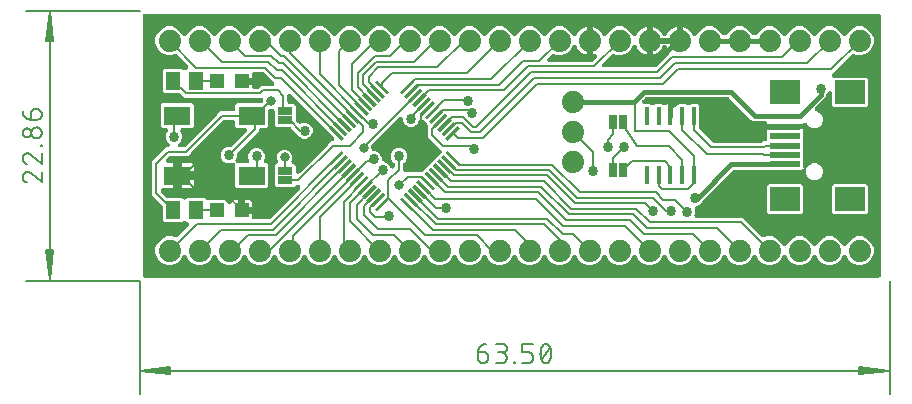
<source format=gbr>
G04 EAGLE Gerber RS-274X export*
G75*
%MOMM*%
%FSLAX34Y34*%
%LPD*%
%INTop Copper*%
%IPPOS*%
%AMOC8*
5,1,8,0,0,1.08239X$1,22.5*%
G01*
%ADD10C,0.130000*%
%ADD11C,0.152400*%
%ADD12R,1.475000X0.300000*%
%ADD13R,2.500000X0.500000*%
%ADD14R,2.500000X2.000000*%
%ADD15R,0.635000X1.270000*%
%ADD16C,1.879600*%
%ADD17R,1.270000X0.635000*%
%ADD18R,1.200000X1.200000*%
%ADD19R,1.300000X1.500000*%
%ADD20R,2.300000X1.600000*%
%ADD21R,0.400000X1.499997*%
%ADD22C,0.406400*%
%ADD23C,0.858000*%
%ADD24C,0.203200*%
%ADD25C,0.808000*%

G36*
X625876Y2543D02*
X625876Y2543D01*
X625894Y2541D01*
X626076Y2562D01*
X626259Y2581D01*
X626276Y2586D01*
X626293Y2588D01*
X626468Y2645D01*
X626644Y2699D01*
X626659Y2707D01*
X626676Y2713D01*
X626836Y2803D01*
X626998Y2891D01*
X627011Y2902D01*
X627027Y2911D01*
X627166Y3031D01*
X627307Y3148D01*
X627318Y3162D01*
X627332Y3174D01*
X627444Y3319D01*
X627559Y3462D01*
X627567Y3478D01*
X627578Y3492D01*
X627660Y3657D01*
X627745Y3819D01*
X627750Y3836D01*
X627758Y3852D01*
X627805Y4031D01*
X627856Y4206D01*
X627858Y4224D01*
X627862Y4241D01*
X627889Y4572D01*
X627889Y223928D01*
X627887Y223946D01*
X627889Y223964D01*
X627868Y224146D01*
X627849Y224329D01*
X627844Y224346D01*
X627842Y224363D01*
X627785Y224538D01*
X627731Y224714D01*
X627723Y224729D01*
X627717Y224746D01*
X627627Y224906D01*
X627539Y225068D01*
X627528Y225081D01*
X627519Y225097D01*
X627399Y225236D01*
X627282Y225377D01*
X627268Y225388D01*
X627256Y225402D01*
X627111Y225514D01*
X626968Y225629D01*
X626952Y225637D01*
X626938Y225648D01*
X626773Y225730D01*
X626611Y225815D01*
X626594Y225820D01*
X626578Y225828D01*
X626399Y225875D01*
X626224Y225926D01*
X626206Y225928D01*
X626189Y225932D01*
X625858Y225959D01*
X4572Y225959D01*
X4554Y225957D01*
X4536Y225959D01*
X4354Y225938D01*
X4171Y225919D01*
X4154Y225914D01*
X4137Y225912D01*
X3962Y225855D01*
X3786Y225801D01*
X3771Y225793D01*
X3754Y225787D01*
X3594Y225697D01*
X3432Y225609D01*
X3419Y225598D01*
X3403Y225589D01*
X3264Y225469D01*
X3123Y225352D01*
X3112Y225338D01*
X3098Y225326D01*
X2986Y225181D01*
X2871Y225038D01*
X2863Y225022D01*
X2852Y225008D01*
X2770Y224843D01*
X2685Y224681D01*
X2680Y224664D01*
X2672Y224648D01*
X2625Y224469D01*
X2574Y224294D01*
X2572Y224276D01*
X2568Y224259D01*
X2541Y223928D01*
X2541Y4572D01*
X2543Y4554D01*
X2541Y4536D01*
X2562Y4354D01*
X2581Y4171D01*
X2586Y4154D01*
X2588Y4137D01*
X2645Y3962D01*
X2699Y3786D01*
X2707Y3771D01*
X2713Y3754D01*
X2803Y3594D01*
X2891Y3432D01*
X2902Y3419D01*
X2911Y3403D01*
X3031Y3264D01*
X3148Y3123D01*
X3162Y3112D01*
X3174Y3098D01*
X3319Y2986D01*
X3462Y2871D01*
X3478Y2863D01*
X3492Y2852D01*
X3657Y2770D01*
X3819Y2685D01*
X3836Y2680D01*
X3852Y2672D01*
X4031Y2625D01*
X4206Y2574D01*
X4224Y2572D01*
X4241Y2568D01*
X4572Y2541D01*
X625858Y2541D01*
X625876Y2543D01*
G37*
%LPC*%
G36*
X23025Y13461D02*
X23025Y13461D01*
X18637Y15279D01*
X15279Y18637D01*
X13461Y23025D01*
X13461Y27775D01*
X15279Y32163D01*
X18637Y35521D01*
X23025Y37339D01*
X27775Y37339D01*
X29727Y36530D01*
X29748Y36524D01*
X29768Y36514D01*
X29941Y36465D01*
X30112Y36414D01*
X30134Y36412D01*
X30156Y36406D01*
X30336Y36392D01*
X30513Y36376D01*
X30535Y36378D01*
X30557Y36376D01*
X30736Y36399D01*
X30913Y36417D01*
X30935Y36424D01*
X30957Y36427D01*
X31127Y36484D01*
X31298Y36537D01*
X31317Y36548D01*
X31339Y36555D01*
X31494Y36645D01*
X31651Y36730D01*
X31668Y36745D01*
X31687Y36756D01*
X31940Y36970D01*
X41152Y46182D01*
X41157Y46189D01*
X41164Y46194D01*
X41285Y46344D01*
X41407Y46493D01*
X41411Y46501D01*
X41417Y46508D01*
X41505Y46679D01*
X41595Y46849D01*
X41598Y46857D01*
X41602Y46865D01*
X41655Y47051D01*
X41710Y47235D01*
X41711Y47244D01*
X41713Y47252D01*
X41729Y47444D01*
X41747Y47636D01*
X41746Y47645D01*
X41746Y47654D01*
X41724Y47843D01*
X41703Y48036D01*
X41700Y48045D01*
X41699Y48053D01*
X41640Y48235D01*
X41582Y48420D01*
X41577Y48428D01*
X41575Y48436D01*
X41480Y48605D01*
X41387Y48772D01*
X41381Y48779D01*
X41377Y48787D01*
X41251Y48933D01*
X41126Y49079D01*
X41119Y49085D01*
X41114Y49092D01*
X40962Y49209D01*
X40810Y49329D01*
X40802Y49333D01*
X40795Y49338D01*
X40623Y49424D01*
X40452Y49511D01*
X40443Y49514D01*
X40435Y49518D01*
X40248Y49568D01*
X40083Y49614D01*
X39536Y50161D01*
X39523Y50172D01*
X39511Y50185D01*
X39367Y50299D01*
X39225Y50416D01*
X39209Y50424D01*
X39195Y50435D01*
X39031Y50518D01*
X38869Y50604D01*
X38852Y50609D01*
X38836Y50617D01*
X38659Y50667D01*
X38483Y50719D01*
X38465Y50721D01*
X38448Y50725D01*
X38265Y50739D01*
X38082Y50755D01*
X38064Y50753D01*
X38047Y50755D01*
X37865Y50732D01*
X37682Y50712D01*
X37665Y50707D01*
X37647Y50704D01*
X37474Y50646D01*
X37298Y50591D01*
X37282Y50582D01*
X37266Y50576D01*
X37107Y50485D01*
X36946Y50396D01*
X36932Y50384D01*
X36917Y50375D01*
X36664Y50161D01*
X36152Y49649D01*
X21048Y49649D01*
X19559Y51138D01*
X19559Y62859D01*
X19557Y62886D01*
X19559Y62913D01*
X19537Y63087D01*
X19519Y63260D01*
X19512Y63286D01*
X19508Y63312D01*
X19453Y63478D01*
X19401Y63645D01*
X19388Y63669D01*
X19380Y63694D01*
X19293Y63845D01*
X19209Y63999D01*
X19192Y64019D01*
X19179Y64043D01*
X18964Y64296D01*
X13092Y70168D01*
X10413Y72847D01*
X10413Y100533D01*
X22657Y112777D01*
X23789Y112777D01*
X23798Y112778D01*
X23807Y112777D01*
X23999Y112798D01*
X24190Y112817D01*
X24198Y112819D01*
X24207Y112820D01*
X24390Y112878D01*
X24575Y112935D01*
X24583Y112939D01*
X24591Y112942D01*
X24760Y113035D01*
X24929Y113127D01*
X24936Y113132D01*
X24944Y113137D01*
X25091Y113262D01*
X25238Y113384D01*
X25244Y113391D01*
X25251Y113397D01*
X25370Y113548D01*
X25490Y113698D01*
X25495Y113706D01*
X25500Y113713D01*
X25588Y113885D01*
X25676Y114055D01*
X25678Y114064D01*
X25682Y114072D01*
X25734Y114258D01*
X25787Y114442D01*
X25788Y114451D01*
X25790Y114460D01*
X25805Y114652D01*
X25820Y114844D01*
X25819Y114852D01*
X25820Y114861D01*
X25796Y115054D01*
X25773Y115243D01*
X25771Y115252D01*
X25769Y115261D01*
X25708Y115444D01*
X25648Y115626D01*
X25644Y115634D01*
X25641Y115642D01*
X25546Y115808D01*
X25451Y115977D01*
X25445Y115984D01*
X25440Y115991D01*
X25226Y116244D01*
X23419Y118051D01*
X22379Y120561D01*
X22379Y123279D01*
X23437Y125832D01*
X23455Y125854D01*
X23577Y126003D01*
X23581Y126011D01*
X23586Y126018D01*
X23675Y126189D01*
X23765Y126359D01*
X23768Y126367D01*
X23772Y126375D01*
X23825Y126560D01*
X23880Y126745D01*
X23881Y126754D01*
X23883Y126762D01*
X23899Y126953D01*
X23916Y127146D01*
X23916Y127155D01*
X23916Y127164D01*
X23894Y127353D01*
X23873Y127546D01*
X23870Y127555D01*
X23869Y127563D01*
X23810Y127746D01*
X23752Y127930D01*
X23747Y127938D01*
X23744Y127946D01*
X23650Y128114D01*
X23557Y128282D01*
X23551Y128289D01*
X23547Y128297D01*
X23421Y128443D01*
X23296Y128589D01*
X23289Y128595D01*
X23283Y128602D01*
X23131Y128719D01*
X22980Y128839D01*
X22972Y128843D01*
X22965Y128848D01*
X22793Y128934D01*
X22622Y129021D01*
X22613Y129024D01*
X22605Y129028D01*
X22419Y129078D01*
X22234Y129129D01*
X22225Y129130D01*
X22216Y129132D01*
X21885Y129159D01*
X19448Y129159D01*
X17959Y130648D01*
X17959Y148752D01*
X19448Y150241D01*
X44552Y150241D01*
X46041Y148752D01*
X46041Y130648D01*
X44552Y129159D01*
X36535Y129159D01*
X36526Y129158D01*
X36517Y129159D01*
X36327Y129139D01*
X36134Y129119D01*
X36125Y129117D01*
X36116Y129116D01*
X35934Y129058D01*
X35749Y129001D01*
X35741Y128997D01*
X35733Y128994D01*
X35565Y128902D01*
X35395Y128809D01*
X35388Y128804D01*
X35380Y128799D01*
X35233Y128674D01*
X35086Y128552D01*
X35080Y128545D01*
X35073Y128539D01*
X34953Y128387D01*
X34834Y128238D01*
X34829Y128230D01*
X34824Y128223D01*
X34736Y128050D01*
X34648Y127881D01*
X34646Y127872D01*
X34641Y127864D01*
X34589Y127677D01*
X34537Y127494D01*
X34536Y127485D01*
X34533Y127476D01*
X34520Y127285D01*
X34504Y127092D01*
X34505Y127083D01*
X34504Y127075D01*
X34528Y126882D01*
X34551Y126693D01*
X34553Y126684D01*
X34555Y126675D01*
X34616Y126493D01*
X34676Y126310D01*
X34680Y126302D01*
X34683Y126293D01*
X34780Y126126D01*
X34873Y125959D01*
X34879Y125952D01*
X34884Y125945D01*
X34987Y125823D01*
X36041Y123279D01*
X36041Y120561D01*
X35001Y118051D01*
X33194Y116244D01*
X33189Y116237D01*
X33182Y116232D01*
X33062Y116082D01*
X32939Y115933D01*
X32935Y115925D01*
X32930Y115918D01*
X32841Y115748D01*
X32751Y115577D01*
X32748Y115568D01*
X32744Y115561D01*
X32691Y115376D01*
X32636Y115191D01*
X32635Y115182D01*
X32633Y115174D01*
X32617Y114983D01*
X32600Y114790D01*
X32600Y114781D01*
X32600Y114772D01*
X32622Y114583D01*
X32643Y114390D01*
X32646Y114381D01*
X32647Y114373D01*
X32706Y114191D01*
X32764Y114006D01*
X32769Y113998D01*
X32772Y113990D01*
X32866Y113823D01*
X32959Y113654D01*
X32965Y113647D01*
X32969Y113639D01*
X33095Y113494D01*
X33220Y113347D01*
X33227Y113341D01*
X33233Y113334D01*
X33383Y113218D01*
X33536Y113097D01*
X33544Y113093D01*
X33551Y113088D01*
X33722Y113002D01*
X33895Y112915D01*
X33903Y112912D01*
X33911Y112908D01*
X34097Y112858D01*
X34282Y112807D01*
X34291Y112806D01*
X34300Y112804D01*
X34631Y112777D01*
X37055Y112777D01*
X37082Y112779D01*
X37109Y112777D01*
X37283Y112799D01*
X37456Y112817D01*
X37482Y112824D01*
X37508Y112828D01*
X37674Y112883D01*
X37841Y112935D01*
X37865Y112948D01*
X37890Y112956D01*
X38041Y113043D01*
X38195Y113127D01*
X38215Y113144D01*
X38239Y113157D01*
X38492Y113372D01*
X65698Y140578D01*
X68377Y143257D01*
X78928Y143257D01*
X78946Y143259D01*
X78964Y143257D01*
X79146Y143278D01*
X79329Y143297D01*
X79346Y143302D01*
X79363Y143304D01*
X79538Y143361D01*
X79714Y143415D01*
X79729Y143423D01*
X79746Y143429D01*
X79906Y143519D01*
X80068Y143607D01*
X80081Y143618D01*
X80097Y143627D01*
X80236Y143747D01*
X80377Y143864D01*
X80388Y143878D01*
X80402Y143890D01*
X80514Y144035D01*
X80629Y144178D01*
X80637Y144194D01*
X80648Y144208D01*
X80730Y144373D01*
X80815Y144535D01*
X80820Y144552D01*
X80828Y144568D01*
X80875Y144747D01*
X80926Y144922D01*
X80928Y144940D01*
X80932Y144957D01*
X80959Y145288D01*
X80959Y148752D01*
X82448Y150241D01*
X102840Y150241D01*
X102867Y150243D01*
X102894Y150241D01*
X103067Y150263D01*
X103241Y150281D01*
X103267Y150289D01*
X103294Y150292D01*
X103459Y150348D01*
X103626Y150399D01*
X103650Y150412D01*
X103675Y150420D01*
X103827Y150508D01*
X103980Y150591D01*
X104001Y150608D01*
X104024Y150621D01*
X104277Y150836D01*
X104331Y150890D01*
X104348Y150910D01*
X104368Y150928D01*
X104475Y151066D01*
X104586Y151201D01*
X104598Y151225D01*
X104614Y151246D01*
X104692Y151402D01*
X104774Y151557D01*
X104782Y151582D01*
X104794Y151606D01*
X104839Y151776D01*
X104889Y151943D01*
X104891Y151969D01*
X104898Y151995D01*
X104925Y152326D01*
X104925Y152908D01*
X104923Y152926D01*
X104925Y152944D01*
X104904Y153126D01*
X104885Y153309D01*
X104880Y153326D01*
X104878Y153343D01*
X104821Y153518D01*
X104767Y153694D01*
X104759Y153709D01*
X104753Y153726D01*
X104663Y153886D01*
X104575Y154048D01*
X104564Y154061D01*
X104555Y154077D01*
X104435Y154216D01*
X104318Y154357D01*
X104304Y154368D01*
X104292Y154382D01*
X104147Y154494D01*
X104004Y154609D01*
X103988Y154617D01*
X103974Y154628D01*
X103809Y154710D01*
X103647Y154795D01*
X103630Y154800D01*
X103614Y154808D01*
X103435Y154855D01*
X103260Y154906D01*
X103242Y154908D01*
X103225Y154912D01*
X102894Y154939D01*
X37541Y154939D01*
X34862Y157618D01*
X34206Y158274D01*
X34185Y158291D01*
X34168Y158312D01*
X34030Y158418D01*
X33894Y158529D01*
X33870Y158542D01*
X33849Y158558D01*
X33693Y158636D01*
X33539Y158718D01*
X33513Y158726D01*
X33489Y158738D01*
X33320Y158783D01*
X33153Y158833D01*
X33126Y158835D01*
X33100Y158842D01*
X32769Y158869D01*
X21048Y158869D01*
X19559Y160358D01*
X19559Y177462D01*
X21048Y178951D01*
X36152Y178951D01*
X36664Y178439D01*
X36678Y178428D01*
X36689Y178415D01*
X36833Y178301D01*
X36975Y178184D01*
X36991Y178176D01*
X37005Y178165D01*
X37169Y178082D01*
X37331Y177996D01*
X37348Y177991D01*
X37364Y177983D01*
X37541Y177933D01*
X37717Y177881D01*
X37735Y177879D01*
X37752Y177875D01*
X37935Y177861D01*
X38118Y177845D01*
X38136Y177847D01*
X38153Y177845D01*
X38335Y177868D01*
X38518Y177888D01*
X38535Y177893D01*
X38553Y177896D01*
X38726Y177954D01*
X38902Y178009D01*
X38918Y178018D01*
X38934Y178024D01*
X39093Y178115D01*
X39254Y178204D01*
X39268Y178216D01*
X39283Y178225D01*
X39536Y178439D01*
X40297Y179200D01*
X40312Y179208D01*
X40482Y179301D01*
X40489Y179306D01*
X40497Y179311D01*
X40644Y179435D01*
X40791Y179558D01*
X40797Y179565D01*
X40804Y179571D01*
X40923Y179723D01*
X41044Y179872D01*
X41048Y179880D01*
X41053Y179887D01*
X41141Y180060D01*
X41229Y180229D01*
X41232Y180238D01*
X41236Y180246D01*
X41288Y180432D01*
X41341Y180616D01*
X41341Y180625D01*
X41344Y180634D01*
X41358Y180827D01*
X41373Y181018D01*
X41372Y181026D01*
X41373Y181035D01*
X41349Y181228D01*
X41327Y181417D01*
X41324Y181426D01*
X41323Y181435D01*
X41261Y181618D01*
X41202Y181800D01*
X41197Y181808D01*
X41194Y181816D01*
X41098Y181983D01*
X41004Y182151D01*
X40998Y182158D01*
X40993Y182165D01*
X40779Y182418D01*
X31677Y191520D01*
X31659Y191534D01*
X31645Y191551D01*
X31504Y191662D01*
X31365Y191775D01*
X31346Y191786D01*
X31328Y191800D01*
X31167Y191880D01*
X31010Y191964D01*
X30988Y191970D01*
X30968Y191980D01*
X30795Y192028D01*
X30624Y192079D01*
X30601Y192081D01*
X30580Y192087D01*
X30401Y192099D01*
X30223Y192115D01*
X30200Y192113D01*
X30178Y192114D01*
X30001Y192091D01*
X29822Y192072D01*
X29801Y192065D01*
X29779Y192062D01*
X29463Y191961D01*
X27775Y191261D01*
X23025Y191261D01*
X18637Y193079D01*
X15279Y196437D01*
X13461Y200825D01*
X13461Y205575D01*
X15279Y209963D01*
X18637Y213321D01*
X23025Y215139D01*
X27775Y215139D01*
X32163Y213321D01*
X35521Y209963D01*
X36223Y208267D01*
X36228Y208260D01*
X36230Y208251D01*
X36322Y208083D01*
X36414Y207913D01*
X36419Y207906D01*
X36424Y207898D01*
X36547Y207751D01*
X36670Y207602D01*
X36677Y207597D01*
X36683Y207590D01*
X36833Y207470D01*
X36983Y207348D01*
X36991Y207344D01*
X36997Y207339D01*
X37168Y207251D01*
X37339Y207161D01*
X37348Y207159D01*
X37356Y207155D01*
X37539Y207103D01*
X37725Y207048D01*
X37735Y207048D01*
X37743Y207045D01*
X37934Y207030D01*
X38127Y207014D01*
X38136Y207015D01*
X38144Y207014D01*
X38335Y207037D01*
X38527Y207059D01*
X38535Y207062D01*
X38544Y207063D01*
X38727Y207123D01*
X38910Y207182D01*
X38918Y207186D01*
X38926Y207189D01*
X39094Y207285D01*
X39261Y207378D01*
X39268Y207384D01*
X39276Y207389D01*
X39421Y207515D01*
X39567Y207640D01*
X39573Y207647D01*
X39580Y207653D01*
X39697Y207806D01*
X39816Y207957D01*
X39820Y207965D01*
X39825Y207972D01*
X39977Y208267D01*
X40679Y209963D01*
X44037Y213321D01*
X48425Y215139D01*
X53175Y215139D01*
X57563Y213321D01*
X60921Y209963D01*
X61623Y208267D01*
X61628Y208260D01*
X61630Y208251D01*
X61722Y208083D01*
X61814Y207913D01*
X61819Y207906D01*
X61824Y207898D01*
X61947Y207751D01*
X62070Y207602D01*
X62077Y207597D01*
X62083Y207590D01*
X62233Y207470D01*
X62383Y207348D01*
X62391Y207344D01*
X62397Y207339D01*
X62568Y207251D01*
X62739Y207161D01*
X62748Y207159D01*
X62756Y207155D01*
X62939Y207103D01*
X63125Y207048D01*
X63135Y207048D01*
X63143Y207045D01*
X63334Y207030D01*
X63527Y207014D01*
X63536Y207015D01*
X63544Y207014D01*
X63735Y207037D01*
X63927Y207059D01*
X63935Y207062D01*
X63944Y207063D01*
X64127Y207123D01*
X64310Y207182D01*
X64318Y207186D01*
X64326Y207189D01*
X64494Y207285D01*
X64661Y207378D01*
X64668Y207384D01*
X64676Y207389D01*
X64821Y207515D01*
X64967Y207640D01*
X64973Y207647D01*
X64980Y207653D01*
X65097Y207806D01*
X65216Y207957D01*
X65220Y207965D01*
X65225Y207972D01*
X65377Y208267D01*
X66079Y209963D01*
X69437Y213321D01*
X73825Y215139D01*
X78575Y215139D01*
X82963Y213321D01*
X86321Y209963D01*
X87023Y208267D01*
X87028Y208260D01*
X87030Y208251D01*
X87122Y208083D01*
X87214Y207913D01*
X87219Y207906D01*
X87224Y207898D01*
X87347Y207751D01*
X87470Y207602D01*
X87477Y207597D01*
X87483Y207590D01*
X87633Y207470D01*
X87783Y207348D01*
X87791Y207344D01*
X87797Y207339D01*
X87968Y207251D01*
X88139Y207161D01*
X88148Y207159D01*
X88156Y207155D01*
X88339Y207103D01*
X88525Y207048D01*
X88535Y207048D01*
X88543Y207045D01*
X88734Y207030D01*
X88927Y207014D01*
X88936Y207015D01*
X88944Y207014D01*
X89135Y207037D01*
X89327Y207059D01*
X89335Y207062D01*
X89344Y207063D01*
X89527Y207123D01*
X89710Y207182D01*
X89718Y207186D01*
X89726Y207189D01*
X89894Y207285D01*
X90061Y207378D01*
X90068Y207384D01*
X90076Y207389D01*
X90221Y207515D01*
X90367Y207640D01*
X90373Y207647D01*
X90380Y207653D01*
X90497Y207806D01*
X90616Y207957D01*
X90620Y207965D01*
X90625Y207972D01*
X90777Y208267D01*
X91479Y209963D01*
X94837Y213321D01*
X99225Y215139D01*
X103975Y215139D01*
X108363Y213321D01*
X111721Y209963D01*
X112423Y208267D01*
X112428Y208260D01*
X112430Y208251D01*
X112522Y208083D01*
X112614Y207913D01*
X112619Y207906D01*
X112624Y207898D01*
X112747Y207751D01*
X112870Y207602D01*
X112877Y207597D01*
X112883Y207590D01*
X113033Y207470D01*
X113183Y207348D01*
X113191Y207344D01*
X113197Y207339D01*
X113368Y207251D01*
X113539Y207161D01*
X113548Y207159D01*
X113556Y207155D01*
X113739Y207103D01*
X113925Y207048D01*
X113935Y207048D01*
X113943Y207045D01*
X114134Y207030D01*
X114327Y207014D01*
X114336Y207015D01*
X114344Y207014D01*
X114535Y207037D01*
X114727Y207059D01*
X114735Y207062D01*
X114744Y207063D01*
X114927Y207123D01*
X115110Y207182D01*
X115118Y207186D01*
X115126Y207189D01*
X115294Y207285D01*
X115461Y207378D01*
X115468Y207384D01*
X115476Y207389D01*
X115621Y207515D01*
X115767Y207640D01*
X115773Y207647D01*
X115780Y207653D01*
X115897Y207806D01*
X116016Y207957D01*
X116020Y207965D01*
X116025Y207972D01*
X116177Y208267D01*
X116879Y209963D01*
X120237Y213321D01*
X124625Y215139D01*
X129375Y215139D01*
X133763Y213321D01*
X137121Y209963D01*
X137823Y208267D01*
X137828Y208260D01*
X137830Y208251D01*
X137922Y208083D01*
X138014Y207913D01*
X138019Y207906D01*
X138024Y207898D01*
X138147Y207751D01*
X138270Y207602D01*
X138277Y207597D01*
X138283Y207590D01*
X138433Y207470D01*
X138583Y207348D01*
X138591Y207344D01*
X138597Y207339D01*
X138768Y207251D01*
X138939Y207161D01*
X138948Y207159D01*
X138956Y207155D01*
X139139Y207103D01*
X139325Y207048D01*
X139335Y207048D01*
X139343Y207045D01*
X139534Y207030D01*
X139727Y207014D01*
X139736Y207015D01*
X139744Y207014D01*
X139935Y207037D01*
X140127Y207059D01*
X140135Y207062D01*
X140144Y207063D01*
X140327Y207123D01*
X140510Y207182D01*
X140518Y207186D01*
X140526Y207189D01*
X140694Y207285D01*
X140861Y207378D01*
X140868Y207384D01*
X140876Y207389D01*
X141021Y207515D01*
X141167Y207640D01*
X141173Y207647D01*
X141180Y207653D01*
X141297Y207806D01*
X141416Y207957D01*
X141420Y207965D01*
X141425Y207972D01*
X141577Y208267D01*
X142279Y209963D01*
X145637Y213321D01*
X150025Y215139D01*
X154775Y215139D01*
X159163Y213321D01*
X162521Y209963D01*
X163223Y208267D01*
X163228Y208260D01*
X163230Y208251D01*
X163322Y208083D01*
X163414Y207913D01*
X163419Y207906D01*
X163424Y207898D01*
X163547Y207751D01*
X163670Y207602D01*
X163677Y207597D01*
X163683Y207590D01*
X163833Y207470D01*
X163983Y207348D01*
X163991Y207344D01*
X163997Y207339D01*
X164168Y207251D01*
X164339Y207161D01*
X164348Y207159D01*
X164356Y207155D01*
X164539Y207103D01*
X164725Y207048D01*
X164735Y207048D01*
X164743Y207045D01*
X164934Y207030D01*
X165127Y207014D01*
X165136Y207015D01*
X165144Y207014D01*
X165335Y207037D01*
X165527Y207059D01*
X165535Y207062D01*
X165544Y207063D01*
X165727Y207123D01*
X165910Y207182D01*
X165918Y207186D01*
X165926Y207189D01*
X166094Y207285D01*
X166261Y207378D01*
X166268Y207384D01*
X166276Y207389D01*
X166421Y207515D01*
X166567Y207640D01*
X166573Y207647D01*
X166580Y207653D01*
X166697Y207806D01*
X166816Y207957D01*
X166820Y207965D01*
X166825Y207972D01*
X166977Y208267D01*
X167679Y209963D01*
X171037Y213321D01*
X175425Y215139D01*
X180175Y215139D01*
X184563Y213321D01*
X187921Y209963D01*
X188623Y208267D01*
X188628Y208260D01*
X188630Y208251D01*
X188722Y208083D01*
X188814Y207913D01*
X188819Y207906D01*
X188824Y207898D01*
X188947Y207751D01*
X189070Y207602D01*
X189077Y207597D01*
X189083Y207590D01*
X189233Y207470D01*
X189383Y207348D01*
X189391Y207344D01*
X189397Y207339D01*
X189568Y207251D01*
X189739Y207161D01*
X189748Y207159D01*
X189756Y207155D01*
X189939Y207103D01*
X190125Y207048D01*
X190135Y207048D01*
X190143Y207045D01*
X190334Y207030D01*
X190527Y207014D01*
X190536Y207015D01*
X190544Y207014D01*
X190735Y207037D01*
X190927Y207059D01*
X190935Y207062D01*
X190944Y207063D01*
X191127Y207123D01*
X191310Y207182D01*
X191318Y207186D01*
X191326Y207189D01*
X191494Y207285D01*
X191661Y207378D01*
X191668Y207384D01*
X191676Y207389D01*
X191821Y207515D01*
X191967Y207640D01*
X191973Y207647D01*
X191980Y207653D01*
X192097Y207806D01*
X192216Y207957D01*
X192220Y207965D01*
X192225Y207972D01*
X192377Y208267D01*
X193079Y209963D01*
X196437Y213321D01*
X200825Y215139D01*
X205575Y215139D01*
X209963Y213321D01*
X213321Y209963D01*
X214023Y208267D01*
X214028Y208260D01*
X214030Y208251D01*
X214122Y208083D01*
X214214Y207913D01*
X214219Y207906D01*
X214224Y207898D01*
X214347Y207751D01*
X214470Y207602D01*
X214477Y207597D01*
X214483Y207590D01*
X214633Y207470D01*
X214783Y207348D01*
X214791Y207344D01*
X214797Y207339D01*
X214968Y207251D01*
X215139Y207161D01*
X215148Y207159D01*
X215156Y207155D01*
X215339Y207103D01*
X215525Y207048D01*
X215535Y207048D01*
X215543Y207045D01*
X215734Y207030D01*
X215927Y207014D01*
X215936Y207015D01*
X215944Y207014D01*
X216135Y207037D01*
X216327Y207059D01*
X216335Y207062D01*
X216344Y207063D01*
X216527Y207123D01*
X216710Y207182D01*
X216718Y207186D01*
X216726Y207189D01*
X216894Y207285D01*
X217061Y207378D01*
X217068Y207384D01*
X217076Y207389D01*
X217221Y207515D01*
X217367Y207640D01*
X217373Y207647D01*
X217380Y207653D01*
X217497Y207806D01*
X217616Y207957D01*
X217620Y207965D01*
X217625Y207972D01*
X217777Y208267D01*
X218479Y209963D01*
X221837Y213321D01*
X226225Y215139D01*
X230975Y215139D01*
X235363Y213321D01*
X238721Y209963D01*
X239423Y208267D01*
X239428Y208260D01*
X239430Y208251D01*
X239522Y208083D01*
X239614Y207913D01*
X239619Y207906D01*
X239624Y207898D01*
X239747Y207751D01*
X239870Y207602D01*
X239877Y207597D01*
X239883Y207590D01*
X240033Y207470D01*
X240183Y207348D01*
X240191Y207344D01*
X240197Y207339D01*
X240368Y207251D01*
X240539Y207161D01*
X240548Y207159D01*
X240556Y207155D01*
X240739Y207103D01*
X240925Y207048D01*
X240935Y207048D01*
X240943Y207045D01*
X241134Y207030D01*
X241327Y207014D01*
X241336Y207015D01*
X241344Y207014D01*
X241535Y207037D01*
X241727Y207059D01*
X241735Y207062D01*
X241744Y207063D01*
X241927Y207123D01*
X242110Y207182D01*
X242118Y207186D01*
X242126Y207189D01*
X242294Y207285D01*
X242461Y207378D01*
X242468Y207384D01*
X242476Y207389D01*
X242621Y207515D01*
X242767Y207640D01*
X242773Y207647D01*
X242780Y207653D01*
X242897Y207806D01*
X243016Y207957D01*
X243020Y207965D01*
X243025Y207972D01*
X243177Y208267D01*
X243879Y209963D01*
X247237Y213321D01*
X251625Y215139D01*
X256375Y215139D01*
X260763Y213321D01*
X264121Y209963D01*
X264823Y208267D01*
X264828Y208260D01*
X264830Y208251D01*
X264922Y208083D01*
X265014Y207913D01*
X265019Y207906D01*
X265024Y207898D01*
X265147Y207751D01*
X265270Y207602D01*
X265277Y207597D01*
X265283Y207590D01*
X265433Y207470D01*
X265583Y207348D01*
X265591Y207344D01*
X265597Y207339D01*
X265768Y207251D01*
X265939Y207161D01*
X265948Y207159D01*
X265956Y207155D01*
X266139Y207103D01*
X266325Y207048D01*
X266335Y207048D01*
X266343Y207045D01*
X266534Y207030D01*
X266727Y207014D01*
X266736Y207015D01*
X266744Y207014D01*
X266935Y207037D01*
X267127Y207059D01*
X267135Y207062D01*
X267144Y207063D01*
X267327Y207123D01*
X267510Y207182D01*
X267518Y207186D01*
X267526Y207189D01*
X267694Y207285D01*
X267861Y207378D01*
X267868Y207384D01*
X267876Y207389D01*
X268021Y207515D01*
X268167Y207640D01*
X268173Y207647D01*
X268180Y207653D01*
X268297Y207806D01*
X268416Y207957D01*
X268420Y207965D01*
X268425Y207972D01*
X268577Y208267D01*
X269279Y209963D01*
X272637Y213321D01*
X277025Y215139D01*
X281775Y215139D01*
X286163Y213321D01*
X289521Y209963D01*
X290223Y208267D01*
X290228Y208260D01*
X290230Y208251D01*
X290322Y208083D01*
X290414Y207913D01*
X290419Y207906D01*
X290424Y207898D01*
X290547Y207751D01*
X290670Y207602D01*
X290677Y207597D01*
X290683Y207590D01*
X290833Y207470D01*
X290983Y207348D01*
X290991Y207344D01*
X290997Y207339D01*
X291168Y207251D01*
X291339Y207161D01*
X291348Y207159D01*
X291356Y207155D01*
X291539Y207103D01*
X291725Y207048D01*
X291735Y207048D01*
X291743Y207045D01*
X291934Y207030D01*
X292127Y207014D01*
X292136Y207015D01*
X292144Y207014D01*
X292335Y207037D01*
X292527Y207059D01*
X292535Y207062D01*
X292544Y207063D01*
X292727Y207123D01*
X292910Y207182D01*
X292918Y207186D01*
X292926Y207189D01*
X293094Y207285D01*
X293261Y207378D01*
X293268Y207384D01*
X293276Y207389D01*
X293421Y207515D01*
X293567Y207640D01*
X293573Y207647D01*
X293580Y207653D01*
X293697Y207806D01*
X293816Y207957D01*
X293820Y207965D01*
X293825Y207972D01*
X293977Y208267D01*
X294679Y209963D01*
X298037Y213321D01*
X302425Y215139D01*
X307175Y215139D01*
X311563Y213321D01*
X314921Y209963D01*
X315623Y208267D01*
X315628Y208260D01*
X315630Y208251D01*
X315722Y208083D01*
X315814Y207913D01*
X315819Y207906D01*
X315824Y207898D01*
X315947Y207751D01*
X316070Y207602D01*
X316077Y207597D01*
X316083Y207590D01*
X316233Y207470D01*
X316383Y207348D01*
X316391Y207344D01*
X316397Y207339D01*
X316568Y207251D01*
X316739Y207161D01*
X316748Y207159D01*
X316756Y207155D01*
X316939Y207103D01*
X317125Y207048D01*
X317135Y207048D01*
X317143Y207045D01*
X317334Y207030D01*
X317527Y207014D01*
X317536Y207015D01*
X317544Y207014D01*
X317735Y207037D01*
X317927Y207059D01*
X317935Y207062D01*
X317944Y207063D01*
X318127Y207123D01*
X318310Y207182D01*
X318318Y207186D01*
X318326Y207189D01*
X318494Y207285D01*
X318661Y207378D01*
X318668Y207384D01*
X318676Y207389D01*
X318821Y207515D01*
X318967Y207640D01*
X318973Y207647D01*
X318980Y207653D01*
X319097Y207806D01*
X319216Y207957D01*
X319220Y207965D01*
X319225Y207972D01*
X319377Y208267D01*
X320079Y209963D01*
X323437Y213321D01*
X327825Y215139D01*
X332575Y215139D01*
X336963Y213321D01*
X340321Y209963D01*
X341023Y208267D01*
X341028Y208260D01*
X341030Y208251D01*
X341123Y208082D01*
X341214Y207913D01*
X341219Y207906D01*
X341223Y207898D01*
X341348Y207750D01*
X341470Y207602D01*
X341477Y207597D01*
X341483Y207590D01*
X341634Y207469D01*
X341783Y207349D01*
X341790Y207344D01*
X341797Y207339D01*
X341970Y207250D01*
X342139Y207161D01*
X342148Y207159D01*
X342156Y207155D01*
X342341Y207102D01*
X342526Y207048D01*
X342534Y207048D01*
X342543Y207045D01*
X342734Y207030D01*
X342927Y207014D01*
X342936Y207015D01*
X342944Y207014D01*
X343137Y207037D01*
X343327Y207059D01*
X343335Y207062D01*
X343344Y207063D01*
X343529Y207124D01*
X343710Y207182D01*
X343718Y207186D01*
X343726Y207189D01*
X343894Y207285D01*
X344062Y207378D01*
X344068Y207384D01*
X344076Y207389D01*
X344220Y207514D01*
X344367Y207640D01*
X344373Y207647D01*
X344380Y207653D01*
X344496Y207804D01*
X344616Y207957D01*
X344620Y207965D01*
X344625Y207972D01*
X344777Y208267D01*
X345479Y209963D01*
X348837Y213321D01*
X353225Y215139D01*
X357975Y215139D01*
X362363Y213321D01*
X365721Y209963D01*
X366423Y208268D01*
X366485Y208153D01*
X366538Y208034D01*
X366580Y207976D01*
X366613Y207913D01*
X366697Y207813D01*
X366773Y207706D01*
X366824Y207658D01*
X366870Y207603D01*
X366971Y207521D01*
X367067Y207431D01*
X367127Y207394D01*
X367182Y207349D01*
X367298Y207289D01*
X367409Y207220D01*
X367476Y207195D01*
X367539Y207162D01*
X367664Y207126D01*
X367787Y207080D01*
X367857Y207069D01*
X367925Y207049D01*
X368055Y207038D01*
X368185Y207018D01*
X368256Y207021D01*
X368326Y207015D01*
X368456Y207029D01*
X368587Y207035D01*
X368656Y207052D01*
X368726Y207060D01*
X368851Y207100D01*
X368978Y207131D01*
X369042Y207161D01*
X369110Y207183D01*
X369224Y207247D01*
X369342Y207302D01*
X369399Y207345D01*
X369461Y207379D01*
X369560Y207464D01*
X369666Y207542D01*
X369713Y207595D01*
X369767Y207641D01*
X369848Y207744D01*
X369935Y207841D01*
X369978Y207911D01*
X370015Y207958D01*
X370049Y208026D01*
X370110Y208124D01*
X370789Y209457D01*
X371894Y210978D01*
X373222Y212306D01*
X374743Y213411D01*
X376417Y214264D01*
X378204Y214845D01*
X378461Y214885D01*
X378461Y203708D01*
X378462Y203690D01*
X378461Y203673D01*
X378482Y203490D01*
X378501Y203308D01*
X378506Y203291D01*
X378508Y203273D01*
X378533Y203195D01*
X378494Y203058D01*
X378492Y203040D01*
X378488Y203023D01*
X378461Y202692D01*
X378461Y191515D01*
X378204Y191555D01*
X376417Y192136D01*
X374743Y192989D01*
X373222Y194094D01*
X371894Y195422D01*
X370789Y196943D01*
X370110Y198276D01*
X370039Y198387D01*
X369976Y198501D01*
X369930Y198556D01*
X369892Y198615D01*
X369801Y198709D01*
X369717Y198809D01*
X369661Y198854D01*
X369612Y198905D01*
X369504Y198979D01*
X369402Y199060D01*
X369339Y199093D01*
X369281Y199133D01*
X369160Y199185D01*
X369044Y199244D01*
X368976Y199264D01*
X368910Y199292D01*
X368782Y199318D01*
X368657Y199354D01*
X368586Y199359D01*
X368516Y199374D01*
X368385Y199375D01*
X368255Y199385D01*
X368185Y199377D01*
X368114Y199377D01*
X367985Y199352D01*
X367856Y199336D01*
X367788Y199314D01*
X367718Y199301D01*
X367597Y199251D01*
X367473Y199210D01*
X367412Y199175D01*
X367346Y199148D01*
X367237Y199075D01*
X367124Y199011D01*
X367070Y198964D01*
X367011Y198924D01*
X366919Y198832D01*
X366820Y198746D01*
X366777Y198690D01*
X366727Y198639D01*
X366654Y198530D01*
X366575Y198427D01*
X366537Y198354D01*
X366504Y198304D01*
X366475Y198233D01*
X366423Y198132D01*
X365721Y196437D01*
X362363Y193079D01*
X357975Y191261D01*
X353225Y191261D01*
X351273Y192070D01*
X351252Y192076D01*
X351232Y192086D01*
X351059Y192135D01*
X350888Y192186D01*
X350866Y192188D01*
X350844Y192194D01*
X350664Y192208D01*
X350487Y192224D01*
X350465Y192222D01*
X350443Y192224D01*
X350264Y192201D01*
X350087Y192183D01*
X350065Y192176D01*
X350043Y192173D01*
X349873Y192116D01*
X349702Y192063D01*
X349683Y192052D01*
X349661Y192045D01*
X349506Y191955D01*
X349349Y191870D01*
X349332Y191855D01*
X349313Y191844D01*
X349060Y191630D01*
X345810Y188380D01*
X345805Y188373D01*
X345798Y188368D01*
X345677Y188218D01*
X345555Y188069D01*
X345551Y188061D01*
X345545Y188054D01*
X345457Y187883D01*
X345367Y187713D01*
X345364Y187705D01*
X345360Y187697D01*
X345307Y187511D01*
X345252Y187327D01*
X345251Y187318D01*
X345249Y187310D01*
X345233Y187118D01*
X345215Y186926D01*
X345216Y186917D01*
X345216Y186908D01*
X345238Y186719D01*
X345259Y186526D01*
X345262Y186517D01*
X345263Y186509D01*
X345322Y186327D01*
X345380Y186142D01*
X345385Y186134D01*
X345387Y186126D01*
X345482Y185957D01*
X345575Y185790D01*
X345581Y185783D01*
X345585Y185775D01*
X345711Y185629D01*
X345836Y185483D01*
X345843Y185477D01*
X345848Y185470D01*
X346000Y185353D01*
X346152Y185233D01*
X346160Y185229D01*
X346167Y185224D01*
X346339Y185138D01*
X346510Y185051D01*
X346519Y185048D01*
X346527Y185044D01*
X346714Y184994D01*
X346898Y184943D01*
X346907Y184942D01*
X346916Y184940D01*
X347247Y184913D01*
X382241Y184913D01*
X382268Y184915D01*
X382295Y184913D01*
X382469Y184935D01*
X382642Y184953D01*
X382667Y184960D01*
X382694Y184964D01*
X382860Y185019D01*
X383027Y185071D01*
X383051Y185084D01*
X383076Y185092D01*
X383227Y185179D01*
X383381Y185263D01*
X383401Y185280D01*
X383425Y185293D01*
X383678Y185508D01*
X386597Y188427D01*
X386677Y188524D01*
X386764Y188616D01*
X386804Y188680D01*
X386852Y188738D01*
X386911Y188850D01*
X386978Y188957D01*
X387005Y189027D01*
X387040Y189094D01*
X387076Y189215D01*
X387121Y189333D01*
X387134Y189407D01*
X387155Y189480D01*
X387166Y189606D01*
X387187Y189730D01*
X387185Y189805D01*
X387191Y189881D01*
X387178Y190006D01*
X387174Y190132D01*
X387156Y190206D01*
X387148Y190281D01*
X387110Y190402D01*
X387081Y190524D01*
X387049Y190593D01*
X387027Y190665D01*
X386965Y190775D01*
X386913Y190890D01*
X386868Y190951D01*
X386832Y191017D01*
X386750Y191113D01*
X386676Y191216D01*
X386620Y191267D01*
X386571Y191324D01*
X386472Y191402D01*
X386379Y191488D01*
X386315Y191527D01*
X386255Y191574D01*
X386143Y191631D01*
X386035Y191696D01*
X385964Y191722D01*
X385896Y191756D01*
X385774Y191790D01*
X385656Y191833D01*
X385581Y191844D01*
X385509Y191864D01*
X385382Y191873D01*
X385258Y191892D01*
X385182Y191888D01*
X385107Y191893D01*
X384981Y191878D01*
X384855Y191871D01*
X384770Y191851D01*
X384708Y191843D01*
X384638Y191820D01*
X384533Y191795D01*
X383796Y191555D01*
X383539Y191515D01*
X383539Y202692D01*
X383537Y202710D01*
X383539Y202727D01*
X383518Y202910D01*
X383499Y203092D01*
X383494Y203109D01*
X383492Y203127D01*
X383467Y203205D01*
X383506Y203342D01*
X383508Y203360D01*
X383512Y203377D01*
X383539Y203708D01*
X383539Y214885D01*
X383796Y214845D01*
X385583Y214264D01*
X387257Y213411D01*
X388778Y212306D01*
X390106Y210978D01*
X391211Y209457D01*
X391890Y208124D01*
X391961Y208013D01*
X392024Y207899D01*
X392070Y207844D01*
X392108Y207785D01*
X392199Y207691D01*
X392283Y207591D01*
X392339Y207546D01*
X392388Y207495D01*
X392496Y207421D01*
X392598Y207340D01*
X392661Y207307D01*
X392719Y207267D01*
X392840Y207215D01*
X392956Y207156D01*
X393024Y207136D01*
X393090Y207108D01*
X393218Y207082D01*
X393343Y207046D01*
X393414Y207041D01*
X393484Y207026D01*
X393615Y207025D01*
X393745Y207015D01*
X393815Y207023D01*
X393886Y207023D01*
X394015Y207048D01*
X394144Y207064D01*
X394212Y207086D01*
X394282Y207099D01*
X394403Y207149D01*
X394527Y207190D01*
X394588Y207225D01*
X394654Y207252D01*
X394763Y207325D01*
X394876Y207389D01*
X394930Y207436D01*
X394989Y207476D01*
X395081Y207568D01*
X395180Y207654D01*
X395223Y207710D01*
X395273Y207761D01*
X395346Y207870D01*
X395425Y207973D01*
X395463Y208046D01*
X395496Y208096D01*
X395525Y208167D01*
X395577Y208268D01*
X396279Y209963D01*
X399637Y213321D01*
X404025Y215139D01*
X408775Y215139D01*
X413163Y213321D01*
X416521Y209963D01*
X417223Y208268D01*
X417285Y208153D01*
X417338Y208034D01*
X417380Y207976D01*
X417413Y207913D01*
X417497Y207813D01*
X417573Y207706D01*
X417624Y207658D01*
X417670Y207603D01*
X417771Y207521D01*
X417867Y207431D01*
X417927Y207394D01*
X417982Y207349D01*
X418098Y207289D01*
X418209Y207220D01*
X418276Y207195D01*
X418339Y207162D01*
X418464Y207126D01*
X418587Y207080D01*
X418657Y207069D01*
X418725Y207049D01*
X418855Y207038D01*
X418985Y207018D01*
X419056Y207021D01*
X419126Y207015D01*
X419256Y207029D01*
X419387Y207035D01*
X419456Y207052D01*
X419526Y207060D01*
X419651Y207100D01*
X419778Y207131D01*
X419842Y207161D01*
X419910Y207183D01*
X420024Y207247D01*
X420142Y207302D01*
X420199Y207345D01*
X420261Y207379D01*
X420360Y207464D01*
X420466Y207542D01*
X420513Y207595D01*
X420567Y207641D01*
X420648Y207744D01*
X420735Y207841D01*
X420778Y207911D01*
X420815Y207958D01*
X420849Y208026D01*
X420910Y208124D01*
X421589Y209457D01*
X422694Y210978D01*
X424022Y212306D01*
X425543Y213411D01*
X427217Y214264D01*
X429004Y214845D01*
X429261Y214885D01*
X429261Y203708D01*
X429262Y203690D01*
X429261Y203673D01*
X429282Y203490D01*
X429301Y203308D01*
X429306Y203291D01*
X429308Y203273D01*
X429333Y203195D01*
X429294Y203058D01*
X429292Y203040D01*
X429288Y203023D01*
X429261Y202692D01*
X429261Y191515D01*
X429004Y191555D01*
X427217Y192136D01*
X425543Y192989D01*
X424022Y194094D01*
X422694Y195422D01*
X421589Y196943D01*
X420910Y198276D01*
X420839Y198387D01*
X420776Y198501D01*
X420730Y198556D01*
X420692Y198615D01*
X420601Y198709D01*
X420517Y198809D01*
X420461Y198854D01*
X420412Y198905D01*
X420304Y198979D01*
X420202Y199060D01*
X420139Y199093D01*
X420081Y199133D01*
X419960Y199185D01*
X419844Y199244D01*
X419776Y199264D01*
X419710Y199292D01*
X419582Y199318D01*
X419457Y199354D01*
X419386Y199359D01*
X419316Y199374D01*
X419185Y199375D01*
X419055Y199385D01*
X418985Y199377D01*
X418914Y199377D01*
X418785Y199352D01*
X418656Y199336D01*
X418588Y199314D01*
X418518Y199301D01*
X418397Y199251D01*
X418273Y199210D01*
X418212Y199175D01*
X418146Y199148D01*
X418037Y199075D01*
X417924Y199011D01*
X417870Y198964D01*
X417811Y198924D01*
X417719Y198832D01*
X417620Y198746D01*
X417577Y198690D01*
X417527Y198639D01*
X417454Y198530D01*
X417375Y198427D01*
X417337Y198354D01*
X417304Y198304D01*
X417275Y198233D01*
X417223Y198132D01*
X416521Y196437D01*
X413163Y193079D01*
X408775Y191261D01*
X404025Y191261D01*
X402073Y192070D01*
X402052Y192076D01*
X402032Y192086D01*
X401859Y192135D01*
X401688Y192186D01*
X401666Y192188D01*
X401644Y192194D01*
X401464Y192208D01*
X401287Y192224D01*
X401265Y192222D01*
X401243Y192224D01*
X401064Y192201D01*
X400887Y192183D01*
X400865Y192176D01*
X400843Y192173D01*
X400673Y192116D01*
X400502Y192063D01*
X400483Y192052D01*
X400461Y192045D01*
X400306Y191955D01*
X400149Y191870D01*
X400132Y191855D01*
X400113Y191844D01*
X399860Y191630D01*
X392168Y183938D01*
X392163Y183931D01*
X392156Y183926D01*
X392035Y183776D01*
X391913Y183627D01*
X391909Y183619D01*
X391903Y183612D01*
X391815Y183441D01*
X391725Y183271D01*
X391722Y183263D01*
X391718Y183255D01*
X391665Y183069D01*
X391610Y182885D01*
X391609Y182876D01*
X391607Y182868D01*
X391591Y182673D01*
X391573Y182484D01*
X391574Y182475D01*
X391574Y182466D01*
X391596Y182277D01*
X391617Y182084D01*
X391620Y182075D01*
X391621Y182067D01*
X391680Y181885D01*
X391738Y181700D01*
X391743Y181692D01*
X391745Y181684D01*
X391840Y181515D01*
X391933Y181348D01*
X391939Y181341D01*
X391943Y181333D01*
X392069Y181187D01*
X392194Y181041D01*
X392201Y181035D01*
X392206Y181028D01*
X392358Y180911D01*
X392510Y180791D01*
X392518Y180787D01*
X392525Y180782D01*
X392697Y180696D01*
X392868Y180609D01*
X392877Y180606D01*
X392885Y180602D01*
X393072Y180552D01*
X393256Y180501D01*
X393265Y180500D01*
X393274Y180498D01*
X393605Y180471D01*
X435885Y180471D01*
X435912Y180473D01*
X435939Y180471D01*
X436113Y180493D01*
X436286Y180511D01*
X436311Y180518D01*
X436338Y180522D01*
X436504Y180577D01*
X436671Y180629D01*
X436694Y180642D01*
X436720Y180650D01*
X436871Y180737D01*
X437025Y180821D01*
X437045Y180838D01*
X437069Y180851D01*
X437322Y181066D01*
X446590Y190334D01*
X448450Y192194D01*
X448461Y192208D01*
X448475Y192219D01*
X448589Y192363D01*
X448705Y192505D01*
X448713Y192521D01*
X448724Y192535D01*
X448808Y192699D01*
X448893Y192861D01*
X448898Y192878D01*
X448907Y192894D01*
X448956Y193071D01*
X449008Y193247D01*
X449010Y193265D01*
X449015Y193282D01*
X449028Y193465D01*
X449045Y193648D01*
X449043Y193666D01*
X449044Y193683D01*
X449021Y193865D01*
X449001Y194048D01*
X448996Y194065D01*
X448994Y194083D01*
X448935Y194256D01*
X448880Y194432D01*
X448871Y194448D01*
X448865Y194465D01*
X448774Y194623D01*
X448685Y194784D01*
X448673Y194798D01*
X448664Y194813D01*
X448450Y195066D01*
X448094Y195422D01*
X446989Y196943D01*
X446310Y198276D01*
X446282Y198319D01*
X446261Y198366D01*
X446174Y198488D01*
X446092Y198615D01*
X446057Y198651D01*
X446027Y198693D01*
X445917Y198796D01*
X445812Y198904D01*
X445770Y198933D01*
X445733Y198968D01*
X445605Y199047D01*
X445481Y199132D01*
X445434Y199153D01*
X445390Y199179D01*
X445249Y199232D01*
X445111Y199291D01*
X445061Y199301D01*
X445013Y199319D01*
X444864Y199343D01*
X444717Y199373D01*
X444666Y199374D01*
X444615Y199382D01*
X444464Y199375D01*
X444314Y199376D01*
X444264Y199367D01*
X444213Y199365D01*
X444067Y199329D01*
X443919Y199300D01*
X443871Y199281D01*
X443822Y199268D01*
X443686Y199204D01*
X443546Y199147D01*
X443504Y199119D01*
X443457Y199097D01*
X443337Y199007D01*
X443211Y198924D01*
X443175Y198888D01*
X443134Y198857D01*
X443033Y198745D01*
X442927Y198639D01*
X442899Y198596D01*
X442864Y198558D01*
X442743Y198361D01*
X442704Y198303D01*
X442699Y198291D01*
X442690Y198276D01*
X442011Y196943D01*
X440906Y195422D01*
X439578Y194094D01*
X438057Y192989D01*
X436383Y192136D01*
X434596Y191555D01*
X434339Y191515D01*
X434339Y200661D01*
X456692Y200661D01*
X456710Y200662D01*
X456727Y200661D01*
X456910Y200682D01*
X457092Y200701D01*
X457109Y200706D01*
X457127Y200708D01*
X457302Y200765D01*
X457477Y200819D01*
X457493Y200827D01*
X457510Y200833D01*
X457670Y200923D01*
X457831Y201010D01*
X457845Y201022D01*
X457861Y201031D01*
X458000Y201151D01*
X458141Y201268D01*
X458152Y201282D01*
X458165Y201294D01*
X458278Y201439D01*
X458393Y201582D01*
X458401Y201598D01*
X458412Y201612D01*
X458494Y201777D01*
X458534Y201853D01*
X458686Y201939D01*
X458848Y202027D01*
X458861Y202038D01*
X458877Y202047D01*
X459016Y202167D01*
X459157Y202285D01*
X459168Y202298D01*
X459182Y202310D01*
X459294Y202455D01*
X459409Y202598D01*
X459417Y202614D01*
X459428Y202628D01*
X459510Y202793D01*
X459595Y202956D01*
X459600Y202973D01*
X459608Y202989D01*
X459655Y203167D01*
X459706Y203342D01*
X459708Y203360D01*
X459712Y203377D01*
X459739Y203708D01*
X459739Y214885D01*
X459996Y214845D01*
X461783Y214264D01*
X463457Y213411D01*
X464978Y212306D01*
X466306Y210978D01*
X467411Y209457D01*
X468090Y208124D01*
X468161Y208013D01*
X468224Y207899D01*
X468270Y207844D01*
X468308Y207785D01*
X468399Y207691D01*
X468483Y207591D01*
X468539Y207546D01*
X468588Y207495D01*
X468696Y207421D01*
X468798Y207340D01*
X468861Y207307D01*
X468919Y207267D01*
X469040Y207215D01*
X469156Y207156D01*
X469224Y207136D01*
X469290Y207108D01*
X469418Y207082D01*
X469543Y207046D01*
X469614Y207041D01*
X469684Y207026D01*
X469815Y207025D01*
X469945Y207015D01*
X470015Y207023D01*
X470086Y207023D01*
X470215Y207048D01*
X470344Y207064D01*
X470412Y207086D01*
X470482Y207099D01*
X470603Y207149D01*
X470727Y207190D01*
X470788Y207225D01*
X470854Y207252D01*
X470963Y207325D01*
X471076Y207389D01*
X471130Y207436D01*
X471189Y207476D01*
X471281Y207568D01*
X471380Y207654D01*
X471423Y207710D01*
X471473Y207761D01*
X471546Y207870D01*
X471625Y207973D01*
X471663Y208046D01*
X471696Y208096D01*
X471725Y208167D01*
X471777Y208268D01*
X472479Y209963D01*
X475837Y213321D01*
X480225Y215139D01*
X484975Y215139D01*
X489363Y213321D01*
X492721Y209963D01*
X493109Y209027D01*
X493119Y209007D01*
X493126Y208986D01*
X493214Y208830D01*
X493299Y208672D01*
X493313Y208655D01*
X493324Y208635D01*
X493441Y208500D01*
X493555Y208361D01*
X493573Y208347D01*
X493587Y208330D01*
X493729Y208221D01*
X493868Y208108D01*
X493888Y208097D01*
X493905Y208084D01*
X494066Y208004D01*
X494225Y207921D01*
X494246Y207914D01*
X494266Y207904D01*
X494439Y207858D01*
X494611Y207808D01*
X494633Y207806D01*
X494655Y207800D01*
X494986Y207773D01*
X495614Y207773D01*
X495637Y207775D01*
X495659Y207773D01*
X495836Y207795D01*
X496015Y207813D01*
X496036Y207819D01*
X496059Y207822D01*
X496228Y207878D01*
X496400Y207931D01*
X496420Y207941D01*
X496441Y207948D01*
X496596Y208037D01*
X496754Y208123D01*
X496771Y208137D01*
X496791Y208148D01*
X496926Y208265D01*
X497063Y208380D01*
X497077Y208398D01*
X497094Y208412D01*
X497203Y208554D01*
X497316Y208694D01*
X497326Y208714D01*
X497340Y208732D01*
X497491Y209027D01*
X497879Y209963D01*
X501237Y213321D01*
X505625Y215139D01*
X510375Y215139D01*
X514763Y213321D01*
X518121Y209963D01*
X518509Y209027D01*
X518519Y209007D01*
X518526Y208986D01*
X518614Y208830D01*
X518699Y208672D01*
X518713Y208655D01*
X518724Y208635D01*
X518841Y208500D01*
X518955Y208361D01*
X518973Y208347D01*
X518987Y208330D01*
X519129Y208221D01*
X519268Y208108D01*
X519288Y208097D01*
X519305Y208084D01*
X519466Y208004D01*
X519625Y207921D01*
X519646Y207914D01*
X519666Y207904D01*
X519839Y207858D01*
X520011Y207808D01*
X520033Y207806D01*
X520055Y207800D01*
X520386Y207773D01*
X521014Y207773D01*
X521037Y207775D01*
X521059Y207773D01*
X521236Y207795D01*
X521415Y207813D01*
X521436Y207819D01*
X521459Y207822D01*
X521628Y207878D01*
X521800Y207931D01*
X521820Y207941D01*
X521841Y207948D01*
X521996Y208037D01*
X522154Y208123D01*
X522171Y208137D01*
X522191Y208148D01*
X522326Y208265D01*
X522463Y208380D01*
X522477Y208398D01*
X522494Y208412D01*
X522603Y208554D01*
X522716Y208694D01*
X522726Y208714D01*
X522740Y208732D01*
X522891Y209027D01*
X523279Y209963D01*
X526637Y213321D01*
X531025Y215139D01*
X535775Y215139D01*
X540163Y213321D01*
X543521Y209963D01*
X544223Y208267D01*
X544228Y208260D01*
X544230Y208251D01*
X544322Y208083D01*
X544414Y207913D01*
X544419Y207906D01*
X544424Y207898D01*
X544547Y207751D01*
X544670Y207602D01*
X544677Y207597D01*
X544683Y207590D01*
X544833Y207470D01*
X544983Y207348D01*
X544991Y207344D01*
X544997Y207339D01*
X545168Y207251D01*
X545339Y207161D01*
X545348Y207159D01*
X545356Y207155D01*
X545539Y207103D01*
X545725Y207048D01*
X545735Y207048D01*
X545743Y207045D01*
X545934Y207030D01*
X546127Y207014D01*
X546136Y207015D01*
X546144Y207014D01*
X546335Y207037D01*
X546527Y207059D01*
X546535Y207062D01*
X546544Y207063D01*
X546727Y207123D01*
X546910Y207182D01*
X546918Y207186D01*
X546926Y207189D01*
X547094Y207285D01*
X547261Y207378D01*
X547268Y207384D01*
X547276Y207389D01*
X547421Y207515D01*
X547567Y207640D01*
X547573Y207647D01*
X547580Y207653D01*
X547697Y207806D01*
X547816Y207957D01*
X547820Y207965D01*
X547825Y207972D01*
X547977Y208267D01*
X548679Y209963D01*
X552037Y213321D01*
X556425Y215139D01*
X561175Y215139D01*
X565563Y213321D01*
X568921Y209963D01*
X569623Y208267D01*
X569628Y208260D01*
X569630Y208251D01*
X569722Y208083D01*
X569814Y207913D01*
X569819Y207906D01*
X569824Y207898D01*
X569947Y207751D01*
X570070Y207602D01*
X570077Y207597D01*
X570083Y207590D01*
X570233Y207470D01*
X570383Y207348D01*
X570391Y207344D01*
X570397Y207339D01*
X570568Y207251D01*
X570739Y207161D01*
X570748Y207159D01*
X570756Y207155D01*
X570939Y207103D01*
X571125Y207048D01*
X571135Y207048D01*
X571143Y207045D01*
X571334Y207030D01*
X571527Y207014D01*
X571536Y207015D01*
X571544Y207014D01*
X571735Y207037D01*
X571927Y207059D01*
X571935Y207062D01*
X571944Y207063D01*
X572127Y207123D01*
X572310Y207182D01*
X572318Y207186D01*
X572326Y207189D01*
X572494Y207285D01*
X572661Y207378D01*
X572668Y207384D01*
X572676Y207389D01*
X572821Y207515D01*
X572967Y207640D01*
X572973Y207647D01*
X572980Y207653D01*
X573097Y207806D01*
X573216Y207957D01*
X573220Y207965D01*
X573225Y207972D01*
X573377Y208267D01*
X574079Y209963D01*
X577437Y213321D01*
X581825Y215139D01*
X586575Y215139D01*
X590963Y213321D01*
X594321Y209963D01*
X595023Y208267D01*
X595028Y208260D01*
X595030Y208251D01*
X595122Y208083D01*
X595214Y207913D01*
X595219Y207906D01*
X595224Y207898D01*
X595347Y207751D01*
X595470Y207602D01*
X595477Y207597D01*
X595483Y207590D01*
X595633Y207470D01*
X595783Y207348D01*
X595791Y207344D01*
X595797Y207339D01*
X595968Y207251D01*
X596139Y207161D01*
X596148Y207159D01*
X596156Y207155D01*
X596339Y207103D01*
X596525Y207048D01*
X596535Y207048D01*
X596543Y207045D01*
X596734Y207030D01*
X596927Y207014D01*
X596936Y207015D01*
X596944Y207014D01*
X597135Y207037D01*
X597327Y207059D01*
X597335Y207062D01*
X597344Y207063D01*
X597527Y207123D01*
X597710Y207182D01*
X597718Y207186D01*
X597726Y207189D01*
X597894Y207285D01*
X598061Y207378D01*
X598068Y207384D01*
X598076Y207389D01*
X598221Y207515D01*
X598367Y207640D01*
X598373Y207647D01*
X598380Y207653D01*
X598497Y207806D01*
X598616Y207957D01*
X598620Y207965D01*
X598625Y207972D01*
X598777Y208267D01*
X599479Y209963D01*
X602837Y213321D01*
X607225Y215139D01*
X611975Y215139D01*
X616363Y213321D01*
X619721Y209963D01*
X621539Y205575D01*
X621539Y200825D01*
X619721Y196437D01*
X616363Y193079D01*
X611975Y191261D01*
X607225Y191261D01*
X605273Y192070D01*
X605252Y192076D01*
X605232Y192086D01*
X605059Y192135D01*
X604888Y192186D01*
X604866Y192188D01*
X604844Y192194D01*
X604664Y192208D01*
X604487Y192224D01*
X604465Y192222D01*
X604443Y192224D01*
X604264Y192201D01*
X604087Y192183D01*
X604065Y192176D01*
X604043Y192173D01*
X603873Y192116D01*
X603702Y192063D01*
X603683Y192052D01*
X603661Y192045D01*
X603506Y191955D01*
X603349Y191870D01*
X603332Y191855D01*
X603313Y191844D01*
X603060Y191630D01*
X586738Y175308D01*
X586733Y175301D01*
X586726Y175296D01*
X586605Y175146D01*
X586483Y174997D01*
X586479Y174989D01*
X586473Y174982D01*
X586385Y174811D01*
X586295Y174641D01*
X586292Y174633D01*
X586288Y174625D01*
X586235Y174439D01*
X586180Y174255D01*
X586179Y174246D01*
X586177Y174238D01*
X586161Y174046D01*
X586143Y173854D01*
X586144Y173845D01*
X586144Y173836D01*
X586166Y173647D01*
X586187Y173454D01*
X586190Y173445D01*
X586191Y173437D01*
X586250Y173255D01*
X586308Y173070D01*
X586313Y173062D01*
X586315Y173054D01*
X586410Y172885D01*
X586503Y172718D01*
X586509Y172711D01*
X586513Y172703D01*
X586639Y172557D01*
X586764Y172411D01*
X586771Y172405D01*
X586776Y172398D01*
X586928Y172281D01*
X587080Y172161D01*
X587088Y172157D01*
X587095Y172152D01*
X587267Y172066D01*
X587438Y171979D01*
X587447Y171976D01*
X587455Y171972D01*
X587642Y171922D01*
X587826Y171871D01*
X587835Y171870D01*
X587844Y171868D01*
X588175Y171841D01*
X615052Y171841D01*
X616541Y170352D01*
X616541Y148248D01*
X615052Y146759D01*
X587948Y146759D01*
X586459Y148248D01*
X586459Y158349D01*
X586459Y158354D01*
X586459Y158358D01*
X586439Y158552D01*
X586419Y158750D01*
X586418Y158754D01*
X586418Y158759D01*
X586359Y158946D01*
X586301Y159135D01*
X586299Y159139D01*
X586298Y159143D01*
X586202Y159318D01*
X586109Y159489D01*
X586107Y159492D01*
X586104Y159496D01*
X585976Y159649D01*
X585852Y159798D01*
X585848Y159801D01*
X585845Y159804D01*
X585690Y159928D01*
X585538Y160050D01*
X585534Y160053D01*
X585530Y160055D01*
X585352Y160147D01*
X585181Y160236D01*
X585176Y160237D01*
X585172Y160239D01*
X584979Y160294D01*
X584794Y160347D01*
X584789Y160348D01*
X584785Y160349D01*
X584589Y160364D01*
X584392Y160380D01*
X584388Y160380D01*
X584384Y160380D01*
X584190Y160356D01*
X583993Y160333D01*
X583988Y160332D01*
X583984Y160331D01*
X583799Y160270D01*
X583610Y160209D01*
X583606Y160206D01*
X583602Y160205D01*
X583433Y160109D01*
X583259Y160011D01*
X583256Y160008D01*
X583252Y160005D01*
X583105Y159878D01*
X582955Y159747D01*
X582952Y159744D01*
X582948Y159741D01*
X582828Y159584D01*
X582708Y159429D01*
X582706Y159425D01*
X582703Y159422D01*
X582551Y159127D01*
X582371Y158691D01*
X581748Y158068D01*
X581731Y158047D01*
X581710Y158029D01*
X581603Y157891D01*
X581493Y157756D01*
X581480Y157732D01*
X581464Y157711D01*
X581386Y157554D01*
X581304Y157400D01*
X581296Y157375D01*
X581284Y157351D01*
X581239Y157181D01*
X581189Y157014D01*
X581187Y156988D01*
X581180Y156962D01*
X581153Y156631D01*
X581153Y156570D01*
X580457Y154890D01*
X572227Y146660D01*
X572218Y146649D01*
X572208Y146641D01*
X572091Y146494D01*
X571972Y146348D01*
X571965Y146336D01*
X571957Y146326D01*
X571871Y146158D01*
X571783Y145993D01*
X571779Y145980D01*
X571773Y145968D01*
X571722Y145787D01*
X571668Y145607D01*
X571667Y145593D01*
X571663Y145580D01*
X571649Y145393D01*
X571632Y145206D01*
X571633Y145192D01*
X571632Y145179D01*
X571655Y144995D01*
X571675Y144805D01*
X571679Y144793D01*
X571681Y144779D01*
X571740Y144602D01*
X571797Y144422D01*
X571803Y144410D01*
X571807Y144397D01*
X571901Y144233D01*
X571992Y144069D01*
X572000Y144059D01*
X572007Y144047D01*
X572131Y143905D01*
X572252Y143762D01*
X572262Y143754D01*
X572271Y143744D01*
X572420Y143629D01*
X572568Y143513D01*
X572580Y143507D01*
X572590Y143498D01*
X572886Y143347D01*
X575488Y142269D01*
X577469Y140288D01*
X578541Y137700D01*
X578541Y134900D01*
X577469Y132312D01*
X575488Y130331D01*
X572900Y129259D01*
X570100Y129259D01*
X567512Y130331D01*
X565531Y132312D01*
X565449Y132511D01*
X565447Y132515D01*
X565445Y132519D01*
X565352Y132690D01*
X565258Y132866D01*
X565256Y132869D01*
X565253Y132873D01*
X565128Y133023D01*
X565002Y133176D01*
X564999Y133179D01*
X564996Y133183D01*
X564842Y133306D01*
X564689Y133430D01*
X564685Y133432D01*
X564682Y133435D01*
X564509Y133525D01*
X564333Y133617D01*
X564328Y133618D01*
X564325Y133620D01*
X564139Y133674D01*
X563947Y133730D01*
X563942Y133731D01*
X563938Y133732D01*
X563741Y133748D01*
X563545Y133765D01*
X563541Y133764D01*
X563536Y133765D01*
X563341Y133742D01*
X563145Y133720D01*
X563141Y133718D01*
X563137Y133718D01*
X562949Y133657D01*
X562762Y133596D01*
X562758Y133594D01*
X562754Y133593D01*
X562579Y133495D01*
X562411Y133400D01*
X562407Y133397D01*
X562403Y133395D01*
X562253Y133266D01*
X562105Y133138D01*
X562102Y133135D01*
X562098Y133132D01*
X561979Y132978D01*
X561856Y132821D01*
X561854Y132817D01*
X561852Y132814D01*
X561763Y132636D01*
X561676Y132462D01*
X561674Y132457D01*
X561672Y132453D01*
X561640Y132331D01*
X546500Y132331D01*
X531459Y132331D01*
X531459Y133096D01*
X531457Y133114D01*
X531459Y133132D01*
X531438Y133314D01*
X531419Y133497D01*
X531414Y133514D01*
X531412Y133531D01*
X531355Y133706D01*
X531301Y133882D01*
X531293Y133897D01*
X531287Y133914D01*
X531197Y134074D01*
X531110Y134236D01*
X531098Y134249D01*
X531089Y134265D01*
X530970Y134403D01*
X530852Y134545D01*
X530838Y134556D01*
X530826Y134570D01*
X530682Y134682D01*
X530538Y134797D01*
X530522Y134805D01*
X530508Y134816D01*
X530344Y134898D01*
X530181Y134983D01*
X530164Y134988D01*
X530148Y134996D01*
X529970Y135043D01*
X529794Y135094D01*
X529776Y135096D01*
X529759Y135100D01*
X529428Y135127D01*
X519790Y135127D01*
X518110Y135823D01*
X499081Y154852D01*
X499060Y154869D01*
X499043Y154890D01*
X498905Y154997D01*
X498769Y155107D01*
X498746Y155120D01*
X498725Y155136D01*
X498568Y155214D01*
X498414Y155296D01*
X498388Y155304D01*
X498364Y155316D01*
X498195Y155361D01*
X498028Y155411D01*
X498001Y155413D01*
X497975Y155420D01*
X497645Y155447D01*
X429455Y155447D01*
X429429Y155445D01*
X429402Y155447D01*
X429228Y155425D01*
X429055Y155407D01*
X429029Y155400D01*
X429003Y155396D01*
X428837Y155340D01*
X428670Y155289D01*
X428646Y155277D01*
X428621Y155268D01*
X428469Y155181D01*
X428316Y155097D01*
X428295Y155080D01*
X428272Y155067D01*
X428019Y154852D01*
X425976Y152809D01*
X425971Y152803D01*
X425964Y152797D01*
X425843Y152647D01*
X425721Y152498D01*
X425717Y152490D01*
X425711Y152483D01*
X425623Y152313D01*
X425533Y152142D01*
X425530Y152134D01*
X425526Y152126D01*
X425473Y151942D01*
X425418Y151756D01*
X425417Y151747D01*
X425415Y151739D01*
X425399Y151548D01*
X425381Y151355D01*
X425382Y151346D01*
X425382Y151338D01*
X425404Y151147D01*
X425425Y150955D01*
X425428Y150947D01*
X425429Y150938D01*
X425488Y150756D01*
X425546Y150571D01*
X425551Y150563D01*
X425553Y150555D01*
X425648Y150388D01*
X425741Y150219D01*
X425747Y150212D01*
X425751Y150204D01*
X425876Y150059D01*
X426002Y149912D01*
X426009Y149906D01*
X426014Y149900D01*
X426165Y149783D01*
X426318Y149662D01*
X426326Y149658D01*
X426333Y149653D01*
X426504Y149568D01*
X426676Y149480D01*
X426685Y149478D01*
X426693Y149474D01*
X426879Y149424D01*
X427064Y149372D01*
X427073Y149371D01*
X427082Y149369D01*
X427413Y149342D01*
X432632Y149342D01*
X433144Y148831D01*
X433158Y148819D01*
X433169Y148806D01*
X433313Y148692D01*
X433455Y148576D01*
X433471Y148567D01*
X433485Y148556D01*
X433649Y148473D01*
X433811Y148387D01*
X433828Y148382D01*
X433844Y148374D01*
X434021Y148324D01*
X434197Y148272D01*
X434215Y148271D01*
X434232Y148266D01*
X434415Y148252D01*
X434598Y148236D01*
X434616Y148238D01*
X434633Y148236D01*
X434815Y148259D01*
X434998Y148279D01*
X435015Y148285D01*
X435033Y148287D01*
X435206Y148345D01*
X435382Y148401D01*
X435398Y148409D01*
X435414Y148415D01*
X435573Y148507D01*
X435734Y148596D01*
X435748Y148607D01*
X435763Y148616D01*
X436016Y148831D01*
X436528Y149342D01*
X442632Y149342D01*
X442984Y148991D01*
X442998Y148979D01*
X443010Y148965D01*
X443154Y148851D01*
X443295Y148736D01*
X443311Y148727D01*
X443326Y148716D01*
X443490Y148632D01*
X443651Y148547D01*
X443668Y148542D01*
X443685Y148533D01*
X443862Y148484D01*
X444037Y148432D01*
X444055Y148431D01*
X444073Y148426D01*
X444255Y148412D01*
X444438Y148396D01*
X444456Y148398D01*
X444474Y148396D01*
X444656Y148419D01*
X444838Y148439D01*
X444856Y148445D01*
X444874Y148447D01*
X445047Y148505D01*
X445222Y148561D01*
X445238Y148570D01*
X445255Y148575D01*
X445415Y148667D01*
X445574Y148756D01*
X445588Y148767D01*
X445604Y148777D01*
X445613Y148784D01*
X446279Y149169D01*
X446925Y149342D01*
X447229Y149342D01*
X447229Y139302D01*
X447230Y139284D01*
X447229Y139266D01*
X447250Y139084D01*
X447268Y138901D01*
X447274Y138884D01*
X447276Y138866D01*
X447333Y138692D01*
X447387Y138516D01*
X447395Y138500D01*
X447401Y138483D01*
X447491Y138323D01*
X447578Y138162D01*
X447590Y138148D01*
X447599Y138133D01*
X447719Y137993D01*
X447836Y137853D01*
X447850Y137842D01*
X447862Y137828D01*
X448007Y137716D01*
X448150Y137600D01*
X448166Y137592D01*
X448180Y137581D01*
X448345Y137499D01*
X448507Y137415D01*
X448524Y137410D01*
X448540Y137402D01*
X448718Y137354D01*
X448894Y137303D01*
X448912Y137302D01*
X448929Y137297D01*
X449260Y137270D01*
X449278Y137272D01*
X449295Y137271D01*
X449296Y137271D01*
X449478Y137292D01*
X449661Y137310D01*
X449678Y137315D01*
X449696Y137318D01*
X449870Y137374D01*
X450046Y137428D01*
X450061Y137437D01*
X450078Y137442D01*
X450239Y137533D01*
X450400Y137620D01*
X450413Y137631D01*
X450429Y137640D01*
X450568Y137761D01*
X450709Y137878D01*
X450720Y137892D01*
X450734Y137903D01*
X450846Y138048D01*
X450961Y138192D01*
X450969Y138207D01*
X450980Y138222D01*
X451062Y138386D01*
X451147Y138549D01*
X451152Y138566D01*
X451160Y138582D01*
X451208Y138760D01*
X451258Y138936D01*
X451260Y138954D01*
X451264Y138971D01*
X451291Y139302D01*
X451291Y149342D01*
X451595Y149342D01*
X452241Y149169D01*
X452820Y148834D01*
X452984Y148671D01*
X452997Y148659D01*
X453009Y148646D01*
X453153Y148532D01*
X453295Y148416D01*
X453311Y148407D01*
X453325Y148396D01*
X453489Y148313D01*
X453651Y148227D01*
X453668Y148222D01*
X453684Y148214D01*
X453862Y148164D01*
X454037Y148112D01*
X454054Y148111D01*
X454072Y148106D01*
X454255Y148092D01*
X454438Y148076D01*
X454455Y148078D01*
X454473Y148076D01*
X454656Y148099D01*
X454838Y148119D01*
X454855Y148125D01*
X454873Y148127D01*
X455046Y148185D01*
X455222Y148241D01*
X455238Y148249D01*
X455254Y148255D01*
X455413Y148347D01*
X455574Y148435D01*
X455588Y148447D01*
X455603Y148456D01*
X455856Y148671D01*
X456528Y149342D01*
X462632Y149342D01*
X463144Y148831D01*
X463157Y148819D01*
X463169Y148806D01*
X463313Y148692D01*
X463455Y148576D01*
X463471Y148567D01*
X463485Y148556D01*
X463649Y148473D01*
X463811Y148387D01*
X463828Y148382D01*
X463844Y148374D01*
X464021Y148324D01*
X464197Y148272D01*
X464215Y148271D01*
X464232Y148266D01*
X464415Y148252D01*
X464598Y148236D01*
X464615Y148238D01*
X464633Y148236D01*
X464815Y148259D01*
X464998Y148279D01*
X465015Y148285D01*
X465033Y148287D01*
X465206Y148345D01*
X465382Y148401D01*
X465398Y148409D01*
X465414Y148415D01*
X465573Y148506D01*
X465734Y148595D01*
X465748Y148607D01*
X465763Y148616D01*
X466016Y148831D01*
X466528Y149342D01*
X472632Y149342D01*
X474121Y147854D01*
X474121Y130710D01*
X474041Y130613D01*
X474032Y130597D01*
X474021Y130583D01*
X473938Y130420D01*
X473852Y130257D01*
X473847Y130240D01*
X473839Y130224D01*
X473790Y130047D01*
X473737Y129871D01*
X473736Y129853D01*
X473731Y129836D01*
X473718Y129652D01*
X473701Y129470D01*
X473703Y129452D01*
X473702Y129434D01*
X473725Y129252D01*
X473744Y129070D01*
X473750Y129053D01*
X473752Y129035D01*
X473811Y128860D01*
X473866Y128686D01*
X473874Y128670D01*
X473880Y128653D01*
X473973Y128493D01*
X474061Y128334D01*
X474072Y128320D01*
X474081Y128304D01*
X474296Y128051D01*
X485166Y117182D01*
X485186Y117165D01*
X485204Y117144D01*
X485342Y117037D01*
X485477Y116927D01*
X485501Y116914D01*
X485522Y116898D01*
X485679Y116820D01*
X485833Y116738D01*
X485858Y116730D01*
X485882Y116718D01*
X486052Y116673D01*
X486219Y116623D01*
X486245Y116621D01*
X486271Y116614D01*
X486602Y116587D01*
X526005Y116587D01*
X526032Y116589D01*
X526059Y116587D01*
X526233Y116609D01*
X526406Y116627D01*
X526431Y116634D01*
X526458Y116638D01*
X526624Y116693D01*
X526791Y116745D01*
X526814Y116758D01*
X526840Y116766D01*
X526991Y116853D01*
X527145Y116937D01*
X527165Y116954D01*
X527189Y116967D01*
X527442Y117182D01*
X528117Y117857D01*
X529428Y117857D01*
X529446Y117859D01*
X529464Y117857D01*
X529646Y117878D01*
X529829Y117897D01*
X529846Y117902D01*
X529863Y117904D01*
X530038Y117961D01*
X530214Y118015D01*
X530229Y118023D01*
X530246Y118029D01*
X530406Y118119D01*
X530568Y118207D01*
X530581Y118218D01*
X530597Y118227D01*
X530736Y118347D01*
X530877Y118464D01*
X530888Y118478D01*
X530902Y118490D01*
X531014Y118635D01*
X531129Y118778D01*
X531137Y118794D01*
X531148Y118808D01*
X531230Y118973D01*
X531315Y119135D01*
X531320Y119152D01*
X531328Y119168D01*
X531375Y119347D01*
X531426Y119522D01*
X531428Y119540D01*
X531432Y119557D01*
X531459Y119888D01*
X531459Y126163D01*
X531476Y126202D01*
X531498Y126311D01*
X531529Y126417D01*
X531538Y126508D01*
X531556Y126597D01*
X531556Y126708D01*
X531566Y126818D01*
X531556Y126909D01*
X531556Y127000D01*
X531531Y127135D01*
X531522Y127218D01*
X531508Y127264D01*
X531497Y127326D01*
X531459Y127465D01*
X531459Y128269D01*
X546500Y128269D01*
X561541Y128269D01*
X561541Y127465D01*
X561503Y127326D01*
X561489Y127236D01*
X561464Y127149D01*
X561456Y127038D01*
X561438Y126929D01*
X561442Y126838D01*
X561435Y126747D01*
X561449Y126637D01*
X561453Y126526D01*
X561474Y126438D01*
X561485Y126348D01*
X561521Y126243D01*
X561541Y126158D01*
X561541Y96866D01*
X561541Y96862D01*
X561541Y96857D01*
X561561Y96662D01*
X561581Y96466D01*
X561582Y96461D01*
X561582Y96457D01*
X561641Y96270D01*
X561699Y96081D01*
X561701Y96077D01*
X561702Y96072D01*
X561796Y95900D01*
X561891Y95727D01*
X561893Y95723D01*
X561896Y95719D01*
X562024Y95567D01*
X562148Y95417D01*
X562152Y95415D01*
X562155Y95411D01*
X562311Y95287D01*
X562462Y95165D01*
X562466Y95163D01*
X562470Y95160D01*
X562647Y95069D01*
X562819Y94980D01*
X562824Y94978D01*
X562828Y94976D01*
X563019Y94922D01*
X563206Y94868D01*
X563211Y94868D01*
X563215Y94867D01*
X563410Y94852D01*
X563608Y94835D01*
X563612Y94836D01*
X563616Y94836D01*
X563811Y94859D01*
X564007Y94882D01*
X564012Y94884D01*
X564016Y94884D01*
X564203Y94946D01*
X564390Y95007D01*
X564394Y95009D01*
X564398Y95011D01*
X564570Y95109D01*
X564741Y95205D01*
X564744Y95208D01*
X564748Y95210D01*
X564898Y95341D01*
X565045Y95468D01*
X565048Y95472D01*
X565052Y95475D01*
X565171Y95630D01*
X565292Y95786D01*
X565294Y95790D01*
X565297Y95794D01*
X565449Y96089D01*
X565531Y96288D01*
X567512Y98269D01*
X570100Y99341D01*
X572900Y99341D01*
X575488Y98269D01*
X577469Y96288D01*
X578541Y93700D01*
X578541Y90900D01*
X577469Y88312D01*
X575488Y86331D01*
X572900Y85259D01*
X570100Y85259D01*
X567512Y86331D01*
X565531Y88312D01*
X564459Y90900D01*
X564459Y92762D01*
X564458Y92771D01*
X564459Y92780D01*
X564438Y92972D01*
X564419Y93163D01*
X564417Y93171D01*
X564416Y93180D01*
X564358Y93363D01*
X564301Y93548D01*
X564297Y93556D01*
X564294Y93564D01*
X564201Y93733D01*
X564109Y93902D01*
X564104Y93909D01*
X564099Y93917D01*
X563974Y94064D01*
X563852Y94211D01*
X563845Y94217D01*
X563839Y94224D01*
X563687Y94343D01*
X563538Y94463D01*
X563530Y94468D01*
X563523Y94473D01*
X563351Y94560D01*
X563181Y94649D01*
X563172Y94651D01*
X563164Y94655D01*
X562978Y94707D01*
X562794Y94760D01*
X562785Y94761D01*
X562776Y94763D01*
X562584Y94778D01*
X562392Y94793D01*
X562384Y94792D01*
X562375Y94793D01*
X562182Y94768D01*
X561993Y94746D01*
X561984Y94744D01*
X561975Y94742D01*
X561792Y94681D01*
X561610Y94621D01*
X561602Y94617D01*
X561594Y94614D01*
X561428Y94519D01*
X561259Y94424D01*
X561252Y94418D01*
X561245Y94413D01*
X560992Y94199D01*
X560052Y93259D01*
X532921Y93259D01*
X532898Y93277D01*
X532763Y93387D01*
X532739Y93400D01*
X532718Y93416D01*
X532561Y93494D01*
X532407Y93576D01*
X532382Y93584D01*
X532358Y93596D01*
X532188Y93641D01*
X532021Y93691D01*
X531995Y93693D01*
X531969Y93700D01*
X531638Y93727D01*
X503625Y93727D01*
X503599Y93725D01*
X503572Y93727D01*
X503398Y93705D01*
X503225Y93687D01*
X503199Y93680D01*
X503173Y93676D01*
X503007Y93621D01*
X502840Y93569D01*
X502816Y93556D01*
X502791Y93548D01*
X502639Y93461D01*
X502486Y93377D01*
X502465Y93360D01*
X502442Y93347D01*
X502189Y93132D01*
X476602Y67545D01*
X476439Y67382D01*
X476419Y67358D01*
X476395Y67337D01*
X476291Y67202D01*
X476183Y67070D01*
X476169Y67043D01*
X476150Y67018D01*
X475998Y66723D01*
X475691Y65981D01*
X473769Y64059D01*
X471985Y63320D01*
X471240Y63012D01*
X471224Y63003D01*
X471207Y62998D01*
X471047Y62908D01*
X470885Y62821D01*
X470872Y62810D01*
X470856Y62801D01*
X470716Y62682D01*
X470575Y62565D01*
X470564Y62551D01*
X470550Y62540D01*
X470437Y62395D01*
X470321Y62252D01*
X470313Y62237D01*
X470302Y62222D01*
X470219Y62058D01*
X470134Y61896D01*
X470129Y61879D01*
X470121Y61863D01*
X470073Y61685D01*
X470021Y61509D01*
X470020Y61492D01*
X470015Y61474D01*
X470002Y61291D01*
X469986Y61108D01*
X469988Y61091D01*
X469987Y61073D01*
X470011Y60891D01*
X470032Y60708D01*
X470037Y60691D01*
X470039Y60674D01*
X470141Y60358D01*
X470381Y59779D01*
X470381Y57061D01*
X469898Y55895D01*
X469894Y55882D01*
X469888Y55871D01*
X469836Y55691D01*
X469781Y55510D01*
X469780Y55497D01*
X469776Y55484D01*
X469761Y55296D01*
X469743Y55109D01*
X469745Y55096D01*
X469743Y55082D01*
X469765Y54896D01*
X469785Y54709D01*
X469789Y54696D01*
X469790Y54683D01*
X469849Y54503D01*
X469905Y54324D01*
X469911Y54313D01*
X469915Y54300D01*
X470008Y54136D01*
X470098Y53971D01*
X470107Y53961D01*
X470113Y53949D01*
X470236Y53807D01*
X470357Y53663D01*
X470368Y53655D01*
X470376Y53644D01*
X470524Y53530D01*
X470672Y53412D01*
X470684Y53406D01*
X470694Y53398D01*
X470863Y53314D01*
X471030Y53228D01*
X471043Y53224D01*
X471055Y53218D01*
X471238Y53169D01*
X471417Y53118D01*
X471431Y53117D01*
X471444Y53114D01*
X471774Y53087D01*
X510743Y53087D01*
X513422Y50408D01*
X526860Y36970D01*
X526877Y36956D01*
X526891Y36939D01*
X527033Y36829D01*
X527171Y36715D01*
X527191Y36705D01*
X527208Y36691D01*
X527369Y36610D01*
X527527Y36527D01*
X527548Y36520D01*
X527568Y36510D01*
X527741Y36463D01*
X527913Y36412D01*
X527935Y36410D01*
X527956Y36404D01*
X528134Y36392D01*
X528314Y36376D01*
X528336Y36378D01*
X528358Y36376D01*
X528535Y36400D01*
X528714Y36419D01*
X528735Y36426D01*
X528757Y36429D01*
X529073Y36530D01*
X531025Y37339D01*
X535775Y37339D01*
X540163Y35521D01*
X543521Y32163D01*
X544223Y30467D01*
X544228Y30460D01*
X544230Y30451D01*
X544323Y30281D01*
X544414Y30113D01*
X544419Y30106D01*
X544424Y30098D01*
X544548Y29949D01*
X544670Y29802D01*
X544677Y29797D01*
X544683Y29790D01*
X544834Y29669D01*
X544983Y29548D01*
X544990Y29544D01*
X544998Y29539D01*
X545170Y29450D01*
X545339Y29361D01*
X545348Y29359D01*
X545356Y29355D01*
X545540Y29303D01*
X545726Y29248D01*
X545735Y29248D01*
X545743Y29245D01*
X545934Y29230D01*
X546127Y29214D01*
X546136Y29215D01*
X546144Y29214D01*
X546336Y29237D01*
X546527Y29259D01*
X546535Y29262D01*
X546544Y29263D01*
X546726Y29323D01*
X546910Y29382D01*
X546918Y29386D01*
X546926Y29389D01*
X547092Y29484D01*
X547262Y29578D01*
X547268Y29584D01*
X547276Y29589D01*
X547420Y29714D01*
X547567Y29840D01*
X547573Y29847D01*
X547580Y29853D01*
X547697Y30005D01*
X547816Y30157D01*
X547820Y30165D01*
X547825Y30172D01*
X547977Y30467D01*
X548679Y32163D01*
X552037Y35521D01*
X556425Y37339D01*
X561175Y37339D01*
X565563Y35521D01*
X568921Y32163D01*
X569623Y30467D01*
X569628Y30460D01*
X569630Y30451D01*
X569723Y30281D01*
X569814Y30113D01*
X569819Y30106D01*
X569824Y30098D01*
X569948Y29949D01*
X570070Y29802D01*
X570077Y29797D01*
X570083Y29790D01*
X570234Y29669D01*
X570383Y29548D01*
X570390Y29544D01*
X570398Y29539D01*
X570570Y29450D01*
X570739Y29361D01*
X570748Y29359D01*
X570756Y29355D01*
X570940Y29303D01*
X571126Y29248D01*
X571135Y29248D01*
X571143Y29245D01*
X571334Y29230D01*
X571527Y29214D01*
X571536Y29215D01*
X571544Y29214D01*
X571736Y29237D01*
X571927Y29259D01*
X571935Y29262D01*
X571944Y29263D01*
X572126Y29323D01*
X572310Y29382D01*
X572318Y29386D01*
X572326Y29389D01*
X572492Y29484D01*
X572662Y29578D01*
X572668Y29584D01*
X572676Y29589D01*
X572820Y29714D01*
X572967Y29840D01*
X572973Y29847D01*
X572980Y29853D01*
X573097Y30005D01*
X573216Y30157D01*
X573220Y30165D01*
X573225Y30172D01*
X573377Y30467D01*
X574079Y32163D01*
X577437Y35521D01*
X581825Y37339D01*
X586575Y37339D01*
X590963Y35521D01*
X594321Y32163D01*
X595023Y30467D01*
X595028Y30460D01*
X595030Y30451D01*
X595123Y30281D01*
X595214Y30113D01*
X595219Y30106D01*
X595224Y30098D01*
X595348Y29949D01*
X595470Y29802D01*
X595477Y29797D01*
X595483Y29790D01*
X595634Y29669D01*
X595783Y29548D01*
X595790Y29544D01*
X595798Y29539D01*
X595970Y29450D01*
X596139Y29361D01*
X596148Y29359D01*
X596156Y29355D01*
X596340Y29303D01*
X596526Y29248D01*
X596535Y29248D01*
X596543Y29245D01*
X596734Y29230D01*
X596927Y29214D01*
X596936Y29215D01*
X596944Y29214D01*
X597136Y29237D01*
X597327Y29259D01*
X597335Y29262D01*
X597344Y29263D01*
X597526Y29323D01*
X597710Y29382D01*
X597718Y29386D01*
X597726Y29389D01*
X597892Y29484D01*
X598062Y29578D01*
X598068Y29584D01*
X598076Y29589D01*
X598220Y29714D01*
X598367Y29840D01*
X598373Y29847D01*
X598380Y29853D01*
X598497Y30005D01*
X598616Y30157D01*
X598620Y30165D01*
X598625Y30172D01*
X598777Y30467D01*
X599479Y32163D01*
X602837Y35521D01*
X607225Y37339D01*
X611975Y37339D01*
X616363Y35521D01*
X619721Y32163D01*
X621539Y27775D01*
X621539Y23025D01*
X619721Y18637D01*
X616363Y15279D01*
X611975Y13461D01*
X607225Y13461D01*
X602837Y15279D01*
X599479Y18637D01*
X598777Y20333D01*
X598772Y20340D01*
X598770Y20349D01*
X598678Y20517D01*
X598586Y20687D01*
X598581Y20694D01*
X598576Y20702D01*
X598453Y20849D01*
X598330Y20998D01*
X598323Y21003D01*
X598317Y21010D01*
X598167Y21130D01*
X598017Y21252D01*
X598009Y21256D01*
X598003Y21261D01*
X597832Y21349D01*
X597661Y21439D01*
X597652Y21441D01*
X597644Y21445D01*
X597461Y21497D01*
X597275Y21552D01*
X597265Y21552D01*
X597257Y21555D01*
X597066Y21570D01*
X596873Y21586D01*
X596864Y21585D01*
X596856Y21586D01*
X596665Y21563D01*
X596473Y21541D01*
X596465Y21538D01*
X596456Y21537D01*
X596273Y21477D01*
X596090Y21418D01*
X596082Y21414D01*
X596074Y21411D01*
X595906Y21315D01*
X595739Y21222D01*
X595732Y21216D01*
X595724Y21211D01*
X595579Y21085D01*
X595433Y20960D01*
X595427Y20953D01*
X595420Y20947D01*
X595303Y20794D01*
X595184Y20643D01*
X595180Y20635D01*
X595175Y20628D01*
X595023Y20333D01*
X594321Y18637D01*
X590963Y15279D01*
X586575Y13461D01*
X581825Y13461D01*
X577437Y15279D01*
X574079Y18637D01*
X573377Y20333D01*
X573372Y20340D01*
X573370Y20349D01*
X573278Y20517D01*
X573186Y20687D01*
X573181Y20694D01*
X573176Y20702D01*
X573053Y20849D01*
X572930Y20998D01*
X572923Y21003D01*
X572917Y21010D01*
X572767Y21130D01*
X572617Y21252D01*
X572609Y21256D01*
X572603Y21261D01*
X572432Y21349D01*
X572261Y21439D01*
X572252Y21441D01*
X572244Y21445D01*
X572061Y21497D01*
X571875Y21552D01*
X571865Y21552D01*
X571857Y21555D01*
X571666Y21570D01*
X571473Y21586D01*
X571464Y21585D01*
X571456Y21586D01*
X571265Y21563D01*
X571073Y21541D01*
X571065Y21538D01*
X571056Y21537D01*
X570873Y21477D01*
X570690Y21418D01*
X570682Y21414D01*
X570674Y21411D01*
X570506Y21315D01*
X570339Y21222D01*
X570332Y21216D01*
X570324Y21211D01*
X570179Y21085D01*
X570033Y20960D01*
X570027Y20953D01*
X570020Y20947D01*
X569903Y20794D01*
X569784Y20643D01*
X569780Y20635D01*
X569775Y20628D01*
X569623Y20333D01*
X568921Y18637D01*
X565563Y15279D01*
X561175Y13461D01*
X556425Y13461D01*
X552037Y15279D01*
X548679Y18637D01*
X547977Y20333D01*
X547972Y20340D01*
X547970Y20349D01*
X547878Y20517D01*
X547786Y20687D01*
X547781Y20694D01*
X547776Y20702D01*
X547653Y20849D01*
X547530Y20998D01*
X547523Y21003D01*
X547517Y21010D01*
X547367Y21130D01*
X547217Y21252D01*
X547209Y21256D01*
X547203Y21261D01*
X547032Y21349D01*
X546861Y21439D01*
X546852Y21441D01*
X546844Y21445D01*
X546661Y21497D01*
X546475Y21552D01*
X546465Y21552D01*
X546457Y21555D01*
X546266Y21570D01*
X546073Y21586D01*
X546064Y21585D01*
X546056Y21586D01*
X545865Y21563D01*
X545673Y21541D01*
X545665Y21538D01*
X545656Y21537D01*
X545473Y21477D01*
X545290Y21418D01*
X545282Y21414D01*
X545274Y21411D01*
X545106Y21315D01*
X544939Y21222D01*
X544932Y21216D01*
X544924Y21211D01*
X544779Y21085D01*
X544633Y20960D01*
X544627Y20953D01*
X544620Y20947D01*
X544503Y20794D01*
X544384Y20643D01*
X544380Y20635D01*
X544375Y20628D01*
X544223Y20333D01*
X543521Y18637D01*
X540163Y15279D01*
X535775Y13461D01*
X531025Y13461D01*
X526637Y15279D01*
X523279Y18637D01*
X522577Y20333D01*
X522572Y20340D01*
X522570Y20349D01*
X522478Y20517D01*
X522386Y20687D01*
X522381Y20694D01*
X522376Y20702D01*
X522253Y20849D01*
X522130Y20998D01*
X522123Y21003D01*
X522117Y21010D01*
X521967Y21130D01*
X521817Y21252D01*
X521809Y21256D01*
X521803Y21261D01*
X521632Y21349D01*
X521461Y21439D01*
X521452Y21441D01*
X521444Y21445D01*
X521261Y21497D01*
X521075Y21552D01*
X521065Y21552D01*
X521057Y21555D01*
X520866Y21570D01*
X520673Y21586D01*
X520664Y21585D01*
X520656Y21586D01*
X520465Y21563D01*
X520273Y21541D01*
X520265Y21538D01*
X520256Y21537D01*
X520073Y21477D01*
X519890Y21418D01*
X519882Y21414D01*
X519874Y21411D01*
X519706Y21315D01*
X519539Y21222D01*
X519532Y21216D01*
X519524Y21211D01*
X519379Y21085D01*
X519233Y20960D01*
X519227Y20953D01*
X519220Y20947D01*
X519103Y20794D01*
X518984Y20643D01*
X518980Y20635D01*
X518975Y20628D01*
X518823Y20333D01*
X518121Y18637D01*
X514763Y15279D01*
X510375Y13461D01*
X505625Y13461D01*
X501237Y15279D01*
X497879Y18637D01*
X497177Y20333D01*
X497172Y20340D01*
X497170Y20349D01*
X497078Y20517D01*
X496986Y20687D01*
X496981Y20694D01*
X496976Y20702D01*
X496853Y20849D01*
X496730Y20998D01*
X496723Y21003D01*
X496717Y21010D01*
X496567Y21130D01*
X496417Y21252D01*
X496409Y21256D01*
X496403Y21261D01*
X496232Y21349D01*
X496061Y21439D01*
X496052Y21441D01*
X496044Y21445D01*
X495861Y21497D01*
X495675Y21552D01*
X495665Y21552D01*
X495657Y21555D01*
X495466Y21570D01*
X495273Y21586D01*
X495264Y21585D01*
X495256Y21586D01*
X495065Y21563D01*
X494873Y21541D01*
X494865Y21538D01*
X494856Y21537D01*
X494673Y21477D01*
X494490Y21418D01*
X494482Y21414D01*
X494474Y21411D01*
X494306Y21315D01*
X494139Y21222D01*
X494132Y21216D01*
X494124Y21211D01*
X493979Y21085D01*
X493833Y20960D01*
X493827Y20953D01*
X493820Y20947D01*
X493703Y20794D01*
X493584Y20643D01*
X493580Y20635D01*
X493575Y20628D01*
X493423Y20333D01*
X492721Y18637D01*
X489363Y15279D01*
X484975Y13461D01*
X480225Y13461D01*
X475837Y15279D01*
X472479Y18637D01*
X471777Y20333D01*
X471772Y20340D01*
X471770Y20349D01*
X471678Y20517D01*
X471586Y20687D01*
X471581Y20694D01*
X471576Y20702D01*
X471453Y20849D01*
X471330Y20998D01*
X471323Y21003D01*
X471317Y21010D01*
X471167Y21130D01*
X471017Y21252D01*
X471009Y21256D01*
X471003Y21261D01*
X470832Y21349D01*
X470661Y21439D01*
X470652Y21441D01*
X470644Y21445D01*
X470461Y21497D01*
X470275Y21552D01*
X470265Y21552D01*
X470257Y21555D01*
X470066Y21570D01*
X469873Y21586D01*
X469864Y21585D01*
X469856Y21586D01*
X469665Y21563D01*
X469473Y21541D01*
X469465Y21538D01*
X469456Y21537D01*
X469273Y21477D01*
X469090Y21418D01*
X469082Y21414D01*
X469074Y21411D01*
X468906Y21315D01*
X468739Y21222D01*
X468732Y21216D01*
X468724Y21211D01*
X468579Y21085D01*
X468433Y20960D01*
X468427Y20953D01*
X468420Y20947D01*
X468303Y20794D01*
X468184Y20643D01*
X468180Y20635D01*
X468175Y20628D01*
X468023Y20333D01*
X467321Y18637D01*
X463963Y15279D01*
X459575Y13461D01*
X454825Y13461D01*
X450437Y15279D01*
X447079Y18637D01*
X446377Y20333D01*
X446372Y20340D01*
X446370Y20349D01*
X446278Y20517D01*
X446186Y20687D01*
X446181Y20694D01*
X446176Y20702D01*
X446053Y20849D01*
X445930Y20998D01*
X445923Y21003D01*
X445917Y21010D01*
X445767Y21130D01*
X445617Y21252D01*
X445609Y21256D01*
X445603Y21261D01*
X445432Y21349D01*
X445261Y21439D01*
X445252Y21441D01*
X445244Y21445D01*
X445061Y21497D01*
X444875Y21552D01*
X444865Y21552D01*
X444857Y21555D01*
X444666Y21570D01*
X444473Y21586D01*
X444464Y21585D01*
X444456Y21586D01*
X444265Y21563D01*
X444073Y21541D01*
X444065Y21538D01*
X444056Y21537D01*
X443873Y21477D01*
X443690Y21418D01*
X443682Y21414D01*
X443674Y21411D01*
X443506Y21315D01*
X443339Y21222D01*
X443332Y21216D01*
X443324Y21211D01*
X443179Y21085D01*
X443033Y20960D01*
X443027Y20953D01*
X443020Y20947D01*
X442903Y20794D01*
X442784Y20643D01*
X442780Y20635D01*
X442775Y20628D01*
X442623Y20333D01*
X441921Y18637D01*
X438563Y15279D01*
X434175Y13461D01*
X429425Y13461D01*
X425037Y15279D01*
X421679Y18637D01*
X420977Y20333D01*
X420972Y20340D01*
X420970Y20349D01*
X420878Y20517D01*
X420786Y20687D01*
X420781Y20694D01*
X420776Y20702D01*
X420653Y20849D01*
X420530Y20998D01*
X420523Y21003D01*
X420517Y21010D01*
X420367Y21130D01*
X420217Y21252D01*
X420209Y21256D01*
X420203Y21261D01*
X420032Y21349D01*
X419861Y21439D01*
X419852Y21441D01*
X419844Y21445D01*
X419661Y21497D01*
X419475Y21552D01*
X419465Y21552D01*
X419457Y21555D01*
X419266Y21570D01*
X419073Y21586D01*
X419064Y21585D01*
X419056Y21586D01*
X418865Y21563D01*
X418673Y21541D01*
X418665Y21538D01*
X418656Y21537D01*
X418473Y21477D01*
X418290Y21418D01*
X418282Y21414D01*
X418274Y21411D01*
X418106Y21315D01*
X417939Y21222D01*
X417932Y21216D01*
X417924Y21211D01*
X417779Y21085D01*
X417633Y20960D01*
X417627Y20953D01*
X417620Y20947D01*
X417503Y20794D01*
X417384Y20643D01*
X417380Y20635D01*
X417375Y20628D01*
X417223Y20333D01*
X416521Y18637D01*
X413163Y15279D01*
X408775Y13461D01*
X404025Y13461D01*
X399637Y15279D01*
X396279Y18637D01*
X395577Y20333D01*
X395572Y20340D01*
X395570Y20349D01*
X395478Y20517D01*
X395386Y20687D01*
X395381Y20694D01*
X395376Y20702D01*
X395253Y20849D01*
X395130Y20998D01*
X395123Y21003D01*
X395117Y21010D01*
X394967Y21130D01*
X394817Y21252D01*
X394809Y21256D01*
X394803Y21261D01*
X394632Y21349D01*
X394461Y21439D01*
X394452Y21441D01*
X394444Y21445D01*
X394261Y21497D01*
X394075Y21552D01*
X394065Y21552D01*
X394057Y21555D01*
X393866Y21570D01*
X393673Y21586D01*
X393664Y21585D01*
X393656Y21586D01*
X393465Y21563D01*
X393273Y21541D01*
X393265Y21538D01*
X393256Y21537D01*
X393073Y21477D01*
X392890Y21418D01*
X392882Y21414D01*
X392874Y21411D01*
X392706Y21315D01*
X392539Y21222D01*
X392532Y21216D01*
X392524Y21211D01*
X392379Y21085D01*
X392233Y20960D01*
X392227Y20953D01*
X392220Y20947D01*
X392103Y20794D01*
X391984Y20643D01*
X391980Y20635D01*
X391975Y20628D01*
X391823Y20333D01*
X391121Y18637D01*
X387763Y15279D01*
X383375Y13461D01*
X378625Y13461D01*
X374237Y15279D01*
X370879Y18637D01*
X370177Y20333D01*
X370172Y20340D01*
X370170Y20349D01*
X370078Y20517D01*
X369986Y20687D01*
X369981Y20694D01*
X369976Y20702D01*
X369853Y20849D01*
X369730Y20998D01*
X369723Y21003D01*
X369717Y21010D01*
X369567Y21130D01*
X369417Y21252D01*
X369409Y21256D01*
X369403Y21261D01*
X369232Y21349D01*
X369061Y21439D01*
X369052Y21441D01*
X369044Y21445D01*
X368861Y21497D01*
X368675Y21552D01*
X368665Y21552D01*
X368657Y21555D01*
X368466Y21570D01*
X368273Y21586D01*
X368264Y21585D01*
X368256Y21586D01*
X368065Y21563D01*
X367873Y21541D01*
X367865Y21538D01*
X367856Y21537D01*
X367673Y21477D01*
X367490Y21418D01*
X367482Y21414D01*
X367474Y21411D01*
X367306Y21315D01*
X367139Y21222D01*
X367132Y21216D01*
X367124Y21211D01*
X366979Y21085D01*
X366833Y20960D01*
X366827Y20953D01*
X366820Y20947D01*
X366703Y20794D01*
X366584Y20643D01*
X366580Y20635D01*
X366575Y20628D01*
X366423Y20333D01*
X365721Y18637D01*
X362363Y15279D01*
X357975Y13461D01*
X353225Y13461D01*
X348837Y15279D01*
X345479Y18637D01*
X344777Y20333D01*
X344772Y20340D01*
X344770Y20349D01*
X344678Y20517D01*
X344586Y20687D01*
X344581Y20694D01*
X344576Y20702D01*
X344453Y20849D01*
X344330Y20998D01*
X344323Y21003D01*
X344317Y21010D01*
X344167Y21130D01*
X344017Y21252D01*
X344009Y21256D01*
X344003Y21261D01*
X343832Y21349D01*
X343661Y21439D01*
X343652Y21441D01*
X343644Y21445D01*
X343461Y21497D01*
X343275Y21552D01*
X343265Y21552D01*
X343257Y21555D01*
X343066Y21570D01*
X342873Y21586D01*
X342864Y21585D01*
X342856Y21586D01*
X342665Y21563D01*
X342473Y21541D01*
X342465Y21538D01*
X342456Y21537D01*
X342273Y21477D01*
X342090Y21418D01*
X342082Y21414D01*
X342074Y21411D01*
X341906Y21315D01*
X341739Y21222D01*
X341732Y21216D01*
X341724Y21211D01*
X341579Y21085D01*
X341433Y20960D01*
X341427Y20953D01*
X341420Y20947D01*
X341303Y20794D01*
X341184Y20643D01*
X341180Y20635D01*
X341175Y20628D01*
X341023Y20333D01*
X340321Y18637D01*
X336963Y15279D01*
X332575Y13461D01*
X327825Y13461D01*
X323437Y15279D01*
X320079Y18637D01*
X319377Y20333D01*
X319372Y20340D01*
X319370Y20349D01*
X319278Y20517D01*
X319186Y20687D01*
X319181Y20694D01*
X319176Y20702D01*
X319053Y20849D01*
X318930Y20998D01*
X318923Y21003D01*
X318917Y21010D01*
X318767Y21130D01*
X318617Y21252D01*
X318609Y21256D01*
X318603Y21261D01*
X318432Y21349D01*
X318261Y21439D01*
X318252Y21441D01*
X318244Y21445D01*
X318061Y21497D01*
X317875Y21552D01*
X317865Y21552D01*
X317857Y21555D01*
X317666Y21570D01*
X317473Y21586D01*
X317464Y21585D01*
X317456Y21586D01*
X317265Y21563D01*
X317073Y21541D01*
X317065Y21538D01*
X317056Y21537D01*
X316873Y21477D01*
X316690Y21418D01*
X316682Y21414D01*
X316674Y21411D01*
X316506Y21315D01*
X316339Y21222D01*
X316332Y21216D01*
X316324Y21211D01*
X316179Y21085D01*
X316033Y20960D01*
X316027Y20953D01*
X316020Y20947D01*
X315903Y20794D01*
X315784Y20643D01*
X315780Y20635D01*
X315775Y20628D01*
X315623Y20333D01*
X314921Y18637D01*
X311563Y15279D01*
X307175Y13461D01*
X302425Y13461D01*
X298037Y15279D01*
X294679Y18637D01*
X293977Y20333D01*
X293972Y20340D01*
X293970Y20349D01*
X293877Y20518D01*
X293786Y20687D01*
X293781Y20694D01*
X293777Y20702D01*
X293653Y20849D01*
X293530Y20998D01*
X293523Y21003D01*
X293517Y21010D01*
X293366Y21131D01*
X293217Y21251D01*
X293210Y21256D01*
X293203Y21261D01*
X293030Y21350D01*
X292861Y21439D01*
X292852Y21441D01*
X292844Y21445D01*
X292659Y21498D01*
X292474Y21552D01*
X292466Y21552D01*
X292457Y21555D01*
X292266Y21570D01*
X292073Y21586D01*
X292064Y21585D01*
X292056Y21586D01*
X291863Y21563D01*
X291673Y21541D01*
X291665Y21538D01*
X291656Y21537D01*
X291471Y21476D01*
X291290Y21418D01*
X291282Y21414D01*
X291274Y21411D01*
X291106Y21315D01*
X290938Y21222D01*
X290932Y21216D01*
X290924Y21211D01*
X290780Y21086D01*
X290633Y20960D01*
X290627Y20953D01*
X290620Y20947D01*
X290504Y20795D01*
X290384Y20643D01*
X290380Y20635D01*
X290375Y20628D01*
X290223Y20333D01*
X289521Y18637D01*
X286163Y15279D01*
X281775Y13461D01*
X277025Y13461D01*
X272637Y15279D01*
X269279Y18637D01*
X268577Y20333D01*
X268572Y20340D01*
X268570Y20349D01*
X268477Y20518D01*
X268386Y20687D01*
X268381Y20694D01*
X268377Y20702D01*
X268253Y20849D01*
X268130Y20998D01*
X268123Y21003D01*
X268117Y21010D01*
X267966Y21131D01*
X267817Y21251D01*
X267810Y21256D01*
X267803Y21261D01*
X267630Y21350D01*
X267461Y21439D01*
X267452Y21441D01*
X267444Y21445D01*
X267259Y21498D01*
X267074Y21552D01*
X267066Y21552D01*
X267057Y21555D01*
X266866Y21570D01*
X266673Y21586D01*
X266664Y21585D01*
X266656Y21586D01*
X266463Y21563D01*
X266273Y21541D01*
X266265Y21538D01*
X266256Y21537D01*
X266071Y21476D01*
X265890Y21418D01*
X265882Y21414D01*
X265874Y21411D01*
X265706Y21315D01*
X265538Y21222D01*
X265532Y21216D01*
X265524Y21211D01*
X265380Y21086D01*
X265233Y20960D01*
X265227Y20953D01*
X265220Y20947D01*
X265104Y20795D01*
X264984Y20643D01*
X264980Y20635D01*
X264975Y20628D01*
X264823Y20333D01*
X264121Y18637D01*
X260763Y15279D01*
X256375Y13461D01*
X251625Y13461D01*
X247237Y15279D01*
X243879Y18637D01*
X243177Y20333D01*
X243172Y20340D01*
X243170Y20349D01*
X243077Y20518D01*
X242986Y20687D01*
X242981Y20694D01*
X242977Y20702D01*
X242853Y20849D01*
X242730Y20998D01*
X242723Y21003D01*
X242717Y21010D01*
X242566Y21131D01*
X242417Y21251D01*
X242410Y21256D01*
X242403Y21261D01*
X242230Y21350D01*
X242061Y21439D01*
X242052Y21441D01*
X242044Y21445D01*
X241859Y21498D01*
X241674Y21552D01*
X241666Y21552D01*
X241657Y21555D01*
X241466Y21570D01*
X241273Y21586D01*
X241264Y21585D01*
X241256Y21586D01*
X241063Y21563D01*
X240873Y21541D01*
X240865Y21538D01*
X240856Y21537D01*
X240671Y21476D01*
X240490Y21418D01*
X240482Y21414D01*
X240474Y21411D01*
X240306Y21315D01*
X240138Y21222D01*
X240132Y21216D01*
X240124Y21211D01*
X239980Y21086D01*
X239833Y20960D01*
X239827Y20953D01*
X239820Y20947D01*
X239704Y20795D01*
X239584Y20643D01*
X239580Y20635D01*
X239575Y20628D01*
X239423Y20333D01*
X238721Y18637D01*
X235363Y15279D01*
X230975Y13461D01*
X226225Y13461D01*
X221837Y15279D01*
X218479Y18637D01*
X217777Y20333D01*
X217772Y20340D01*
X217770Y20349D01*
X217677Y20518D01*
X217586Y20687D01*
X217581Y20694D01*
X217577Y20702D01*
X217453Y20849D01*
X217330Y20998D01*
X217323Y21003D01*
X217317Y21010D01*
X217166Y21131D01*
X217017Y21251D01*
X217010Y21256D01*
X217003Y21261D01*
X216830Y21350D01*
X216661Y21439D01*
X216652Y21441D01*
X216644Y21445D01*
X216459Y21498D01*
X216274Y21552D01*
X216266Y21552D01*
X216257Y21555D01*
X216066Y21570D01*
X215873Y21586D01*
X215864Y21585D01*
X215856Y21586D01*
X215663Y21563D01*
X215473Y21541D01*
X215465Y21538D01*
X215456Y21537D01*
X215271Y21476D01*
X215090Y21418D01*
X215082Y21414D01*
X215074Y21411D01*
X214906Y21315D01*
X214738Y21222D01*
X214732Y21216D01*
X214724Y21211D01*
X214580Y21086D01*
X214433Y20960D01*
X214427Y20953D01*
X214420Y20947D01*
X214304Y20795D01*
X214184Y20643D01*
X214180Y20635D01*
X214175Y20628D01*
X214023Y20333D01*
X213321Y18637D01*
X209963Y15279D01*
X205575Y13461D01*
X200825Y13461D01*
X196437Y15279D01*
X193079Y18637D01*
X192377Y20333D01*
X192372Y20340D01*
X192370Y20349D01*
X192277Y20518D01*
X192186Y20687D01*
X192181Y20694D01*
X192177Y20702D01*
X192053Y20849D01*
X191930Y20998D01*
X191923Y21003D01*
X191917Y21010D01*
X191766Y21131D01*
X191617Y21251D01*
X191610Y21256D01*
X191603Y21261D01*
X191430Y21350D01*
X191261Y21439D01*
X191252Y21441D01*
X191244Y21445D01*
X191059Y21498D01*
X190874Y21552D01*
X190866Y21552D01*
X190857Y21555D01*
X190666Y21570D01*
X190473Y21586D01*
X190464Y21585D01*
X190456Y21586D01*
X190263Y21563D01*
X190073Y21541D01*
X190065Y21538D01*
X190056Y21537D01*
X189871Y21476D01*
X189690Y21418D01*
X189682Y21414D01*
X189674Y21411D01*
X189506Y21315D01*
X189338Y21222D01*
X189332Y21216D01*
X189324Y21211D01*
X189180Y21086D01*
X189033Y20960D01*
X189027Y20953D01*
X189020Y20947D01*
X188904Y20795D01*
X188784Y20643D01*
X188780Y20635D01*
X188775Y20628D01*
X188623Y20333D01*
X187921Y18637D01*
X184563Y15279D01*
X180175Y13461D01*
X175425Y13461D01*
X171037Y15279D01*
X167679Y18637D01*
X166977Y20333D01*
X166972Y20340D01*
X166970Y20349D01*
X166877Y20518D01*
X166786Y20687D01*
X166781Y20694D01*
X166777Y20702D01*
X166653Y20849D01*
X166530Y20998D01*
X166523Y21003D01*
X166517Y21010D01*
X166366Y21131D01*
X166217Y21251D01*
X166210Y21256D01*
X166203Y21261D01*
X166030Y21350D01*
X165861Y21439D01*
X165852Y21441D01*
X165844Y21445D01*
X165659Y21498D01*
X165474Y21552D01*
X165466Y21552D01*
X165457Y21555D01*
X165266Y21570D01*
X165073Y21586D01*
X165064Y21585D01*
X165056Y21586D01*
X164863Y21563D01*
X164673Y21541D01*
X164665Y21538D01*
X164656Y21537D01*
X164471Y21476D01*
X164290Y21418D01*
X164282Y21414D01*
X164274Y21411D01*
X164106Y21315D01*
X163938Y21222D01*
X163932Y21216D01*
X163924Y21211D01*
X163780Y21086D01*
X163633Y20960D01*
X163627Y20953D01*
X163620Y20947D01*
X163504Y20795D01*
X163384Y20643D01*
X163380Y20635D01*
X163375Y20628D01*
X163223Y20333D01*
X162521Y18637D01*
X159163Y15279D01*
X154775Y13461D01*
X150025Y13461D01*
X145637Y15279D01*
X142279Y18637D01*
X141577Y20333D01*
X141572Y20340D01*
X141570Y20349D01*
X141477Y20518D01*
X141386Y20687D01*
X141381Y20694D01*
X141377Y20702D01*
X141253Y20849D01*
X141130Y20998D01*
X141123Y21003D01*
X141117Y21010D01*
X140966Y21131D01*
X140817Y21251D01*
X140810Y21256D01*
X140803Y21261D01*
X140630Y21350D01*
X140461Y21439D01*
X140452Y21441D01*
X140444Y21445D01*
X140259Y21498D01*
X140074Y21552D01*
X140066Y21552D01*
X140057Y21555D01*
X139866Y21570D01*
X139673Y21586D01*
X139664Y21585D01*
X139656Y21586D01*
X139463Y21563D01*
X139273Y21541D01*
X139265Y21538D01*
X139256Y21537D01*
X139071Y21476D01*
X138890Y21418D01*
X138882Y21414D01*
X138874Y21411D01*
X138706Y21315D01*
X138538Y21222D01*
X138532Y21216D01*
X138524Y21211D01*
X138380Y21086D01*
X138233Y20960D01*
X138227Y20953D01*
X138220Y20947D01*
X138104Y20795D01*
X137984Y20643D01*
X137980Y20635D01*
X137975Y20628D01*
X137823Y20333D01*
X137121Y18637D01*
X133763Y15279D01*
X129375Y13461D01*
X124625Y13461D01*
X120237Y15279D01*
X116879Y18637D01*
X116177Y20333D01*
X116172Y20340D01*
X116170Y20349D01*
X116077Y20518D01*
X115986Y20687D01*
X115981Y20694D01*
X115977Y20702D01*
X115853Y20849D01*
X115730Y20998D01*
X115723Y21003D01*
X115717Y21010D01*
X115566Y21131D01*
X115417Y21251D01*
X115410Y21256D01*
X115403Y21261D01*
X115230Y21350D01*
X115061Y21439D01*
X115052Y21441D01*
X115044Y21445D01*
X114859Y21498D01*
X114674Y21552D01*
X114666Y21552D01*
X114657Y21555D01*
X114466Y21570D01*
X114273Y21586D01*
X114264Y21585D01*
X114256Y21586D01*
X114063Y21563D01*
X113873Y21541D01*
X113865Y21538D01*
X113856Y21537D01*
X113671Y21476D01*
X113490Y21418D01*
X113482Y21414D01*
X113474Y21411D01*
X113306Y21315D01*
X113138Y21222D01*
X113132Y21216D01*
X113124Y21211D01*
X112980Y21086D01*
X112833Y20960D01*
X112827Y20953D01*
X112820Y20947D01*
X112704Y20795D01*
X112584Y20643D01*
X112580Y20635D01*
X112575Y20628D01*
X112423Y20333D01*
X111721Y18637D01*
X108363Y15279D01*
X103975Y13461D01*
X99225Y13461D01*
X94837Y15279D01*
X91479Y18637D01*
X90777Y20333D01*
X90772Y20340D01*
X90770Y20349D01*
X90677Y20518D01*
X90586Y20687D01*
X90581Y20694D01*
X90577Y20702D01*
X90453Y20849D01*
X90330Y20998D01*
X90323Y21003D01*
X90317Y21010D01*
X90166Y21131D01*
X90017Y21251D01*
X90010Y21256D01*
X90003Y21261D01*
X89830Y21350D01*
X89661Y21439D01*
X89652Y21441D01*
X89644Y21445D01*
X89459Y21498D01*
X89274Y21552D01*
X89266Y21552D01*
X89257Y21555D01*
X89066Y21570D01*
X88873Y21586D01*
X88864Y21585D01*
X88856Y21586D01*
X88663Y21563D01*
X88473Y21541D01*
X88465Y21538D01*
X88456Y21537D01*
X88271Y21476D01*
X88090Y21418D01*
X88082Y21414D01*
X88074Y21411D01*
X87906Y21315D01*
X87738Y21222D01*
X87732Y21216D01*
X87724Y21211D01*
X87580Y21086D01*
X87433Y20960D01*
X87427Y20953D01*
X87420Y20947D01*
X87304Y20795D01*
X87184Y20643D01*
X87180Y20635D01*
X87175Y20628D01*
X87023Y20333D01*
X86321Y18637D01*
X82963Y15279D01*
X78575Y13461D01*
X73825Y13461D01*
X69437Y15279D01*
X66079Y18637D01*
X65377Y20333D01*
X65372Y20340D01*
X65370Y20349D01*
X65277Y20518D01*
X65186Y20687D01*
X65181Y20694D01*
X65177Y20702D01*
X65053Y20849D01*
X64930Y20998D01*
X64923Y21003D01*
X64917Y21010D01*
X64766Y21131D01*
X64617Y21251D01*
X64610Y21256D01*
X64603Y21261D01*
X64430Y21350D01*
X64261Y21439D01*
X64252Y21441D01*
X64244Y21445D01*
X64059Y21498D01*
X63874Y21552D01*
X63866Y21552D01*
X63857Y21555D01*
X63666Y21570D01*
X63473Y21586D01*
X63464Y21585D01*
X63456Y21586D01*
X63263Y21563D01*
X63073Y21541D01*
X63065Y21538D01*
X63056Y21537D01*
X62871Y21476D01*
X62690Y21418D01*
X62682Y21414D01*
X62674Y21411D01*
X62506Y21315D01*
X62338Y21222D01*
X62332Y21216D01*
X62324Y21211D01*
X62180Y21086D01*
X62033Y20960D01*
X62027Y20953D01*
X62020Y20947D01*
X61904Y20795D01*
X61784Y20643D01*
X61780Y20635D01*
X61775Y20628D01*
X61623Y20333D01*
X60921Y18637D01*
X57563Y15279D01*
X53175Y13461D01*
X48425Y13461D01*
X44037Y15279D01*
X40679Y18637D01*
X39977Y20333D01*
X39972Y20340D01*
X39970Y20349D01*
X39877Y20518D01*
X39786Y20687D01*
X39781Y20694D01*
X39777Y20702D01*
X39653Y20849D01*
X39530Y20998D01*
X39523Y21003D01*
X39517Y21010D01*
X39366Y21131D01*
X39217Y21251D01*
X39210Y21256D01*
X39203Y21261D01*
X39030Y21350D01*
X38861Y21439D01*
X38852Y21441D01*
X38844Y21445D01*
X38659Y21498D01*
X38474Y21552D01*
X38466Y21552D01*
X38457Y21555D01*
X38266Y21570D01*
X38073Y21586D01*
X38064Y21585D01*
X38056Y21586D01*
X37863Y21563D01*
X37673Y21541D01*
X37665Y21538D01*
X37656Y21537D01*
X37471Y21476D01*
X37290Y21418D01*
X37282Y21414D01*
X37274Y21411D01*
X37106Y21315D01*
X36938Y21222D01*
X36932Y21216D01*
X36924Y21211D01*
X36780Y21086D01*
X36633Y20960D01*
X36627Y20953D01*
X36620Y20947D01*
X36504Y20795D01*
X36384Y20643D01*
X36380Y20635D01*
X36375Y20628D01*
X36223Y20333D01*
X35521Y18637D01*
X32163Y15279D01*
X27775Y13461D01*
X23025Y13461D01*
G37*
%LPD*%
G36*
X108681Y51819D02*
X108681Y51819D01*
X108708Y51817D01*
X108882Y51839D01*
X109055Y51857D01*
X109081Y51864D01*
X109107Y51868D01*
X109273Y51923D01*
X109440Y51975D01*
X109464Y51988D01*
X109489Y51996D01*
X109641Y52083D01*
X109794Y52167D01*
X109815Y52184D01*
X109838Y52197D01*
X110091Y52412D01*
X135491Y77812D01*
X135497Y77819D01*
X135503Y77824D01*
X135624Y77974D01*
X135746Y78123D01*
X135750Y78131D01*
X135756Y78138D01*
X135845Y78309D01*
X135935Y78479D01*
X135937Y78487D01*
X135941Y78495D01*
X135995Y78681D01*
X136049Y78865D01*
X136050Y78874D01*
X136053Y78882D01*
X136068Y79074D01*
X136086Y79266D01*
X136085Y79275D01*
X136085Y79284D01*
X136063Y79473D01*
X136042Y79666D01*
X136040Y79675D01*
X136039Y79683D01*
X135979Y79865D01*
X135921Y80050D01*
X135917Y80058D01*
X135914Y80066D01*
X135819Y80235D01*
X135726Y80402D01*
X135720Y80409D01*
X135716Y80417D01*
X135590Y80563D01*
X135466Y80709D01*
X135458Y80715D01*
X135453Y80722D01*
X135301Y80839D01*
X135150Y80959D01*
X135142Y80963D01*
X135135Y80968D01*
X134962Y81054D01*
X134791Y81141D01*
X134782Y81144D01*
X134774Y81148D01*
X134588Y81198D01*
X134403Y81249D01*
X134394Y81250D01*
X134385Y81252D01*
X134055Y81279D01*
X133593Y81279D01*
X133566Y81277D01*
X133539Y81279D01*
X133365Y81257D01*
X133192Y81239D01*
X133167Y81232D01*
X133140Y81228D01*
X132974Y81172D01*
X132807Y81121D01*
X132784Y81108D01*
X132758Y81100D01*
X132607Y81013D01*
X132453Y80929D01*
X132433Y80912D01*
X132409Y80899D01*
X132156Y80684D01*
X130592Y79120D01*
X115788Y79120D01*
X114299Y80609D01*
X114299Y97191D01*
X116325Y99217D01*
X116409Y99287D01*
X116418Y99298D01*
X116428Y99306D01*
X116544Y99455D01*
X116662Y99601D01*
X116668Y99613D01*
X116676Y99623D01*
X116761Y99793D01*
X116847Y99958D01*
X116851Y99971D01*
X116857Y99983D01*
X116907Y100165D01*
X116958Y100345D01*
X116960Y100359D01*
X116963Y100372D01*
X116976Y100558D01*
X116991Y100747D01*
X116990Y100760D01*
X116991Y100773D01*
X116966Y100960D01*
X116944Y101146D01*
X116940Y101159D01*
X116939Y101172D01*
X116837Y101488D01*
X116228Y102958D01*
X116228Y105576D01*
X117230Y107995D01*
X119081Y109846D01*
X121500Y110848D01*
X124118Y110848D01*
X126537Y109846D01*
X128388Y107995D01*
X129390Y105576D01*
X129390Y102958D01*
X128781Y101488D01*
X128777Y101475D01*
X128771Y101464D01*
X128719Y101283D01*
X128665Y101103D01*
X128663Y101090D01*
X128660Y101077D01*
X128644Y100888D01*
X128626Y100702D01*
X128628Y100689D01*
X128627Y100675D01*
X128649Y100489D01*
X128668Y100302D01*
X128672Y100289D01*
X128674Y100276D01*
X128732Y100096D01*
X128788Y99917D01*
X128794Y99906D01*
X128798Y99893D01*
X128892Y99728D01*
X128981Y99564D01*
X128990Y99554D01*
X128996Y99542D01*
X129119Y99400D01*
X129240Y99256D01*
X129251Y99248D01*
X129259Y99237D01*
X129408Y99122D01*
X129555Y99005D01*
X129567Y98999D01*
X129578Y98991D01*
X129746Y98907D01*
X129913Y98821D01*
X129926Y98817D01*
X129938Y98811D01*
X130121Y98762D01*
X130301Y98711D01*
X130314Y98710D01*
X130327Y98707D01*
X130587Y98686D01*
X132081Y97191D01*
X132081Y92485D01*
X132082Y92476D01*
X132081Y92467D01*
X132102Y92273D01*
X132121Y92084D01*
X132123Y92076D01*
X132124Y92067D01*
X132183Y91880D01*
X132239Y91699D01*
X132243Y91691D01*
X132246Y91683D01*
X132339Y91514D01*
X132431Y91345D01*
X132436Y91338D01*
X132441Y91330D01*
X132565Y91183D01*
X132688Y91036D01*
X132695Y91030D01*
X132701Y91023D01*
X132853Y90904D01*
X133002Y90783D01*
X133010Y90779D01*
X133017Y90774D01*
X133190Y90686D01*
X133359Y90598D01*
X133368Y90595D01*
X133376Y90591D01*
X133562Y90539D01*
X133746Y90487D01*
X133755Y90486D01*
X133764Y90483D01*
X133957Y90469D01*
X134148Y90454D01*
X134156Y90455D01*
X134165Y90454D01*
X134358Y90478D01*
X134547Y90501D01*
X134556Y90503D01*
X134565Y90504D01*
X134747Y90566D01*
X134930Y90625D01*
X134938Y90630D01*
X134946Y90633D01*
X135113Y90729D01*
X135281Y90823D01*
X135288Y90829D01*
X135295Y90834D01*
X135548Y91048D01*
X159678Y115178D01*
X162357Y117857D01*
X162834Y117857D01*
X162843Y117858D01*
X162852Y117857D01*
X163045Y117878D01*
X163235Y117897D01*
X163243Y117899D01*
X163252Y117900D01*
X163436Y117958D01*
X163620Y118015D01*
X163628Y118019D01*
X163636Y118022D01*
X163804Y118115D01*
X163974Y118207D01*
X163980Y118212D01*
X163988Y118217D01*
X164135Y118341D01*
X164283Y118464D01*
X164288Y118471D01*
X164295Y118477D01*
X164414Y118628D01*
X164535Y118778D01*
X164539Y118786D01*
X164545Y118793D01*
X164632Y118964D01*
X164721Y119135D01*
X164723Y119144D01*
X164727Y119152D01*
X164779Y119338D01*
X164832Y119522D01*
X164833Y119531D01*
X164835Y119540D01*
X164849Y119733D01*
X164865Y119924D01*
X164864Y119932D01*
X164865Y119941D01*
X164840Y120134D01*
X164818Y120323D01*
X164815Y120332D01*
X164814Y120341D01*
X164753Y120524D01*
X164693Y120706D01*
X164689Y120714D01*
X164686Y120722D01*
X164590Y120889D01*
X164495Y121057D01*
X164490Y121064D01*
X164485Y121071D01*
X164270Y121324D01*
X157655Y127939D01*
X157648Y127994D01*
X157631Y128167D01*
X157623Y128193D01*
X157620Y128219D01*
X157564Y128385D01*
X157513Y128552D01*
X157500Y128576D01*
X157492Y128601D01*
X157404Y128753D01*
X157321Y128906D01*
X157304Y128927D01*
X157291Y128950D01*
X157076Y129203D01*
X128666Y157613D01*
X128659Y157619D01*
X128654Y157625D01*
X128504Y157746D01*
X128355Y157868D01*
X128347Y157872D01*
X128340Y157878D01*
X128169Y157967D01*
X127999Y158057D01*
X127991Y158059D01*
X127983Y158063D01*
X127797Y158116D01*
X127613Y158171D01*
X127604Y158172D01*
X127596Y158175D01*
X127404Y158190D01*
X127212Y158208D01*
X127203Y158207D01*
X127194Y158207D01*
X127005Y158185D01*
X126812Y158164D01*
X126803Y158162D01*
X126795Y158161D01*
X126613Y158101D01*
X126428Y158043D01*
X126420Y158038D01*
X126412Y158036D01*
X126243Y157941D01*
X126076Y157848D01*
X126069Y157842D01*
X126061Y157838D01*
X125915Y157711D01*
X125769Y157587D01*
X125763Y157580D01*
X125756Y157575D01*
X125639Y157423D01*
X125519Y157272D01*
X125515Y157264D01*
X125510Y157257D01*
X125424Y157084D01*
X125337Y156913D01*
X125334Y156904D01*
X125330Y156896D01*
X125280Y156710D01*
X125229Y156525D01*
X125228Y156516D01*
X125226Y156507D01*
X125199Y156177D01*
X125199Y151511D01*
X125201Y151493D01*
X125199Y151475D01*
X125220Y151293D01*
X125239Y151110D01*
X125244Y151093D01*
X125246Y151076D01*
X125303Y150901D01*
X125357Y150725D01*
X125365Y150710D01*
X125371Y150693D01*
X125461Y150533D01*
X125549Y150371D01*
X125560Y150358D01*
X125569Y150342D01*
X125689Y150203D01*
X125806Y150062D01*
X125820Y150051D01*
X125832Y150037D01*
X125977Y149925D01*
X126120Y149810D01*
X126136Y149802D01*
X126150Y149791D01*
X126315Y149709D01*
X126477Y149624D01*
X126494Y149619D01*
X126510Y149611D01*
X126689Y149564D01*
X126864Y149513D01*
X126882Y149511D01*
X126899Y149507D01*
X127230Y149480D01*
X130592Y149480D01*
X132081Y147991D01*
X132081Y136427D01*
X132083Y136400D01*
X132081Y136373D01*
X132103Y136200D01*
X132121Y136026D01*
X132128Y136001D01*
X132132Y135974D01*
X132188Y135808D01*
X132239Y135641D01*
X132251Y135618D01*
X132260Y135592D01*
X132347Y135441D01*
X132431Y135287D01*
X132448Y135267D01*
X132461Y135243D01*
X132676Y134990D01*
X134195Y133471D01*
X134213Y133457D01*
X134227Y133440D01*
X134369Y133329D01*
X134507Y133216D01*
X134527Y133205D01*
X134544Y133191D01*
X134705Y133111D01*
X134863Y133027D01*
X134884Y133021D01*
X134904Y133011D01*
X135077Y132963D01*
X135248Y132912D01*
X135271Y132910D01*
X135292Y132904D01*
X135471Y132892D01*
X135649Y132876D01*
X135672Y132878D01*
X135694Y132877D01*
X135872Y132900D01*
X136050Y132919D01*
X136071Y132926D01*
X136093Y132929D01*
X136409Y133030D01*
X138341Y133831D01*
X141059Y133831D01*
X143569Y132791D01*
X145491Y130869D01*
X146531Y128359D01*
X146531Y125641D01*
X145491Y123131D01*
X143569Y121209D01*
X141059Y120169D01*
X138341Y120169D01*
X135831Y121209D01*
X133909Y123131D01*
X133663Y123724D01*
X133649Y123751D01*
X133639Y123781D01*
X133554Y123929D01*
X133473Y124079D01*
X133454Y124103D01*
X133438Y124130D01*
X133223Y124383D01*
X128281Y129325D01*
X128260Y129342D01*
X128242Y129363D01*
X128105Y129470D01*
X127969Y129580D01*
X127946Y129593D01*
X127924Y129609D01*
X127767Y129687D01*
X127613Y129769D01*
X127588Y129777D01*
X127564Y129789D01*
X127394Y129834D01*
X127228Y129884D01*
X127201Y129886D01*
X127175Y129893D01*
X126844Y129920D01*
X115788Y129920D01*
X114299Y131409D01*
X114299Y143534D01*
X114297Y143552D01*
X114299Y143570D01*
X114278Y143752D01*
X114259Y143935D01*
X114254Y143952D01*
X114252Y143969D01*
X114195Y144144D01*
X114141Y144320D01*
X114133Y144335D01*
X114127Y144352D01*
X114037Y144512D01*
X113949Y144674D01*
X113938Y144687D01*
X113929Y144703D01*
X113809Y144842D01*
X113692Y144983D01*
X113678Y144994D01*
X113666Y145008D01*
X113521Y145120D01*
X113378Y145235D01*
X113362Y145243D01*
X113348Y145254D01*
X113183Y145336D01*
X113021Y145421D01*
X113004Y145426D01*
X112988Y145434D01*
X112809Y145481D01*
X112634Y145532D01*
X112616Y145534D01*
X112599Y145538D01*
X112268Y145565D01*
X111072Y145565D01*
X111054Y145563D01*
X111036Y145565D01*
X110854Y145544D01*
X110671Y145525D01*
X110654Y145520D01*
X110637Y145518D01*
X110462Y145461D01*
X110286Y145407D01*
X110271Y145399D01*
X110254Y145393D01*
X110094Y145303D01*
X109932Y145215D01*
X109919Y145204D01*
X109903Y145195D01*
X109764Y145075D01*
X109623Y144958D01*
X109612Y144944D01*
X109598Y144932D01*
X109486Y144787D01*
X109371Y144644D01*
X109363Y144628D01*
X109352Y144614D01*
X109270Y144449D01*
X109185Y144287D01*
X109180Y144270D01*
X109172Y144254D01*
X109125Y144075D01*
X109074Y143900D01*
X109072Y143882D01*
X109068Y143865D01*
X109041Y143534D01*
X109041Y130648D01*
X107552Y129159D01*
X103128Y129159D01*
X103110Y129157D01*
X103092Y129159D01*
X102910Y129138D01*
X102727Y129119D01*
X102710Y129114D01*
X102693Y129112D01*
X102518Y129055D01*
X102342Y129001D01*
X102327Y128993D01*
X102310Y128987D01*
X102150Y128897D01*
X101988Y128809D01*
X101975Y128798D01*
X101959Y128789D01*
X101820Y128669D01*
X101679Y128552D01*
X101668Y128538D01*
X101654Y128526D01*
X101542Y128381D01*
X101427Y128238D01*
X101419Y128222D01*
X101408Y128208D01*
X101326Y128043D01*
X101241Y127881D01*
X101236Y127864D01*
X101228Y127848D01*
X101181Y127669D01*
X101130Y127494D01*
X101128Y127476D01*
X101124Y127459D01*
X101097Y127128D01*
X101097Y126547D01*
X82991Y108441D01*
X82974Y108420D01*
X82953Y108402D01*
X82846Y108265D01*
X82736Y108129D01*
X82723Y108106D01*
X82707Y108084D01*
X82629Y107927D01*
X82547Y107773D01*
X82539Y107748D01*
X82527Y107724D01*
X82482Y107554D01*
X82432Y107388D01*
X82430Y107361D01*
X82423Y107335D01*
X82396Y107004D01*
X82396Y104686D01*
X81386Y102249D01*
X81382Y102236D01*
X81376Y102225D01*
X81325Y102045D01*
X81270Y101864D01*
X81269Y101851D01*
X81265Y101838D01*
X81249Y101650D01*
X81232Y101463D01*
X81233Y101450D01*
X81232Y101436D01*
X81254Y101250D01*
X81273Y101063D01*
X81277Y101050D01*
X81279Y101037D01*
X81337Y100858D01*
X81393Y100678D01*
X81400Y100667D01*
X81404Y100654D01*
X81496Y100490D01*
X81586Y100325D01*
X81595Y100315D01*
X81602Y100303D01*
X81724Y100161D01*
X81846Y100017D01*
X81856Y100009D01*
X81865Y99998D01*
X82013Y99884D01*
X82160Y99766D01*
X82172Y99760D01*
X82183Y99752D01*
X82351Y99668D01*
X82519Y99582D01*
X82531Y99578D01*
X82543Y99572D01*
X82726Y99523D01*
X82906Y99472D01*
X82919Y99471D01*
X82932Y99468D01*
X83263Y99441D01*
X91099Y99441D01*
X91112Y99442D01*
X91126Y99441D01*
X91312Y99462D01*
X91500Y99481D01*
X91512Y99485D01*
X91526Y99486D01*
X91705Y99544D01*
X91885Y99599D01*
X91896Y99605D01*
X91909Y99609D01*
X92074Y99701D01*
X92239Y99791D01*
X92249Y99799D01*
X92261Y99806D01*
X92404Y99928D01*
X92548Y100048D01*
X92556Y100059D01*
X92566Y100067D01*
X92683Y100216D01*
X92800Y100362D01*
X92806Y100374D01*
X92815Y100384D01*
X92899Y100553D01*
X92986Y100719D01*
X92989Y100732D01*
X92995Y100744D01*
X93045Y100925D01*
X93097Y101106D01*
X93098Y101120D01*
X93102Y101133D01*
X93115Y101319D01*
X93130Y101508D01*
X93128Y101521D01*
X93129Y101534D01*
X93105Y101722D01*
X93083Y101907D01*
X93079Y101920D01*
X93077Y101933D01*
X92976Y102249D01*
X92229Y104051D01*
X92229Y106769D01*
X93269Y109279D01*
X95191Y111201D01*
X97701Y112241D01*
X100419Y112241D01*
X102929Y111201D01*
X104851Y109279D01*
X105891Y106769D01*
X105891Y104051D01*
X105144Y102249D01*
X105140Y102236D01*
X105134Y102225D01*
X105083Y102045D01*
X105028Y101864D01*
X105027Y101851D01*
X105023Y101838D01*
X105008Y101650D01*
X104990Y101463D01*
X104991Y101450D01*
X104990Y101436D01*
X105012Y101250D01*
X105031Y101063D01*
X105035Y101050D01*
X105037Y101037D01*
X105095Y100858D01*
X105151Y100678D01*
X105158Y100667D01*
X105162Y100654D01*
X105254Y100490D01*
X105344Y100325D01*
X105353Y100315D01*
X105360Y100303D01*
X105482Y100161D01*
X105604Y100017D01*
X105614Y100009D01*
X105623Y99998D01*
X105771Y99884D01*
X105918Y99766D01*
X105930Y99760D01*
X105941Y99752D01*
X106109Y99668D01*
X106277Y99582D01*
X106289Y99578D01*
X106301Y99572D01*
X106484Y99523D01*
X106664Y99472D01*
X106677Y99471D01*
X106690Y99468D01*
X107021Y99441D01*
X107552Y99441D01*
X109041Y97952D01*
X109041Y79848D01*
X107552Y78359D01*
X82448Y78359D01*
X80959Y79848D01*
X80959Y97846D01*
X80958Y97859D01*
X80959Y97873D01*
X80938Y98058D01*
X80919Y98246D01*
X80915Y98259D01*
X80914Y98273D01*
X80857Y98451D01*
X80801Y98631D01*
X80795Y98643D01*
X80791Y98656D01*
X80699Y98820D01*
X80609Y98985D01*
X80601Y98996D01*
X80594Y99007D01*
X80472Y99151D01*
X80352Y99295D01*
X80341Y99303D01*
X80333Y99313D01*
X80184Y99429D01*
X80038Y99547D01*
X80026Y99553D01*
X80016Y99561D01*
X79847Y99646D01*
X79681Y99733D01*
X79668Y99736D01*
X79656Y99742D01*
X79474Y99792D01*
X79294Y99844D01*
X79280Y99845D01*
X79267Y99849D01*
X79079Y99861D01*
X78892Y99877D01*
X78879Y99875D01*
X78866Y99876D01*
X78678Y99852D01*
X78493Y99830D01*
X78480Y99826D01*
X78467Y99824D01*
X78151Y99722D01*
X76924Y99214D01*
X74206Y99214D01*
X71696Y100254D01*
X69774Y102176D01*
X68734Y104686D01*
X68734Y107404D01*
X69774Y109914D01*
X71696Y111836D01*
X74206Y112876D01*
X76524Y112876D01*
X76551Y112878D01*
X76578Y112876D01*
X76752Y112898D01*
X76925Y112916D01*
X76950Y112923D01*
X76977Y112927D01*
X77143Y112982D01*
X77310Y113034D01*
X77333Y113047D01*
X77359Y113055D01*
X77510Y113142D01*
X77664Y113226D01*
X77684Y113243D01*
X77708Y113256D01*
X77961Y113471D01*
X90182Y125692D01*
X90187Y125699D01*
X90194Y125704D01*
X90315Y125854D01*
X90437Y126003D01*
X90441Y126011D01*
X90447Y126018D01*
X90535Y126188D01*
X90625Y126359D01*
X90628Y126368D01*
X90632Y126375D01*
X90685Y126560D01*
X90740Y126745D01*
X90741Y126754D01*
X90743Y126762D01*
X90759Y126954D01*
X90777Y127146D01*
X90776Y127155D01*
X90776Y127164D01*
X90754Y127353D01*
X90733Y127546D01*
X90730Y127555D01*
X90729Y127563D01*
X90670Y127745D01*
X90612Y127930D01*
X90607Y127938D01*
X90605Y127946D01*
X90510Y128115D01*
X90417Y128282D01*
X90411Y128289D01*
X90407Y128297D01*
X90281Y128443D01*
X90156Y128589D01*
X90149Y128595D01*
X90144Y128602D01*
X89992Y128719D01*
X89840Y128839D01*
X89832Y128843D01*
X89825Y128848D01*
X89653Y128934D01*
X89482Y129021D01*
X89473Y129024D01*
X89465Y129028D01*
X89278Y129078D01*
X89094Y129129D01*
X89085Y129130D01*
X89076Y129132D01*
X88745Y129159D01*
X82448Y129159D01*
X80959Y130648D01*
X80959Y134112D01*
X80957Y134130D01*
X80959Y134148D01*
X80938Y134330D01*
X80919Y134513D01*
X80914Y134530D01*
X80912Y134547D01*
X80855Y134722D01*
X80801Y134898D01*
X80793Y134913D01*
X80787Y134930D01*
X80697Y135090D01*
X80609Y135252D01*
X80598Y135265D01*
X80589Y135281D01*
X80469Y135420D01*
X80352Y135561D01*
X80338Y135572D01*
X80326Y135586D01*
X80181Y135698D01*
X80038Y135813D01*
X80022Y135821D01*
X80008Y135832D01*
X79843Y135914D01*
X79681Y135999D01*
X79664Y136004D01*
X79648Y136012D01*
X79469Y136059D01*
X79294Y136110D01*
X79276Y136112D01*
X79259Y136116D01*
X78928Y136143D01*
X72165Y136143D01*
X72138Y136141D01*
X72111Y136143D01*
X71937Y136121D01*
X71764Y136103D01*
X71738Y136096D01*
X71712Y136092D01*
X71546Y136037D01*
X71379Y135985D01*
X71355Y135972D01*
X71330Y135964D01*
X71179Y135877D01*
X71025Y135793D01*
X71005Y135776D01*
X70981Y135763D01*
X70728Y135548D01*
X43522Y108342D01*
X40843Y105663D01*
X26445Y105663D01*
X26418Y105661D01*
X26391Y105663D01*
X26217Y105641D01*
X26044Y105623D01*
X26019Y105616D01*
X25992Y105612D01*
X25826Y105556D01*
X25659Y105505D01*
X25636Y105493D01*
X25610Y105484D01*
X25459Y105397D01*
X25305Y105313D01*
X25285Y105296D01*
X25261Y105283D01*
X25008Y105068D01*
X22848Y102908D01*
X22843Y102901D01*
X22836Y102896D01*
X22715Y102746D01*
X22593Y102597D01*
X22589Y102589D01*
X22583Y102582D01*
X22495Y102412D01*
X22405Y102241D01*
X22402Y102232D01*
X22398Y102225D01*
X22345Y102040D01*
X22290Y101855D01*
X22289Y101846D01*
X22287Y101838D01*
X22271Y101647D01*
X22253Y101454D01*
X22254Y101445D01*
X22254Y101436D01*
X22276Y101247D01*
X22297Y101054D01*
X22300Y101045D01*
X22301Y101037D01*
X22361Y100852D01*
X22418Y100670D01*
X22423Y100662D01*
X22425Y100654D01*
X22520Y100487D01*
X22613Y100318D01*
X22619Y100311D01*
X22623Y100303D01*
X22748Y100158D01*
X22874Y100011D01*
X22881Y100005D01*
X22886Y99998D01*
X23038Y99881D01*
X23190Y99761D01*
X23198Y99757D01*
X23205Y99752D01*
X23377Y99666D01*
X23548Y99579D01*
X23557Y99576D01*
X23565Y99572D01*
X23751Y99522D01*
X23936Y99471D01*
X23945Y99470D01*
X23954Y99468D01*
X24285Y99441D01*
X28001Y99441D01*
X28001Y90868D01*
X28002Y90850D01*
X28001Y90833D01*
X28022Y90650D01*
X28041Y90468D01*
X28046Y90451D01*
X28048Y90433D01*
X28105Y90258D01*
X28159Y90083D01*
X28167Y90067D01*
X28173Y90050D01*
X28263Y89890D01*
X28350Y89729D01*
X28362Y89715D01*
X28371Y89699D01*
X28491Y89560D01*
X28608Y89419D01*
X28622Y89408D01*
X28634Y89395D01*
X28779Y89282D01*
X28922Y89167D01*
X28938Y89159D01*
X28952Y89148D01*
X29117Y89066D01*
X29279Y88982D01*
X29296Y88977D01*
X29312Y88969D01*
X29491Y88921D01*
X29555Y88902D01*
X29422Y88859D01*
X29246Y88805D01*
X29231Y88797D01*
X29214Y88791D01*
X29054Y88701D01*
X28892Y88613D01*
X28879Y88602D01*
X28863Y88593D01*
X28724Y88473D01*
X28583Y88355D01*
X28572Y88342D01*
X28558Y88330D01*
X28446Y88185D01*
X28331Y88042D01*
X28323Y88026D01*
X28312Y88012D01*
X28230Y87847D01*
X28145Y87684D01*
X28140Y87667D01*
X28132Y87651D01*
X28084Y87473D01*
X28034Y87298D01*
X28032Y87280D01*
X28028Y87263D01*
X28001Y86932D01*
X28001Y78359D01*
X20031Y78359D01*
X19981Y78367D01*
X19908Y78365D01*
X19835Y78371D01*
X19707Y78358D01*
X19579Y78353D01*
X19507Y78336D01*
X19434Y78328D01*
X19312Y78289D01*
X19187Y78260D01*
X19121Y78229D01*
X19050Y78207D01*
X18938Y78145D01*
X18822Y78091D01*
X18762Y78047D01*
X18698Y78012D01*
X18600Y77929D01*
X18497Y77853D01*
X18447Y77799D01*
X18391Y77751D01*
X18312Y77651D01*
X18225Y77556D01*
X18187Y77493D01*
X18141Y77435D01*
X18083Y77321D01*
X18017Y77211D01*
X17992Y77142D01*
X17959Y77076D01*
X17925Y76953D01*
X17882Y76832D01*
X17871Y76760D01*
X17851Y76689D01*
X17842Y76560D01*
X17823Y76434D01*
X17827Y76360D01*
X17822Y76287D01*
X17838Y76160D01*
X17845Y76032D01*
X17863Y75961D01*
X17872Y75888D01*
X17913Y75766D01*
X17945Y75642D01*
X17977Y75576D01*
X18000Y75506D01*
X18064Y75395D01*
X18120Y75279D01*
X18165Y75221D01*
X18201Y75157D01*
X18311Y75028D01*
X18363Y74959D01*
X18388Y74936D01*
X18416Y74904D01*
X22994Y70326D01*
X23015Y70309D01*
X23032Y70288D01*
X23170Y70181D01*
X23306Y70071D01*
X23329Y70058D01*
X23351Y70042D01*
X23508Y69964D01*
X23662Y69882D01*
X23687Y69874D01*
X23711Y69862D01*
X23881Y69817D01*
X24047Y69767D01*
X24074Y69765D01*
X24100Y69758D01*
X24431Y69731D01*
X36152Y69731D01*
X36664Y69219D01*
X36678Y69208D01*
X36689Y69195D01*
X36833Y69081D01*
X36975Y68964D01*
X36991Y68956D01*
X37005Y68945D01*
X37169Y68862D01*
X37331Y68776D01*
X37348Y68771D01*
X37364Y68763D01*
X37541Y68713D01*
X37717Y68661D01*
X37735Y68659D01*
X37752Y68655D01*
X37935Y68641D01*
X38118Y68625D01*
X38136Y68627D01*
X38153Y68625D01*
X38335Y68648D01*
X38518Y68668D01*
X38535Y68673D01*
X38553Y68676D01*
X38726Y68734D01*
X38902Y68789D01*
X38918Y68798D01*
X38934Y68804D01*
X39093Y68895D01*
X39254Y68984D01*
X39268Y68996D01*
X39283Y69005D01*
X39536Y69219D01*
X40048Y69731D01*
X55152Y69731D01*
X56214Y68669D01*
X56228Y68658D01*
X56239Y68644D01*
X56383Y68531D01*
X56525Y68414D01*
X56541Y68406D01*
X56555Y68395D01*
X56719Y68312D01*
X56881Y68226D01*
X56898Y68221D01*
X56914Y68213D01*
X57091Y68163D01*
X57267Y68111D01*
X57285Y68109D01*
X57302Y68105D01*
X57484Y68091D01*
X57668Y68075D01*
X57686Y68077D01*
X57704Y68075D01*
X57884Y68098D01*
X58068Y68118D01*
X58085Y68123D01*
X58103Y68126D01*
X58277Y68184D01*
X58424Y68231D01*
X72752Y68231D01*
X74250Y66733D01*
X74254Y66693D01*
X74259Y66555D01*
X74274Y66493D01*
X74281Y66429D01*
X74321Y66297D01*
X74353Y66164D01*
X74380Y66105D01*
X74399Y66044D01*
X74464Y65923D01*
X74522Y65798D01*
X74560Y65746D01*
X74591Y65690D01*
X74678Y65584D01*
X74760Y65473D01*
X74807Y65430D01*
X74848Y65380D01*
X74955Y65294D01*
X75057Y65202D01*
X75112Y65168D01*
X75162Y65128D01*
X75284Y65065D01*
X75402Y64994D01*
X75462Y64972D01*
X75519Y64943D01*
X75651Y64905D01*
X75781Y64858D01*
X75844Y64849D01*
X75906Y64831D01*
X76043Y64820D01*
X76179Y64800D01*
X76243Y64803D01*
X76308Y64798D01*
X76444Y64814D01*
X76581Y64822D01*
X76644Y64838D01*
X76707Y64845D01*
X76838Y64888D01*
X76971Y64922D01*
X77029Y64950D01*
X77090Y64970D01*
X77210Y65038D01*
X77333Y65097D01*
X77385Y65136D01*
X77441Y65168D01*
X77545Y65258D01*
X77654Y65341D01*
X77697Y65389D01*
X77745Y65431D01*
X77830Y65539D01*
X77921Y65643D01*
X77953Y65698D01*
X77992Y65749D01*
X78053Y65872D01*
X78122Y65991D01*
X78147Y66061D01*
X78172Y66110D01*
X78192Y66187D01*
X78234Y66304D01*
X78332Y66671D01*
X78667Y67250D01*
X79140Y67723D01*
X79719Y68058D01*
X80365Y68231D01*
X83701Y68231D01*
X83701Y60658D01*
X83702Y60640D01*
X83701Y60623D01*
X83722Y60440D01*
X83741Y60258D01*
X83746Y60241D01*
X83748Y60223D01*
X83805Y60048D01*
X83859Y59873D01*
X83867Y59857D01*
X83873Y59840D01*
X83963Y59680D01*
X84050Y59519D01*
X84062Y59505D01*
X84071Y59489D01*
X84191Y59350D01*
X84308Y59209D01*
X84322Y59198D01*
X84334Y59185D01*
X84479Y59072D01*
X84622Y58957D01*
X84638Y58949D01*
X84652Y58938D01*
X84817Y58856D01*
X84979Y58772D01*
X84996Y58767D01*
X85012Y58759D01*
X85191Y58711D01*
X85366Y58660D01*
X85384Y58659D01*
X85401Y58654D01*
X85643Y58634D01*
X85659Y58504D01*
X85677Y58321D01*
X85682Y58304D01*
X85684Y58287D01*
X85741Y58112D01*
X85795Y57936D01*
X85803Y57921D01*
X85809Y57904D01*
X85899Y57744D01*
X85987Y57582D01*
X85998Y57569D01*
X86007Y57553D01*
X86127Y57414D01*
X86245Y57273D01*
X86258Y57262D01*
X86270Y57248D01*
X86415Y57136D01*
X86558Y57021D01*
X86574Y57013D01*
X86588Y57002D01*
X86753Y56920D01*
X86916Y56835D01*
X86933Y56830D01*
X86949Y56822D01*
X87127Y56774D01*
X87302Y56724D01*
X87320Y56722D01*
X87337Y56718D01*
X87668Y56691D01*
X95241Y56691D01*
X95241Y53848D01*
X95243Y53830D01*
X95241Y53812D01*
X95262Y53630D01*
X95281Y53447D01*
X95286Y53430D01*
X95288Y53413D01*
X95345Y53238D01*
X95399Y53062D01*
X95407Y53047D01*
X95413Y53030D01*
X95503Y52870D01*
X95591Y52708D01*
X95602Y52695D01*
X95611Y52679D01*
X95731Y52540D01*
X95848Y52399D01*
X95862Y52388D01*
X95874Y52374D01*
X96019Y52262D01*
X96162Y52147D01*
X96178Y52139D01*
X96192Y52128D01*
X96357Y52046D01*
X96519Y51961D01*
X96536Y51956D01*
X96552Y51948D01*
X96731Y51901D01*
X96906Y51850D01*
X96924Y51848D01*
X96941Y51844D01*
X97272Y51817D01*
X108654Y51817D01*
X108681Y51819D01*
G37*
G36*
X238264Y91570D02*
X238264Y91570D01*
X238291Y91568D01*
X238465Y91590D01*
X238638Y91608D01*
X238664Y91615D01*
X238691Y91619D01*
X238856Y91675D01*
X239023Y91726D01*
X239047Y91739D01*
X239072Y91747D01*
X239223Y91834D01*
X239377Y91918D01*
X239398Y91935D01*
X239421Y91948D01*
X239674Y92163D01*
X241759Y94248D01*
X252366Y104854D01*
X255224Y107713D01*
X255236Y107727D01*
X255249Y107738D01*
X255363Y107882D01*
X255479Y108024D01*
X255488Y108040D01*
X255499Y108054D01*
X255582Y108218D01*
X255668Y108380D01*
X255673Y108397D01*
X255681Y108413D01*
X255731Y108590D01*
X255783Y108766D01*
X255785Y108784D01*
X255789Y108801D01*
X255803Y108984D01*
X255819Y109167D01*
X255817Y109185D01*
X255819Y109203D01*
X255796Y109385D01*
X255776Y109567D01*
X255771Y109584D01*
X255768Y109602D01*
X255710Y109776D01*
X255654Y109951D01*
X255646Y109967D01*
X255640Y109984D01*
X255549Y110143D01*
X255460Y110304D01*
X255448Y110317D01*
X255439Y110333D01*
X255224Y110586D01*
X252388Y113422D01*
X244093Y121717D01*
X244093Y129985D01*
X244101Y130001D01*
X244187Y130163D01*
X244192Y130180D01*
X244200Y130196D01*
X244249Y130373D01*
X244302Y130549D01*
X244303Y130566D01*
X244308Y130584D01*
X244322Y130767D01*
X244338Y130950D01*
X244336Y130967D01*
X244337Y130985D01*
X244314Y131167D01*
X244295Y131350D01*
X244289Y131367D01*
X244287Y131385D01*
X244229Y131558D01*
X244173Y131734D01*
X244165Y131749D01*
X244159Y131766D01*
X244067Y131925D01*
X243978Y132086D01*
X243967Y132100D01*
X243958Y132115D01*
X243743Y132368D01*
X243023Y133088D01*
X239907Y136204D01*
X239897Y136212D01*
X239889Y136223D01*
X239742Y136340D01*
X239596Y136459D01*
X239584Y136465D01*
X239574Y136474D01*
X239407Y136559D01*
X239240Y136648D01*
X239227Y136651D01*
X239216Y136658D01*
X239036Y136708D01*
X238854Y136762D01*
X238841Y136764D01*
X238828Y136767D01*
X238643Y136782D01*
X238453Y136799D01*
X238440Y136797D01*
X238427Y136798D01*
X238242Y136776D01*
X238053Y136755D01*
X238040Y136751D01*
X238027Y136750D01*
X237850Y136691D01*
X237669Y136634D01*
X237657Y136627D01*
X237645Y136623D01*
X237482Y136530D01*
X237317Y136439D01*
X237307Y136430D01*
X237295Y136424D01*
X237153Y136300D01*
X237010Y136179D01*
X237002Y136168D01*
X236992Y136159D01*
X236877Y136010D01*
X236760Y135863D01*
X236754Y135851D01*
X236746Y135840D01*
X236595Y135545D01*
X235661Y133291D01*
X233739Y131369D01*
X231282Y130351D01*
X231229Y130329D01*
X228511Y130329D01*
X226001Y131369D01*
X224079Y133291D01*
X223039Y135801D01*
X223039Y136651D01*
X223038Y136660D01*
X223039Y136669D01*
X223018Y136863D01*
X222999Y137052D01*
X222997Y137060D01*
X222996Y137069D01*
X222937Y137254D01*
X222881Y137437D01*
X222877Y137445D01*
X222874Y137453D01*
X222781Y137622D01*
X222689Y137791D01*
X222684Y137798D01*
X222679Y137806D01*
X222555Y137953D01*
X222432Y138100D01*
X222425Y138106D01*
X222419Y138113D01*
X222267Y138232D01*
X222118Y138353D01*
X222110Y138357D01*
X222103Y138362D01*
X221930Y138450D01*
X221761Y138538D01*
X221752Y138541D01*
X221744Y138545D01*
X221558Y138597D01*
X221374Y138649D01*
X221365Y138650D01*
X221356Y138653D01*
X221163Y138667D01*
X220972Y138682D01*
X220964Y138681D01*
X220955Y138682D01*
X220762Y138658D01*
X220573Y138635D01*
X220564Y138633D01*
X220555Y138632D01*
X220373Y138570D01*
X220190Y138511D01*
X220182Y138506D01*
X220174Y138503D01*
X220007Y138407D01*
X219839Y138313D01*
X219832Y138307D01*
X219825Y138302D01*
X219572Y138088D01*
X196836Y115352D01*
X196822Y115334D01*
X196805Y115320D01*
X196694Y115178D01*
X196581Y115040D01*
X196570Y115021D01*
X196556Y115003D01*
X196475Y114842D01*
X196392Y114684D01*
X196386Y114663D01*
X196376Y114643D01*
X196328Y114470D01*
X196277Y114299D01*
X196275Y114276D01*
X196269Y114255D01*
X196257Y114076D01*
X196241Y113898D01*
X196243Y113875D01*
X196242Y113853D01*
X196265Y113676D01*
X196284Y113497D01*
X196291Y113476D01*
X196294Y113454D01*
X196319Y113376D01*
X196319Y111732D01*
X196321Y111714D01*
X196319Y111696D01*
X196340Y111514D01*
X196359Y111331D01*
X196364Y111314D01*
X196366Y111297D01*
X196423Y111122D01*
X196477Y110946D01*
X196485Y110931D01*
X196491Y110914D01*
X196581Y110754D01*
X196669Y110592D01*
X196680Y110579D01*
X196689Y110563D01*
X196809Y110424D01*
X196926Y110283D01*
X196940Y110272D01*
X196952Y110258D01*
X197097Y110146D01*
X197240Y110031D01*
X197256Y110023D01*
X197270Y110012D01*
X197435Y109930D01*
X197597Y109845D01*
X197614Y109840D01*
X197630Y109832D01*
X197809Y109785D01*
X197984Y109734D01*
X198002Y109732D01*
X198019Y109728D01*
X198350Y109701D01*
X199479Y109701D01*
X201989Y108661D01*
X203911Y106739D01*
X204951Y104229D01*
X204951Y102842D01*
X204953Y102824D01*
X204951Y102806D01*
X204972Y102624D01*
X204991Y102441D01*
X204996Y102424D01*
X204998Y102407D01*
X205055Y102232D01*
X205109Y102056D01*
X205117Y102041D01*
X205123Y102024D01*
X205213Y101864D01*
X205301Y101702D01*
X205312Y101689D01*
X205321Y101673D01*
X205441Y101534D01*
X205558Y101393D01*
X205572Y101382D01*
X205584Y101368D01*
X205729Y101256D01*
X205872Y101141D01*
X205888Y101133D01*
X205902Y101122D01*
X206067Y101040D01*
X206229Y100955D01*
X206246Y100950D01*
X206262Y100942D01*
X206441Y100895D01*
X206616Y100844D01*
X206634Y100842D01*
X206651Y100838D01*
X206982Y100811D01*
X207099Y100811D01*
X209609Y99771D01*
X211531Y97849D01*
X212245Y96124D01*
X212247Y96120D01*
X212249Y96116D01*
X212343Y95943D01*
X212436Y95769D01*
X212438Y95766D01*
X212441Y95762D01*
X212565Y95613D01*
X212692Y95459D01*
X212695Y95456D01*
X212698Y95453D01*
X212851Y95330D01*
X213005Y95205D01*
X213009Y95203D01*
X213012Y95200D01*
X213185Y95110D01*
X213361Y95018D01*
X213365Y95017D01*
X213369Y95015D01*
X213557Y94961D01*
X213748Y94905D01*
X213752Y94905D01*
X213756Y94903D01*
X213954Y94887D01*
X214149Y94870D01*
X214153Y94871D01*
X214158Y94871D01*
X214352Y94893D01*
X214549Y94916D01*
X214553Y94917D01*
X214557Y94917D01*
X214743Y94978D01*
X214932Y95039D01*
X214936Y95041D01*
X214940Y95042D01*
X215112Y95139D01*
X215284Y95235D01*
X215287Y95238D01*
X215291Y95240D01*
X215439Y95368D01*
X215589Y95497D01*
X215592Y95500D01*
X215596Y95503D01*
X215716Y95658D01*
X215838Y95814D01*
X215840Y95818D01*
X215842Y95821D01*
X215931Y95999D01*
X216018Y96174D01*
X216020Y96178D01*
X216022Y96182D01*
X216073Y96374D01*
X216125Y96562D01*
X216125Y96566D01*
X216126Y96571D01*
X216153Y96901D01*
X216153Y98465D01*
X216151Y98492D01*
X216153Y98519D01*
X216131Y98692D01*
X216113Y98866D01*
X216106Y98891D01*
X216102Y98918D01*
X216047Y99084D01*
X215995Y99251D01*
X215982Y99274D01*
X215974Y99300D01*
X215887Y99451D01*
X215803Y99605D01*
X215786Y99625D01*
X215773Y99649D01*
X215558Y99902D01*
X213919Y101541D01*
X212879Y104051D01*
X212879Y106769D01*
X213919Y109279D01*
X215841Y111201D01*
X218351Y112241D01*
X221069Y112241D01*
X223579Y111201D01*
X225501Y109279D01*
X226541Y106769D01*
X226541Y104051D01*
X225501Y101541D01*
X223862Y99902D01*
X223845Y99881D01*
X223824Y99863D01*
X223717Y99725D01*
X223607Y99590D01*
X223594Y99566D01*
X223578Y99545D01*
X223500Y99388D01*
X223418Y99234D01*
X223410Y99209D01*
X223398Y99185D01*
X223353Y99015D01*
X223303Y98848D01*
X223301Y98822D01*
X223294Y98796D01*
X223267Y98465D01*
X223267Y93599D01*
X223269Y93581D01*
X223267Y93563D01*
X223288Y93381D01*
X223307Y93198D01*
X223312Y93181D01*
X223314Y93164D01*
X223371Y92989D01*
X223425Y92813D01*
X223433Y92798D01*
X223439Y92781D01*
X223529Y92621D01*
X223617Y92459D01*
X223628Y92446D01*
X223637Y92430D01*
X223757Y92291D01*
X223874Y92150D01*
X223888Y92139D01*
X223900Y92125D01*
X224045Y92013D01*
X224188Y91898D01*
X224204Y91890D01*
X224218Y91879D01*
X224383Y91797D01*
X224545Y91712D01*
X224562Y91707D01*
X224578Y91699D01*
X224757Y91652D01*
X224932Y91601D01*
X224950Y91599D01*
X224967Y91595D01*
X225298Y91568D01*
X238238Y91568D01*
X238264Y91570D01*
G37*
%LPC*%
G36*
X587948Y56759D02*
X587948Y56759D01*
X586459Y58248D01*
X586459Y80352D01*
X587948Y81841D01*
X615052Y81841D01*
X616541Y80352D01*
X616541Y58248D01*
X615052Y56759D01*
X587948Y56759D01*
G37*
%LPD*%
%LPC*%
G36*
X532948Y56759D02*
X532948Y56759D01*
X531459Y58248D01*
X531459Y80352D01*
X532948Y81841D01*
X560052Y81841D01*
X561541Y80352D01*
X561541Y58248D01*
X560052Y56759D01*
X532948Y56759D01*
G37*
%LPD*%
G36*
X99746Y162055D02*
X99746Y162055D01*
X99772Y162053D01*
X99946Y162075D01*
X100120Y162093D01*
X100145Y162100D01*
X100172Y162104D01*
X100337Y162159D01*
X100505Y162211D01*
X100528Y162224D01*
X100553Y162232D01*
X100705Y162319D01*
X100859Y162403D01*
X100879Y162420D01*
X100902Y162433D01*
X101155Y162648D01*
X103076Y164569D01*
X112009Y164569D01*
X112018Y164570D01*
X112027Y164569D01*
X112221Y164590D01*
X112410Y164609D01*
X112418Y164611D01*
X112427Y164612D01*
X112612Y164671D01*
X112795Y164727D01*
X112803Y164731D01*
X112811Y164734D01*
X112980Y164827D01*
X113149Y164919D01*
X113156Y164924D01*
X113164Y164929D01*
X113311Y165053D01*
X113458Y165176D01*
X113464Y165183D01*
X113471Y165189D01*
X113590Y165341D01*
X113711Y165490D01*
X113715Y165498D01*
X113720Y165505D01*
X113808Y165678D01*
X113896Y165847D01*
X113899Y165856D01*
X113903Y165864D01*
X113955Y166050D01*
X114007Y166234D01*
X114008Y166243D01*
X114011Y166252D01*
X114025Y166445D01*
X114040Y166636D01*
X114039Y166644D01*
X114040Y166653D01*
X114016Y166846D01*
X113993Y167035D01*
X113991Y167044D01*
X113990Y167053D01*
X113928Y167235D01*
X113869Y167418D01*
X113864Y167426D01*
X113861Y167434D01*
X113765Y167601D01*
X113671Y167769D01*
X113665Y167776D01*
X113660Y167783D01*
X113446Y168036D01*
X105294Y176188D01*
X105273Y176205D01*
X105256Y176226D01*
X105118Y176333D01*
X104982Y176443D01*
X104959Y176456D01*
X104937Y176472D01*
X104780Y176550D01*
X104626Y176632D01*
X104601Y176640D01*
X104577Y176652D01*
X104407Y176697D01*
X104241Y176747D01*
X104214Y176749D01*
X104188Y176756D01*
X103857Y176783D01*
X97272Y176783D01*
X97254Y176781D01*
X97236Y176783D01*
X97054Y176762D01*
X96871Y176743D01*
X96854Y176738D01*
X96837Y176736D01*
X96662Y176679D01*
X96486Y176625D01*
X96471Y176617D01*
X96454Y176611D01*
X96294Y176521D01*
X96132Y176433D01*
X96119Y176422D01*
X96103Y176413D01*
X95964Y176293D01*
X95823Y176176D01*
X95812Y176162D01*
X95798Y176150D01*
X95686Y176005D01*
X95571Y175862D01*
X95563Y175846D01*
X95552Y175832D01*
X95470Y175667D01*
X95385Y175505D01*
X95380Y175488D01*
X95372Y175472D01*
X95325Y175293D01*
X95274Y175118D01*
X95272Y175100D01*
X95268Y175083D01*
X95241Y174752D01*
X95241Y171909D01*
X87668Y171909D01*
X87650Y171907D01*
X87633Y171909D01*
X87450Y171888D01*
X87268Y171869D01*
X87251Y171864D01*
X87233Y171862D01*
X87058Y171805D01*
X86883Y171751D01*
X86867Y171743D01*
X86850Y171737D01*
X86689Y171647D01*
X86529Y171559D01*
X86515Y171548D01*
X86499Y171539D01*
X86360Y171419D01*
X86219Y171302D01*
X86208Y171288D01*
X86195Y171276D01*
X86082Y171131D01*
X85967Y170988D01*
X85959Y170972D01*
X85948Y170958D01*
X85866Y170793D01*
X85782Y170631D01*
X85777Y170614D01*
X85769Y170598D01*
X85721Y170419D01*
X85670Y170244D01*
X85669Y170226D01*
X85664Y170209D01*
X85637Y169878D01*
X85637Y167942D01*
X85639Y167924D01*
X85637Y167906D01*
X85659Y167724D01*
X85677Y167541D01*
X85682Y167524D01*
X85684Y167507D01*
X85741Y167332D01*
X85795Y167156D01*
X85803Y167141D01*
X85809Y167124D01*
X85899Y166964D01*
X85987Y166802D01*
X85998Y166789D01*
X86007Y166773D01*
X86127Y166634D01*
X86245Y166493D01*
X86258Y166482D01*
X86270Y166468D01*
X86415Y166356D01*
X86558Y166241D01*
X86574Y166233D01*
X86588Y166222D01*
X86753Y166140D01*
X86916Y166055D01*
X86933Y166050D01*
X86949Y166042D01*
X87127Y165994D01*
X87302Y165944D01*
X87320Y165942D01*
X87337Y165938D01*
X87668Y165911D01*
X95241Y165911D01*
X95241Y164084D01*
X95243Y164066D01*
X95241Y164048D01*
X95262Y163866D01*
X95281Y163683D01*
X95286Y163666D01*
X95288Y163649D01*
X95345Y163474D01*
X95399Y163298D01*
X95407Y163283D01*
X95413Y163266D01*
X95503Y163106D01*
X95591Y162944D01*
X95602Y162931D01*
X95611Y162915D01*
X95731Y162776D01*
X95848Y162635D01*
X95862Y162624D01*
X95874Y162610D01*
X96019Y162498D01*
X96162Y162383D01*
X96178Y162375D01*
X96192Y162364D01*
X96357Y162282D01*
X96519Y162197D01*
X96536Y162192D01*
X96552Y162184D01*
X96731Y162137D01*
X96906Y162086D01*
X96924Y162084D01*
X96941Y162080D01*
X97272Y162053D01*
X99719Y162053D01*
X99746Y162055D01*
G37*
%LPC*%
G36*
X434339Y205739D02*
X434339Y205739D01*
X434339Y214885D01*
X434596Y214845D01*
X436383Y214264D01*
X438057Y213411D01*
X439578Y212306D01*
X440906Y210978D01*
X442011Y209457D01*
X442690Y208124D01*
X442718Y208081D01*
X442739Y208034D01*
X442826Y207912D01*
X442908Y207785D01*
X442943Y207749D01*
X442973Y207707D01*
X443083Y207604D01*
X443188Y207496D01*
X443230Y207467D01*
X443267Y207432D01*
X443395Y207353D01*
X443519Y207268D01*
X443566Y207247D01*
X443610Y207221D01*
X443751Y207168D01*
X443889Y207109D01*
X443939Y207099D01*
X443987Y207081D01*
X444136Y207057D01*
X444283Y207027D01*
X444334Y207026D01*
X444385Y207018D01*
X444536Y207025D01*
X444686Y207024D01*
X444736Y207033D01*
X444787Y207035D01*
X444934Y207072D01*
X445081Y207100D01*
X445128Y207119D01*
X445178Y207132D01*
X445314Y207196D01*
X445454Y207253D01*
X445496Y207281D01*
X445543Y207303D01*
X445663Y207393D01*
X445789Y207476D01*
X445825Y207513D01*
X445866Y207543D01*
X445967Y207654D01*
X446073Y207761D01*
X446101Y207804D01*
X446136Y207842D01*
X446257Y208038D01*
X446296Y208097D01*
X446301Y208110D01*
X446310Y208124D01*
X446989Y209457D01*
X448094Y210978D01*
X449422Y212306D01*
X450943Y213411D01*
X452617Y214264D01*
X454404Y214845D01*
X454661Y214885D01*
X454661Y205739D01*
X434339Y205739D01*
G37*
%LPD*%
%LPC*%
G36*
X35999Y92899D02*
X35999Y92899D01*
X35999Y99441D01*
X43835Y99441D01*
X44481Y99268D01*
X45060Y98933D01*
X45533Y98460D01*
X45868Y97881D01*
X46041Y97235D01*
X46041Y92899D01*
X35999Y92899D01*
G37*
%LPD*%
%LPC*%
G36*
X35999Y78359D02*
X35999Y78359D01*
X35999Y84901D01*
X46041Y84901D01*
X46041Y80565D01*
X45868Y79919D01*
X45533Y79340D01*
X45060Y78867D01*
X44481Y78532D01*
X43835Y78359D01*
X35999Y78359D01*
G37*
%LPD*%
%LPC*%
G36*
X89699Y62689D02*
X89699Y62689D01*
X89699Y68231D01*
X93035Y68231D01*
X93681Y68058D01*
X94260Y67723D01*
X94733Y67250D01*
X95068Y66671D01*
X95241Y66025D01*
X95241Y62689D01*
X89699Y62689D01*
G37*
%LPD*%
D10*
X0Y0D02*
X-95700Y0D01*
X-95700Y228600D02*
X0Y228600D01*
X-76200Y227950D02*
X-76200Y650D01*
X-79392Y26000D01*
X-73008Y26000D01*
X-76200Y650D01*
X-77500Y26000D01*
X-74900Y26000D02*
X-76200Y650D01*
X-78800Y26000D01*
X-73600Y26000D02*
X-76200Y650D01*
X-79392Y202600D02*
X-76200Y227950D01*
X-79392Y202600D02*
X-73008Y202600D01*
X-76200Y227950D01*
X-77500Y202600D01*
X-74900Y202600D02*
X-76200Y227950D01*
X-78800Y202600D01*
X-73600Y202600D02*
X-76200Y227950D01*
D11*
X-94899Y92183D02*
X-95024Y92181D01*
X-95149Y92175D01*
X-95274Y92166D01*
X-95398Y92152D01*
X-95522Y92135D01*
X-95646Y92114D01*
X-95768Y92089D01*
X-95890Y92060D01*
X-96011Y92028D01*
X-96131Y91992D01*
X-96250Y91952D01*
X-96367Y91909D01*
X-96483Y91862D01*
X-96598Y91811D01*
X-96710Y91757D01*
X-96822Y91699D01*
X-96931Y91639D01*
X-97038Y91574D01*
X-97144Y91507D01*
X-97247Y91436D01*
X-97348Y91362D01*
X-97447Y91285D01*
X-97543Y91205D01*
X-97637Y91122D01*
X-97728Y91037D01*
X-97817Y90948D01*
X-97902Y90857D01*
X-97985Y90763D01*
X-98065Y90667D01*
X-98142Y90568D01*
X-98216Y90467D01*
X-98287Y90364D01*
X-98354Y90258D01*
X-98419Y90151D01*
X-98479Y90042D01*
X-98537Y89930D01*
X-98591Y89818D01*
X-98642Y89703D01*
X-98689Y89587D01*
X-98732Y89470D01*
X-98772Y89351D01*
X-98808Y89231D01*
X-98840Y89110D01*
X-98869Y88988D01*
X-98894Y88866D01*
X-98915Y88742D01*
X-98932Y88618D01*
X-98946Y88494D01*
X-98955Y88369D01*
X-98961Y88244D01*
X-98963Y88119D01*
X-98961Y87976D01*
X-98955Y87834D01*
X-98945Y87691D01*
X-98932Y87549D01*
X-98914Y87408D01*
X-98893Y87266D01*
X-98868Y87126D01*
X-98839Y86986D01*
X-98806Y86847D01*
X-98769Y86709D01*
X-98729Y86572D01*
X-98685Y86437D01*
X-98637Y86302D01*
X-98585Y86169D01*
X-98530Y86037D01*
X-98471Y85907D01*
X-98409Y85779D01*
X-98343Y85652D01*
X-98274Y85527D01*
X-98202Y85404D01*
X-98126Y85284D01*
X-98047Y85165D01*
X-97964Y85048D01*
X-97879Y84934D01*
X-97790Y84822D01*
X-97699Y84713D01*
X-97604Y84606D01*
X-97507Y84501D01*
X-97406Y84400D01*
X-97303Y84301D01*
X-97198Y84205D01*
X-97089Y84112D01*
X-96978Y84022D01*
X-96865Y83935D01*
X-96750Y83851D01*
X-96632Y83771D01*
X-96512Y83693D01*
X-96390Y83619D01*
X-96266Y83549D01*
X-96140Y83481D01*
X-96012Y83418D01*
X-95883Y83357D01*
X-95752Y83300D01*
X-95620Y83247D01*
X-95486Y83198D01*
X-95351Y83152D01*
X-91738Y90828D02*
X-91830Y90922D01*
X-91924Y91012D01*
X-92021Y91100D01*
X-92121Y91185D01*
X-92223Y91267D01*
X-92328Y91346D01*
X-92435Y91421D01*
X-92544Y91493D01*
X-92655Y91562D01*
X-92769Y91628D01*
X-92884Y91690D01*
X-93001Y91749D01*
X-93120Y91804D01*
X-93240Y91855D01*
X-93362Y91903D01*
X-93485Y91948D01*
X-93609Y91988D01*
X-93735Y92025D01*
X-93862Y92058D01*
X-93989Y92087D01*
X-94118Y92113D01*
X-94247Y92134D01*
X-94377Y92152D01*
X-94507Y92165D01*
X-94637Y92175D01*
X-94768Y92181D01*
X-94899Y92183D01*
X-91738Y90828D02*
X-82707Y83152D01*
X-82707Y92183D01*
X-94899Y107814D02*
X-95024Y107812D01*
X-95149Y107806D01*
X-95274Y107797D01*
X-95398Y107783D01*
X-95522Y107766D01*
X-95646Y107745D01*
X-95768Y107720D01*
X-95890Y107691D01*
X-96011Y107659D01*
X-96131Y107623D01*
X-96250Y107583D01*
X-96367Y107540D01*
X-96483Y107493D01*
X-96598Y107442D01*
X-96710Y107388D01*
X-96822Y107330D01*
X-96931Y107270D01*
X-97038Y107205D01*
X-97144Y107138D01*
X-97247Y107067D01*
X-97348Y106993D01*
X-97447Y106916D01*
X-97543Y106836D01*
X-97637Y106753D01*
X-97728Y106668D01*
X-97817Y106579D01*
X-97902Y106488D01*
X-97985Y106394D01*
X-98065Y106298D01*
X-98142Y106199D01*
X-98216Y106098D01*
X-98287Y105995D01*
X-98354Y105889D01*
X-98419Y105782D01*
X-98479Y105673D01*
X-98537Y105561D01*
X-98591Y105449D01*
X-98642Y105334D01*
X-98689Y105218D01*
X-98732Y105101D01*
X-98772Y104982D01*
X-98808Y104862D01*
X-98840Y104741D01*
X-98869Y104619D01*
X-98894Y104497D01*
X-98915Y104373D01*
X-98932Y104249D01*
X-98946Y104125D01*
X-98955Y104000D01*
X-98961Y103875D01*
X-98963Y103750D01*
X-98961Y103607D01*
X-98955Y103465D01*
X-98945Y103322D01*
X-98932Y103180D01*
X-98914Y103039D01*
X-98893Y102897D01*
X-98868Y102757D01*
X-98839Y102617D01*
X-98806Y102478D01*
X-98769Y102340D01*
X-98729Y102203D01*
X-98685Y102068D01*
X-98637Y101933D01*
X-98585Y101800D01*
X-98530Y101668D01*
X-98471Y101538D01*
X-98409Y101410D01*
X-98343Y101283D01*
X-98274Y101158D01*
X-98202Y101035D01*
X-98126Y100915D01*
X-98047Y100796D01*
X-97964Y100679D01*
X-97879Y100565D01*
X-97790Y100453D01*
X-97699Y100344D01*
X-97604Y100237D01*
X-97507Y100132D01*
X-97406Y100031D01*
X-97303Y99932D01*
X-97198Y99836D01*
X-97089Y99743D01*
X-96978Y99653D01*
X-96865Y99566D01*
X-96750Y99482D01*
X-96632Y99402D01*
X-96512Y99324D01*
X-96390Y99250D01*
X-96266Y99180D01*
X-96140Y99112D01*
X-96012Y99049D01*
X-95883Y98988D01*
X-95752Y98931D01*
X-95620Y98878D01*
X-95486Y98829D01*
X-95351Y98783D01*
X-91738Y106459D02*
X-91830Y106553D01*
X-91924Y106643D01*
X-92021Y106731D01*
X-92121Y106816D01*
X-92223Y106898D01*
X-92328Y106977D01*
X-92435Y107052D01*
X-92544Y107124D01*
X-92655Y107193D01*
X-92769Y107259D01*
X-92884Y107321D01*
X-93001Y107380D01*
X-93120Y107435D01*
X-93240Y107486D01*
X-93362Y107534D01*
X-93485Y107579D01*
X-93609Y107619D01*
X-93735Y107656D01*
X-93862Y107689D01*
X-93989Y107718D01*
X-94118Y107744D01*
X-94247Y107765D01*
X-94377Y107783D01*
X-94507Y107796D01*
X-94637Y107806D01*
X-94768Y107812D01*
X-94899Y107814D01*
X-91738Y106460D02*
X-82707Y98783D01*
X-82707Y107814D01*
X-82707Y113789D02*
X-83610Y113789D01*
X-83610Y114692D01*
X-82707Y114692D01*
X-82707Y113789D01*
X-87223Y120666D02*
X-87356Y120668D01*
X-87488Y120674D01*
X-87620Y120684D01*
X-87752Y120697D01*
X-87884Y120715D01*
X-88014Y120736D01*
X-88145Y120761D01*
X-88274Y120790D01*
X-88402Y120823D01*
X-88530Y120859D01*
X-88656Y120899D01*
X-88781Y120943D01*
X-88905Y120991D01*
X-89027Y121042D01*
X-89148Y121097D01*
X-89267Y121155D01*
X-89385Y121217D01*
X-89500Y121282D01*
X-89614Y121351D01*
X-89725Y121422D01*
X-89834Y121498D01*
X-89941Y121576D01*
X-90046Y121657D01*
X-90148Y121742D01*
X-90248Y121829D01*
X-90345Y121919D01*
X-90440Y122012D01*
X-90531Y122108D01*
X-90620Y122206D01*
X-90706Y122307D01*
X-90789Y122411D01*
X-90869Y122517D01*
X-90945Y122625D01*
X-91019Y122735D01*
X-91089Y122848D01*
X-91156Y122962D01*
X-91219Y123079D01*
X-91279Y123197D01*
X-91336Y123317D01*
X-91389Y123439D01*
X-91438Y123562D01*
X-91484Y123686D01*
X-91526Y123812D01*
X-91564Y123939D01*
X-91599Y124067D01*
X-91630Y124196D01*
X-91657Y124325D01*
X-91680Y124456D01*
X-91700Y124587D01*
X-91715Y124719D01*
X-91727Y124851D01*
X-91735Y124983D01*
X-91739Y125116D01*
X-91739Y125248D01*
X-91735Y125381D01*
X-91727Y125513D01*
X-91715Y125645D01*
X-91700Y125777D01*
X-91680Y125908D01*
X-91657Y126039D01*
X-91630Y126168D01*
X-91599Y126297D01*
X-91564Y126425D01*
X-91526Y126552D01*
X-91484Y126678D01*
X-91438Y126802D01*
X-91389Y126925D01*
X-91336Y127047D01*
X-91279Y127167D01*
X-91219Y127285D01*
X-91156Y127402D01*
X-91089Y127516D01*
X-91019Y127629D01*
X-90945Y127739D01*
X-90869Y127847D01*
X-90789Y127953D01*
X-90706Y128057D01*
X-90620Y128158D01*
X-90531Y128256D01*
X-90440Y128352D01*
X-90345Y128445D01*
X-90248Y128535D01*
X-90148Y128622D01*
X-90046Y128707D01*
X-89941Y128788D01*
X-89834Y128866D01*
X-89725Y128942D01*
X-89614Y129013D01*
X-89500Y129082D01*
X-89385Y129147D01*
X-89267Y129209D01*
X-89148Y129267D01*
X-89027Y129322D01*
X-88905Y129373D01*
X-88781Y129421D01*
X-88656Y129465D01*
X-88530Y129505D01*
X-88402Y129541D01*
X-88274Y129574D01*
X-88145Y129603D01*
X-88014Y129628D01*
X-87884Y129649D01*
X-87752Y129667D01*
X-87620Y129680D01*
X-87488Y129690D01*
X-87356Y129696D01*
X-87223Y129698D01*
X-87090Y129696D01*
X-86958Y129690D01*
X-86826Y129680D01*
X-86694Y129667D01*
X-86562Y129649D01*
X-86432Y129628D01*
X-86301Y129603D01*
X-86172Y129574D01*
X-86044Y129541D01*
X-85916Y129505D01*
X-85790Y129465D01*
X-85665Y129421D01*
X-85541Y129373D01*
X-85419Y129322D01*
X-85298Y129267D01*
X-85179Y129209D01*
X-85061Y129147D01*
X-84946Y129082D01*
X-84832Y129013D01*
X-84721Y128942D01*
X-84612Y128866D01*
X-84505Y128788D01*
X-84400Y128707D01*
X-84298Y128622D01*
X-84198Y128535D01*
X-84101Y128445D01*
X-84006Y128352D01*
X-83915Y128256D01*
X-83826Y128158D01*
X-83740Y128057D01*
X-83657Y127953D01*
X-83577Y127847D01*
X-83501Y127739D01*
X-83427Y127629D01*
X-83357Y127516D01*
X-83290Y127402D01*
X-83227Y127285D01*
X-83167Y127167D01*
X-83110Y127047D01*
X-83057Y126925D01*
X-83008Y126802D01*
X-82962Y126678D01*
X-82920Y126552D01*
X-82882Y126425D01*
X-82847Y126297D01*
X-82816Y126168D01*
X-82789Y126039D01*
X-82766Y125908D01*
X-82746Y125777D01*
X-82731Y125645D01*
X-82719Y125513D01*
X-82711Y125381D01*
X-82707Y125248D01*
X-82707Y125116D01*
X-82711Y124983D01*
X-82719Y124851D01*
X-82731Y124719D01*
X-82746Y124587D01*
X-82766Y124456D01*
X-82789Y124325D01*
X-82816Y124196D01*
X-82847Y124067D01*
X-82882Y123939D01*
X-82920Y123812D01*
X-82962Y123686D01*
X-83008Y123562D01*
X-83057Y123439D01*
X-83110Y123317D01*
X-83167Y123197D01*
X-83227Y123079D01*
X-83290Y122962D01*
X-83357Y122848D01*
X-83427Y122735D01*
X-83501Y122625D01*
X-83577Y122517D01*
X-83657Y122411D01*
X-83740Y122307D01*
X-83826Y122206D01*
X-83915Y122108D01*
X-84006Y122012D01*
X-84101Y121919D01*
X-84198Y121829D01*
X-84298Y121742D01*
X-84400Y121657D01*
X-84505Y121576D01*
X-84612Y121498D01*
X-84721Y121422D01*
X-84832Y121351D01*
X-84946Y121282D01*
X-85061Y121217D01*
X-85179Y121155D01*
X-85298Y121097D01*
X-85419Y121042D01*
X-85541Y120991D01*
X-85665Y120943D01*
X-85790Y120899D01*
X-85916Y120859D01*
X-86044Y120823D01*
X-86172Y120790D01*
X-86301Y120761D01*
X-86432Y120736D01*
X-86562Y120715D01*
X-86694Y120697D01*
X-86826Y120684D01*
X-86958Y120674D01*
X-87090Y120668D01*
X-87223Y120666D01*
X-95351Y121570D02*
X-95470Y121572D01*
X-95590Y121578D01*
X-95709Y121588D01*
X-95827Y121602D01*
X-95946Y121619D01*
X-96063Y121641D01*
X-96180Y121666D01*
X-96295Y121696D01*
X-96410Y121729D01*
X-96524Y121766D01*
X-96636Y121806D01*
X-96747Y121851D01*
X-96856Y121899D01*
X-96964Y121950D01*
X-97070Y122005D01*
X-97174Y122064D01*
X-97276Y122126D01*
X-97376Y122191D01*
X-97474Y122260D01*
X-97570Y122332D01*
X-97663Y122407D01*
X-97753Y122484D01*
X-97841Y122565D01*
X-97926Y122649D01*
X-98008Y122736D01*
X-98088Y122825D01*
X-98164Y122917D01*
X-98238Y123011D01*
X-98308Y123108D01*
X-98375Y123206D01*
X-98439Y123307D01*
X-98499Y123411D01*
X-98556Y123516D01*
X-98609Y123623D01*
X-98659Y123731D01*
X-98705Y123841D01*
X-98747Y123953D01*
X-98786Y124066D01*
X-98821Y124180D01*
X-98852Y124295D01*
X-98880Y124412D01*
X-98903Y124529D01*
X-98923Y124646D01*
X-98939Y124765D01*
X-98951Y124884D01*
X-98959Y125003D01*
X-98963Y125122D01*
X-98963Y125242D01*
X-98959Y125361D01*
X-98951Y125480D01*
X-98939Y125599D01*
X-98923Y125718D01*
X-98903Y125835D01*
X-98880Y125952D01*
X-98852Y126069D01*
X-98821Y126184D01*
X-98786Y126298D01*
X-98747Y126411D01*
X-98705Y126523D01*
X-98659Y126633D01*
X-98609Y126741D01*
X-98556Y126848D01*
X-98499Y126953D01*
X-98439Y127057D01*
X-98375Y127158D01*
X-98308Y127256D01*
X-98238Y127353D01*
X-98164Y127447D01*
X-98088Y127539D01*
X-98008Y127628D01*
X-97926Y127715D01*
X-97841Y127799D01*
X-97753Y127880D01*
X-97663Y127957D01*
X-97570Y128032D01*
X-97474Y128104D01*
X-97376Y128173D01*
X-97276Y128238D01*
X-97174Y128300D01*
X-97070Y128359D01*
X-96964Y128414D01*
X-96856Y128465D01*
X-96747Y128513D01*
X-96636Y128558D01*
X-96524Y128598D01*
X-96410Y128635D01*
X-96295Y128668D01*
X-96180Y128698D01*
X-96063Y128723D01*
X-95946Y128745D01*
X-95827Y128762D01*
X-95709Y128776D01*
X-95590Y128786D01*
X-95470Y128792D01*
X-95351Y128794D01*
X-95232Y128792D01*
X-95112Y128786D01*
X-94993Y128776D01*
X-94875Y128762D01*
X-94756Y128745D01*
X-94639Y128723D01*
X-94522Y128698D01*
X-94407Y128668D01*
X-94292Y128635D01*
X-94178Y128598D01*
X-94066Y128558D01*
X-93955Y128513D01*
X-93846Y128465D01*
X-93738Y128414D01*
X-93632Y128359D01*
X-93528Y128300D01*
X-93426Y128238D01*
X-93326Y128173D01*
X-93228Y128104D01*
X-93132Y128032D01*
X-93039Y127957D01*
X-92949Y127880D01*
X-92861Y127799D01*
X-92776Y127715D01*
X-92694Y127628D01*
X-92614Y127539D01*
X-92538Y127447D01*
X-92464Y127353D01*
X-92394Y127256D01*
X-92327Y127158D01*
X-92263Y127057D01*
X-92203Y126953D01*
X-92146Y126848D01*
X-92093Y126741D01*
X-92043Y126633D01*
X-91997Y126523D01*
X-91955Y126411D01*
X-91916Y126298D01*
X-91881Y126184D01*
X-91850Y126069D01*
X-91822Y125952D01*
X-91799Y125835D01*
X-91779Y125718D01*
X-91763Y125599D01*
X-91751Y125480D01*
X-91743Y125361D01*
X-91739Y125242D01*
X-91739Y125122D01*
X-91743Y125003D01*
X-91751Y124884D01*
X-91763Y124765D01*
X-91779Y124646D01*
X-91799Y124529D01*
X-91822Y124412D01*
X-91850Y124295D01*
X-91881Y124180D01*
X-91916Y124066D01*
X-91955Y123953D01*
X-91997Y123841D01*
X-92043Y123731D01*
X-92093Y123623D01*
X-92146Y123516D01*
X-92203Y123411D01*
X-92263Y123307D01*
X-92327Y123206D01*
X-92394Y123108D01*
X-92464Y123011D01*
X-92538Y122917D01*
X-92614Y122825D01*
X-92694Y122736D01*
X-92776Y122649D01*
X-92861Y122565D01*
X-92949Y122484D01*
X-93039Y122407D01*
X-93132Y122332D01*
X-93228Y122260D01*
X-93326Y122191D01*
X-93426Y122126D01*
X-93528Y122064D01*
X-93632Y122005D01*
X-93738Y121950D01*
X-93846Y121899D01*
X-93955Y121851D01*
X-94066Y121806D01*
X-94178Y121766D01*
X-94292Y121729D01*
X-94407Y121696D01*
X-94522Y121666D01*
X-94639Y121641D01*
X-94756Y121619D01*
X-94875Y121602D01*
X-94993Y121588D01*
X-95112Y121578D01*
X-95232Y121572D01*
X-95351Y121570D01*
X-91738Y136298D02*
X-91738Y141717D01*
X-91736Y141835D01*
X-91730Y141953D01*
X-91721Y142071D01*
X-91707Y142188D01*
X-91690Y142305D01*
X-91669Y142422D01*
X-91644Y142537D01*
X-91615Y142652D01*
X-91582Y142766D01*
X-91546Y142878D01*
X-91506Y142989D01*
X-91463Y143099D01*
X-91416Y143208D01*
X-91366Y143315D01*
X-91311Y143420D01*
X-91254Y143523D01*
X-91193Y143624D01*
X-91129Y143724D01*
X-91062Y143821D01*
X-90992Y143916D01*
X-90918Y144008D01*
X-90842Y144099D01*
X-90762Y144186D01*
X-90680Y144271D01*
X-90595Y144353D01*
X-90508Y144433D01*
X-90417Y144509D01*
X-90325Y144583D01*
X-90230Y144653D01*
X-90133Y144720D01*
X-90033Y144784D01*
X-89932Y144845D01*
X-89829Y144902D01*
X-89724Y144957D01*
X-89617Y145007D01*
X-89508Y145054D01*
X-89398Y145097D01*
X-89287Y145137D01*
X-89175Y145173D01*
X-89061Y145206D01*
X-88946Y145235D01*
X-88831Y145260D01*
X-88714Y145281D01*
X-88597Y145298D01*
X-88480Y145312D01*
X-88362Y145321D01*
X-88244Y145327D01*
X-88126Y145329D01*
X-87223Y145329D01*
X-87223Y145330D02*
X-87090Y145328D01*
X-86958Y145322D01*
X-86826Y145312D01*
X-86694Y145299D01*
X-86562Y145281D01*
X-86432Y145260D01*
X-86301Y145235D01*
X-86172Y145206D01*
X-86044Y145173D01*
X-85916Y145137D01*
X-85790Y145097D01*
X-85665Y145053D01*
X-85541Y145005D01*
X-85419Y144954D01*
X-85298Y144899D01*
X-85179Y144841D01*
X-85061Y144779D01*
X-84946Y144714D01*
X-84832Y144645D01*
X-84721Y144574D01*
X-84612Y144498D01*
X-84505Y144420D01*
X-84400Y144339D01*
X-84298Y144254D01*
X-84198Y144167D01*
X-84101Y144077D01*
X-84006Y143984D01*
X-83915Y143888D01*
X-83826Y143790D01*
X-83740Y143689D01*
X-83657Y143585D01*
X-83577Y143479D01*
X-83501Y143371D01*
X-83427Y143261D01*
X-83357Y143148D01*
X-83290Y143034D01*
X-83227Y142917D01*
X-83167Y142799D01*
X-83110Y142679D01*
X-83057Y142557D01*
X-83008Y142434D01*
X-82962Y142310D01*
X-82920Y142184D01*
X-82882Y142057D01*
X-82847Y141929D01*
X-82816Y141800D01*
X-82789Y141671D01*
X-82766Y141540D01*
X-82746Y141409D01*
X-82731Y141277D01*
X-82719Y141145D01*
X-82711Y141013D01*
X-82707Y140880D01*
X-82707Y140748D01*
X-82711Y140615D01*
X-82719Y140483D01*
X-82731Y140351D01*
X-82746Y140219D01*
X-82766Y140088D01*
X-82789Y139957D01*
X-82816Y139828D01*
X-82847Y139699D01*
X-82882Y139571D01*
X-82920Y139444D01*
X-82962Y139318D01*
X-83008Y139194D01*
X-83057Y139071D01*
X-83110Y138949D01*
X-83167Y138829D01*
X-83227Y138711D01*
X-83290Y138594D01*
X-83357Y138480D01*
X-83427Y138367D01*
X-83501Y138257D01*
X-83577Y138149D01*
X-83657Y138043D01*
X-83740Y137939D01*
X-83826Y137838D01*
X-83915Y137740D01*
X-84006Y137644D01*
X-84101Y137551D01*
X-84198Y137461D01*
X-84298Y137374D01*
X-84400Y137289D01*
X-84505Y137208D01*
X-84612Y137130D01*
X-84721Y137054D01*
X-84832Y136983D01*
X-84946Y136914D01*
X-85061Y136849D01*
X-85179Y136787D01*
X-85298Y136729D01*
X-85419Y136674D01*
X-85541Y136623D01*
X-85665Y136575D01*
X-85790Y136531D01*
X-85916Y136491D01*
X-86044Y136455D01*
X-86172Y136422D01*
X-86301Y136393D01*
X-86432Y136368D01*
X-86562Y136347D01*
X-86694Y136329D01*
X-86826Y136316D01*
X-86958Y136306D01*
X-87090Y136300D01*
X-87223Y136298D01*
X-91738Y136298D01*
X-91913Y136300D01*
X-92087Y136306D01*
X-92261Y136317D01*
X-92435Y136332D01*
X-92609Y136351D01*
X-92782Y136374D01*
X-92954Y136401D01*
X-93126Y136433D01*
X-93297Y136468D01*
X-93467Y136508D01*
X-93636Y136552D01*
X-93804Y136600D01*
X-93971Y136652D01*
X-94136Y136708D01*
X-94300Y136768D01*
X-94463Y136831D01*
X-94623Y136899D01*
X-94783Y136971D01*
X-94940Y137046D01*
X-95096Y137126D01*
X-95249Y137209D01*
X-95401Y137295D01*
X-95550Y137386D01*
X-95697Y137480D01*
X-95842Y137577D01*
X-95985Y137678D01*
X-96125Y137782D01*
X-96262Y137890D01*
X-96397Y138001D01*
X-96529Y138115D01*
X-96658Y138232D01*
X-96785Y138353D01*
X-96908Y138476D01*
X-97029Y138603D01*
X-97146Y138732D01*
X-97260Y138864D01*
X-97371Y138999D01*
X-97479Y139136D01*
X-97583Y139276D01*
X-97684Y139419D01*
X-97781Y139564D01*
X-97875Y139711D01*
X-97966Y139860D01*
X-98052Y140012D01*
X-98135Y140165D01*
X-98215Y140321D01*
X-98290Y140478D01*
X-98362Y140638D01*
X-98430Y140798D01*
X-98493Y140961D01*
X-98553Y141125D01*
X-98609Y141290D01*
X-98661Y141457D01*
X-98709Y141625D01*
X-98753Y141794D01*
X-98793Y141964D01*
X-98828Y142135D01*
X-98860Y142307D01*
X-98887Y142479D01*
X-98910Y142652D01*
X-98929Y142826D01*
X-98944Y143000D01*
X-98955Y143174D01*
X-98961Y143348D01*
X-98963Y143523D01*
D10*
X0Y0D02*
X0Y-95700D01*
X635000Y-95700D02*
X635000Y0D01*
X634350Y-76200D02*
X650Y-76200D01*
X26000Y-73008D01*
X26000Y-79392D01*
X650Y-76200D01*
X26000Y-74900D01*
X26000Y-77500D02*
X650Y-76200D01*
X26000Y-73600D01*
X26000Y-78800D02*
X650Y-76200D01*
X609000Y-73008D02*
X634350Y-76200D01*
X609000Y-73008D02*
X609000Y-79392D01*
X634350Y-76200D01*
X609000Y-74900D01*
X609000Y-77500D02*
X634350Y-76200D01*
X609000Y-73600D01*
X609000Y-78800D02*
X634350Y-76200D01*
D11*
X291771Y-60662D02*
X286352Y-60662D01*
X291771Y-60662D02*
X291889Y-60664D01*
X292007Y-60670D01*
X292125Y-60679D01*
X292242Y-60693D01*
X292359Y-60710D01*
X292476Y-60731D01*
X292591Y-60756D01*
X292706Y-60785D01*
X292820Y-60818D01*
X292932Y-60854D01*
X293043Y-60894D01*
X293153Y-60937D01*
X293262Y-60984D01*
X293369Y-61034D01*
X293474Y-61089D01*
X293577Y-61146D01*
X293678Y-61207D01*
X293778Y-61271D01*
X293875Y-61338D01*
X293970Y-61408D01*
X294062Y-61482D01*
X294153Y-61558D01*
X294240Y-61638D01*
X294325Y-61720D01*
X294407Y-61805D01*
X294487Y-61892D01*
X294563Y-61983D01*
X294637Y-62075D01*
X294707Y-62170D01*
X294774Y-62267D01*
X294838Y-62367D01*
X294899Y-62468D01*
X294956Y-62571D01*
X295011Y-62676D01*
X295061Y-62783D01*
X295108Y-62892D01*
X295151Y-63002D01*
X295191Y-63113D01*
X295227Y-63225D01*
X295260Y-63339D01*
X295289Y-63454D01*
X295314Y-63569D01*
X295335Y-63686D01*
X295352Y-63803D01*
X295366Y-63920D01*
X295375Y-64038D01*
X295381Y-64156D01*
X295383Y-64274D01*
X295383Y-65177D01*
X295384Y-65177D02*
X295382Y-65310D01*
X295376Y-65442D01*
X295366Y-65574D01*
X295353Y-65706D01*
X295335Y-65838D01*
X295314Y-65968D01*
X295289Y-66099D01*
X295260Y-66228D01*
X295227Y-66356D01*
X295191Y-66484D01*
X295151Y-66610D01*
X295107Y-66735D01*
X295059Y-66859D01*
X295008Y-66981D01*
X294953Y-67102D01*
X294895Y-67221D01*
X294833Y-67339D01*
X294768Y-67454D01*
X294699Y-67568D01*
X294628Y-67679D01*
X294552Y-67788D01*
X294474Y-67895D01*
X294393Y-68000D01*
X294308Y-68102D01*
X294221Y-68202D01*
X294131Y-68299D01*
X294038Y-68394D01*
X293942Y-68485D01*
X293844Y-68574D01*
X293743Y-68660D01*
X293639Y-68743D01*
X293533Y-68823D01*
X293425Y-68899D01*
X293315Y-68973D01*
X293202Y-69043D01*
X293088Y-69110D01*
X292971Y-69173D01*
X292853Y-69233D01*
X292733Y-69290D01*
X292611Y-69343D01*
X292488Y-69392D01*
X292364Y-69438D01*
X292238Y-69480D01*
X292111Y-69518D01*
X291983Y-69553D01*
X291854Y-69584D01*
X291725Y-69611D01*
X291594Y-69634D01*
X291463Y-69654D01*
X291331Y-69669D01*
X291199Y-69681D01*
X291067Y-69689D01*
X290934Y-69693D01*
X290802Y-69693D01*
X290669Y-69689D01*
X290537Y-69681D01*
X290405Y-69669D01*
X290273Y-69654D01*
X290142Y-69634D01*
X290011Y-69611D01*
X289882Y-69584D01*
X289753Y-69553D01*
X289625Y-69518D01*
X289498Y-69480D01*
X289372Y-69438D01*
X289248Y-69392D01*
X289125Y-69343D01*
X289003Y-69290D01*
X288883Y-69233D01*
X288765Y-69173D01*
X288648Y-69110D01*
X288534Y-69043D01*
X288421Y-68973D01*
X288311Y-68899D01*
X288203Y-68823D01*
X288097Y-68743D01*
X287993Y-68660D01*
X287892Y-68574D01*
X287794Y-68485D01*
X287698Y-68394D01*
X287605Y-68299D01*
X287515Y-68202D01*
X287428Y-68102D01*
X287343Y-68000D01*
X287262Y-67895D01*
X287184Y-67788D01*
X287108Y-67679D01*
X287037Y-67568D01*
X286968Y-67454D01*
X286903Y-67339D01*
X286841Y-67221D01*
X286783Y-67102D01*
X286728Y-66981D01*
X286677Y-66859D01*
X286629Y-66735D01*
X286585Y-66610D01*
X286545Y-66484D01*
X286509Y-66356D01*
X286476Y-66228D01*
X286447Y-66099D01*
X286422Y-65968D01*
X286401Y-65838D01*
X286383Y-65706D01*
X286370Y-65574D01*
X286360Y-65442D01*
X286354Y-65310D01*
X286352Y-65177D01*
X286352Y-60662D01*
X286354Y-60485D01*
X286361Y-60307D01*
X286372Y-60130D01*
X286387Y-59954D01*
X286406Y-59778D01*
X286430Y-59602D01*
X286458Y-59427D01*
X286491Y-59252D01*
X286528Y-59079D01*
X286569Y-58906D01*
X286614Y-58735D01*
X286663Y-58565D01*
X286717Y-58396D01*
X286774Y-58228D01*
X286836Y-58062D01*
X286902Y-57897D01*
X286972Y-57734D01*
X287046Y-57573D01*
X287123Y-57414D01*
X287205Y-57256D01*
X287291Y-57101D01*
X287380Y-56948D01*
X287473Y-56797D01*
X287570Y-56648D01*
X287670Y-56502D01*
X287774Y-56358D01*
X287881Y-56217D01*
X287992Y-56079D01*
X288106Y-55943D01*
X288224Y-55810D01*
X288344Y-55680D01*
X288468Y-55553D01*
X288595Y-55429D01*
X288725Y-55309D01*
X288858Y-55191D01*
X288993Y-55077D01*
X289132Y-54966D01*
X289273Y-54859D01*
X289417Y-54755D01*
X289563Y-54655D01*
X289712Y-54558D01*
X289863Y-54465D01*
X290016Y-54376D01*
X290171Y-54290D01*
X290329Y-54208D01*
X290488Y-54131D01*
X290649Y-54057D01*
X290812Y-53987D01*
X290977Y-53921D01*
X291143Y-53859D01*
X291311Y-53802D01*
X291480Y-53748D01*
X291650Y-53699D01*
X291821Y-53654D01*
X291994Y-53613D01*
X292167Y-53576D01*
X292342Y-53543D01*
X292517Y-53515D01*
X292693Y-53491D01*
X292869Y-53472D01*
X293045Y-53457D01*
X293222Y-53446D01*
X293400Y-53439D01*
X293577Y-53437D01*
X301983Y-69693D02*
X306499Y-69693D01*
X306632Y-69691D01*
X306764Y-69685D01*
X306896Y-69675D01*
X307028Y-69662D01*
X307160Y-69644D01*
X307290Y-69623D01*
X307421Y-69598D01*
X307550Y-69569D01*
X307678Y-69536D01*
X307806Y-69500D01*
X307932Y-69460D01*
X308057Y-69416D01*
X308181Y-69368D01*
X308303Y-69317D01*
X308424Y-69262D01*
X308543Y-69204D01*
X308661Y-69142D01*
X308776Y-69077D01*
X308890Y-69008D01*
X309001Y-68937D01*
X309110Y-68861D01*
X309217Y-68783D01*
X309322Y-68702D01*
X309424Y-68617D01*
X309524Y-68530D01*
X309621Y-68440D01*
X309716Y-68347D01*
X309807Y-68251D01*
X309896Y-68153D01*
X309982Y-68052D01*
X310065Y-67948D01*
X310145Y-67842D01*
X310221Y-67734D01*
X310295Y-67624D01*
X310365Y-67511D01*
X310432Y-67397D01*
X310495Y-67280D01*
X310555Y-67162D01*
X310612Y-67042D01*
X310665Y-66920D01*
X310714Y-66797D01*
X310760Y-66673D01*
X310802Y-66547D01*
X310840Y-66420D01*
X310875Y-66292D01*
X310906Y-66163D01*
X310933Y-66034D01*
X310956Y-65903D01*
X310976Y-65772D01*
X310991Y-65640D01*
X311003Y-65508D01*
X311011Y-65376D01*
X311015Y-65243D01*
X311015Y-65111D01*
X311011Y-64978D01*
X311003Y-64846D01*
X310991Y-64714D01*
X310976Y-64582D01*
X310956Y-64451D01*
X310933Y-64320D01*
X310906Y-64191D01*
X310875Y-64062D01*
X310840Y-63934D01*
X310802Y-63807D01*
X310760Y-63681D01*
X310714Y-63557D01*
X310665Y-63434D01*
X310612Y-63312D01*
X310555Y-63192D01*
X310495Y-63074D01*
X310432Y-62957D01*
X310365Y-62843D01*
X310295Y-62730D01*
X310221Y-62620D01*
X310145Y-62512D01*
X310065Y-62406D01*
X309982Y-62302D01*
X309896Y-62201D01*
X309807Y-62103D01*
X309716Y-62007D01*
X309621Y-61914D01*
X309524Y-61824D01*
X309424Y-61737D01*
X309322Y-61652D01*
X309217Y-61571D01*
X309110Y-61493D01*
X309001Y-61417D01*
X308890Y-61346D01*
X308776Y-61277D01*
X308661Y-61212D01*
X308543Y-61150D01*
X308424Y-61092D01*
X308303Y-61037D01*
X308181Y-60986D01*
X308057Y-60938D01*
X307932Y-60894D01*
X307806Y-60854D01*
X307678Y-60818D01*
X307550Y-60785D01*
X307421Y-60756D01*
X307290Y-60731D01*
X307160Y-60710D01*
X307028Y-60692D01*
X306896Y-60679D01*
X306764Y-60669D01*
X306632Y-60663D01*
X306499Y-60661D01*
X307402Y-53437D02*
X301983Y-53437D01*
X307402Y-53437D02*
X307521Y-53439D01*
X307641Y-53445D01*
X307760Y-53455D01*
X307878Y-53469D01*
X307997Y-53486D01*
X308114Y-53508D01*
X308231Y-53533D01*
X308346Y-53563D01*
X308461Y-53596D01*
X308575Y-53633D01*
X308687Y-53673D01*
X308798Y-53718D01*
X308907Y-53766D01*
X309015Y-53817D01*
X309121Y-53872D01*
X309225Y-53931D01*
X309327Y-53993D01*
X309427Y-54058D01*
X309525Y-54127D01*
X309621Y-54199D01*
X309714Y-54274D01*
X309804Y-54351D01*
X309892Y-54432D01*
X309977Y-54516D01*
X310059Y-54603D01*
X310139Y-54692D01*
X310215Y-54784D01*
X310289Y-54878D01*
X310359Y-54975D01*
X310426Y-55073D01*
X310490Y-55174D01*
X310550Y-55278D01*
X310607Y-55383D01*
X310660Y-55490D01*
X310710Y-55598D01*
X310756Y-55708D01*
X310798Y-55820D01*
X310837Y-55933D01*
X310872Y-56047D01*
X310903Y-56162D01*
X310931Y-56279D01*
X310954Y-56396D01*
X310974Y-56513D01*
X310990Y-56632D01*
X311002Y-56751D01*
X311010Y-56870D01*
X311014Y-56989D01*
X311014Y-57109D01*
X311010Y-57228D01*
X311002Y-57347D01*
X310990Y-57466D01*
X310974Y-57585D01*
X310954Y-57702D01*
X310931Y-57819D01*
X310903Y-57936D01*
X310872Y-58051D01*
X310837Y-58165D01*
X310798Y-58278D01*
X310756Y-58390D01*
X310710Y-58500D01*
X310660Y-58608D01*
X310607Y-58715D01*
X310550Y-58820D01*
X310490Y-58924D01*
X310426Y-59025D01*
X310359Y-59123D01*
X310289Y-59220D01*
X310215Y-59314D01*
X310139Y-59406D01*
X310059Y-59495D01*
X309977Y-59582D01*
X309892Y-59666D01*
X309804Y-59747D01*
X309714Y-59824D01*
X309621Y-59899D01*
X309525Y-59971D01*
X309427Y-60040D01*
X309327Y-60105D01*
X309225Y-60167D01*
X309121Y-60226D01*
X309015Y-60281D01*
X308907Y-60332D01*
X308798Y-60380D01*
X308687Y-60425D01*
X308575Y-60465D01*
X308461Y-60502D01*
X308346Y-60535D01*
X308231Y-60565D01*
X308114Y-60590D01*
X307997Y-60612D01*
X307878Y-60629D01*
X307760Y-60643D01*
X307641Y-60653D01*
X307521Y-60659D01*
X307402Y-60661D01*
X307402Y-60662D02*
X303789Y-60662D01*
X316989Y-68790D02*
X316989Y-69693D01*
X316989Y-68790D02*
X317892Y-68790D01*
X317892Y-69693D01*
X316989Y-69693D01*
X323867Y-69693D02*
X329286Y-69693D01*
X329404Y-69691D01*
X329522Y-69685D01*
X329640Y-69676D01*
X329757Y-69662D01*
X329874Y-69645D01*
X329991Y-69624D01*
X330106Y-69599D01*
X330221Y-69570D01*
X330335Y-69537D01*
X330447Y-69501D01*
X330558Y-69461D01*
X330668Y-69418D01*
X330777Y-69371D01*
X330884Y-69321D01*
X330989Y-69266D01*
X331092Y-69209D01*
X331193Y-69148D01*
X331293Y-69084D01*
X331390Y-69017D01*
X331485Y-68947D01*
X331577Y-68873D01*
X331668Y-68797D01*
X331755Y-68717D01*
X331840Y-68635D01*
X331922Y-68550D01*
X332002Y-68463D01*
X332078Y-68372D01*
X332152Y-68280D01*
X332222Y-68185D01*
X332289Y-68088D01*
X332353Y-67988D01*
X332414Y-67887D01*
X332471Y-67784D01*
X332526Y-67679D01*
X332576Y-67572D01*
X332623Y-67463D01*
X332666Y-67353D01*
X332706Y-67242D01*
X332742Y-67130D01*
X332775Y-67016D01*
X332804Y-66901D01*
X332829Y-66786D01*
X332850Y-66669D01*
X332867Y-66552D01*
X332881Y-66435D01*
X332890Y-66317D01*
X332896Y-66199D01*
X332898Y-66081D01*
X332898Y-64274D01*
X332896Y-64156D01*
X332890Y-64038D01*
X332881Y-63920D01*
X332867Y-63803D01*
X332850Y-63686D01*
X332829Y-63569D01*
X332804Y-63454D01*
X332775Y-63339D01*
X332742Y-63225D01*
X332706Y-63113D01*
X332666Y-63002D01*
X332623Y-62892D01*
X332576Y-62783D01*
X332526Y-62676D01*
X332471Y-62571D01*
X332414Y-62468D01*
X332353Y-62367D01*
X332289Y-62267D01*
X332222Y-62170D01*
X332152Y-62075D01*
X332078Y-61983D01*
X332002Y-61892D01*
X331922Y-61805D01*
X331840Y-61720D01*
X331755Y-61638D01*
X331668Y-61558D01*
X331577Y-61482D01*
X331485Y-61408D01*
X331390Y-61338D01*
X331293Y-61271D01*
X331193Y-61207D01*
X331092Y-61146D01*
X330989Y-61089D01*
X330884Y-61034D01*
X330777Y-60984D01*
X330668Y-60937D01*
X330558Y-60894D01*
X330447Y-60854D01*
X330335Y-60818D01*
X330221Y-60785D01*
X330106Y-60756D01*
X329991Y-60731D01*
X329874Y-60710D01*
X329757Y-60693D01*
X329640Y-60679D01*
X329522Y-60670D01*
X329404Y-60664D01*
X329286Y-60662D01*
X323867Y-60662D01*
X323867Y-53437D01*
X332898Y-53437D01*
X340853Y-55695D02*
X340716Y-55984D01*
X340586Y-56276D01*
X340463Y-56572D01*
X340348Y-56870D01*
X340239Y-57171D01*
X340138Y-57474D01*
X340044Y-57780D01*
X339957Y-58087D01*
X339878Y-58397D01*
X339806Y-58709D01*
X339742Y-59022D01*
X339685Y-59337D01*
X339635Y-59653D01*
X339593Y-59970D01*
X339559Y-60288D01*
X339532Y-60606D01*
X339513Y-60926D01*
X339502Y-61245D01*
X339498Y-61565D01*
X340854Y-55694D02*
X340893Y-55586D01*
X340936Y-55479D01*
X340982Y-55374D01*
X341032Y-55271D01*
X341086Y-55169D01*
X341143Y-55069D01*
X341204Y-54971D01*
X341268Y-54875D01*
X341335Y-54782D01*
X341405Y-54691D01*
X341479Y-54602D01*
X341555Y-54516D01*
X341635Y-54433D01*
X341717Y-54352D01*
X341802Y-54274D01*
X341889Y-54200D01*
X341980Y-54128D01*
X342072Y-54059D01*
X342167Y-53994D01*
X342264Y-53932D01*
X342363Y-53873D01*
X342464Y-53818D01*
X342567Y-53767D01*
X342672Y-53719D01*
X342778Y-53674D01*
X342885Y-53633D01*
X342994Y-53596D01*
X343105Y-53563D01*
X343216Y-53534D01*
X343328Y-53508D01*
X343441Y-53486D01*
X343555Y-53469D01*
X343669Y-53455D01*
X343784Y-53445D01*
X343899Y-53439D01*
X344014Y-53437D01*
X344129Y-53439D01*
X344244Y-53445D01*
X344359Y-53455D01*
X344473Y-53469D01*
X344587Y-53486D01*
X344700Y-53508D01*
X344812Y-53534D01*
X344924Y-53563D01*
X345034Y-53596D01*
X345143Y-53633D01*
X345251Y-53674D01*
X345357Y-53719D01*
X345462Y-53767D01*
X345564Y-53818D01*
X345666Y-53874D01*
X345765Y-53932D01*
X345862Y-53994D01*
X345957Y-54060D01*
X346049Y-54128D01*
X346139Y-54200D01*
X346227Y-54274D01*
X346312Y-54352D01*
X346394Y-54433D01*
X346473Y-54516D01*
X346550Y-54602D01*
X346623Y-54691D01*
X346694Y-54782D01*
X346761Y-54876D01*
X346825Y-54971D01*
X346886Y-55069D01*
X346943Y-55169D01*
X346996Y-55271D01*
X347047Y-55375D01*
X347093Y-55480D01*
X347136Y-55587D01*
X347175Y-55695D01*
X347174Y-55695D02*
X347311Y-55984D01*
X347441Y-56276D01*
X347564Y-56572D01*
X347679Y-56870D01*
X347788Y-57171D01*
X347889Y-57474D01*
X347983Y-57780D01*
X348070Y-58087D01*
X348149Y-58397D01*
X348221Y-58709D01*
X348285Y-59022D01*
X348342Y-59337D01*
X348392Y-59653D01*
X348434Y-59970D01*
X348468Y-60288D01*
X348495Y-60606D01*
X348514Y-60926D01*
X348525Y-61245D01*
X348529Y-61565D01*
X339498Y-61565D02*
X339502Y-61885D01*
X339513Y-62204D01*
X339532Y-62524D01*
X339559Y-62842D01*
X339593Y-63160D01*
X339635Y-63477D01*
X339685Y-63793D01*
X339742Y-64108D01*
X339806Y-64421D01*
X339878Y-64733D01*
X339957Y-65043D01*
X340044Y-65350D01*
X340138Y-65656D01*
X340239Y-65959D01*
X340348Y-66260D01*
X340463Y-66558D01*
X340586Y-66854D01*
X340716Y-67146D01*
X340853Y-67435D01*
X340853Y-67436D02*
X340892Y-67544D01*
X340935Y-67651D01*
X340981Y-67756D01*
X341032Y-67860D01*
X341085Y-67962D01*
X341142Y-68062D01*
X341203Y-68160D01*
X341267Y-68255D01*
X341334Y-68349D01*
X341405Y-68440D01*
X341478Y-68529D01*
X341555Y-68615D01*
X341634Y-68698D01*
X341716Y-68779D01*
X341801Y-68857D01*
X341889Y-68931D01*
X341979Y-69003D01*
X342072Y-69072D01*
X342166Y-69137D01*
X342263Y-69199D01*
X342363Y-69257D01*
X342464Y-69313D01*
X342566Y-69364D01*
X342671Y-69412D01*
X342777Y-69457D01*
X342885Y-69498D01*
X342994Y-69535D01*
X343104Y-69568D01*
X343216Y-69597D01*
X343328Y-69623D01*
X343441Y-69645D01*
X343555Y-69662D01*
X343669Y-69676D01*
X343784Y-69686D01*
X343899Y-69692D01*
X344014Y-69694D01*
X347174Y-67435D02*
X347311Y-67146D01*
X347441Y-66854D01*
X347564Y-66558D01*
X347679Y-66260D01*
X347788Y-65959D01*
X347889Y-65656D01*
X347983Y-65350D01*
X348070Y-65043D01*
X348149Y-64733D01*
X348221Y-64421D01*
X348285Y-64108D01*
X348342Y-63793D01*
X348392Y-63477D01*
X348434Y-63160D01*
X348468Y-62842D01*
X348495Y-62524D01*
X348514Y-62204D01*
X348525Y-61885D01*
X348529Y-61565D01*
X347175Y-67435D02*
X347136Y-67543D01*
X347093Y-67650D01*
X347047Y-67755D01*
X346996Y-67859D01*
X346943Y-67961D01*
X346886Y-68061D01*
X346825Y-68159D01*
X346761Y-68254D01*
X346694Y-68348D01*
X346623Y-68439D01*
X346550Y-68528D01*
X346473Y-68614D01*
X346394Y-68697D01*
X346312Y-68778D01*
X346227Y-68856D01*
X346139Y-68930D01*
X346049Y-69002D01*
X345956Y-69071D01*
X345862Y-69136D01*
X345765Y-69198D01*
X345665Y-69256D01*
X345564Y-69312D01*
X345461Y-69363D01*
X345357Y-69411D01*
X345251Y-69456D01*
X345143Y-69497D01*
X345034Y-69534D01*
X344924Y-69567D01*
X344812Y-69596D01*
X344700Y-69622D01*
X344587Y-69644D01*
X344473Y-69661D01*
X344359Y-69675D01*
X344244Y-69685D01*
X344129Y-69691D01*
X344014Y-69693D01*
X340401Y-66081D02*
X347626Y-57049D01*
D12*
G36*
X259038Y120668D02*
X269467Y131097D01*
X271588Y128976D01*
X261159Y118547D01*
X259038Y120668D01*
G37*
G36*
X255502Y124203D02*
X265931Y134632D01*
X268052Y132511D01*
X257623Y122082D01*
X255502Y124203D01*
G37*
G36*
X251967Y127739D02*
X262396Y138168D01*
X264517Y136047D01*
X254088Y125618D01*
X251967Y127739D01*
G37*
G36*
X248431Y131274D02*
X258860Y141703D01*
X260981Y139582D01*
X250552Y129153D01*
X248431Y131274D01*
G37*
G36*
X244895Y134810D02*
X255324Y145239D01*
X257445Y143118D01*
X247016Y132689D01*
X244895Y134810D01*
G37*
G36*
X241360Y138345D02*
X251789Y148774D01*
X253910Y146653D01*
X243481Y136224D01*
X241360Y138345D01*
G37*
G36*
X237824Y141881D02*
X248253Y152310D01*
X250374Y150189D01*
X239945Y139760D01*
X237824Y141881D01*
G37*
G36*
X234289Y145416D02*
X244718Y155845D01*
X246839Y153724D01*
X236410Y143295D01*
X234289Y145416D01*
G37*
G36*
X230753Y148952D02*
X241182Y159381D01*
X243303Y157260D01*
X232874Y146831D01*
X230753Y148952D01*
G37*
G36*
X227218Y152488D02*
X237647Y162917D01*
X239768Y160796D01*
X229339Y150367D01*
X227218Y152488D01*
G37*
G36*
X223682Y156023D02*
X234111Y166452D01*
X236232Y164331D01*
X225803Y153902D01*
X223682Y156023D01*
G37*
G36*
X220147Y159559D02*
X230576Y169988D01*
X232697Y167867D01*
X222268Y157438D01*
X220147Y159559D01*
G37*
G36*
X209532Y157438D02*
X199103Y167867D01*
X201224Y169988D01*
X211653Y159559D01*
X209532Y157438D01*
G37*
G36*
X205997Y153902D02*
X195568Y164331D01*
X197689Y166452D01*
X208118Y156023D01*
X205997Y153902D01*
G37*
G36*
X202461Y150367D02*
X192032Y160796D01*
X194153Y162917D01*
X204582Y152488D01*
X202461Y150367D01*
G37*
G36*
X198926Y146831D02*
X188497Y157260D01*
X190618Y159381D01*
X201047Y148952D01*
X198926Y146831D01*
G37*
G36*
X195390Y143295D02*
X184961Y153724D01*
X187082Y155845D01*
X197511Y145416D01*
X195390Y143295D01*
G37*
G36*
X191855Y139760D02*
X181426Y150189D01*
X183547Y152310D01*
X193976Y141881D01*
X191855Y139760D01*
G37*
G36*
X188319Y136224D02*
X177890Y146653D01*
X180011Y148774D01*
X190440Y138345D01*
X188319Y136224D01*
G37*
G36*
X184784Y132689D02*
X174355Y143118D01*
X176476Y145239D01*
X186905Y134810D01*
X184784Y132689D01*
G37*
G36*
X181248Y129153D02*
X170819Y139582D01*
X172940Y141703D01*
X183369Y131274D01*
X181248Y129153D01*
G37*
G36*
X177712Y125618D02*
X167283Y136047D01*
X169404Y138168D01*
X179833Y127739D01*
X177712Y125618D01*
G37*
G36*
X174177Y122082D02*
X163748Y132511D01*
X165869Y134632D01*
X176298Y124203D01*
X174177Y122082D01*
G37*
G36*
X170641Y118547D02*
X160212Y128976D01*
X162333Y131097D01*
X172762Y120668D01*
X170641Y118547D01*
G37*
G36*
X160212Y99624D02*
X170641Y110053D01*
X172762Y107932D01*
X162333Y97503D01*
X160212Y99624D01*
G37*
G36*
X163748Y96089D02*
X174177Y106518D01*
X176298Y104397D01*
X165869Y93968D01*
X163748Y96089D01*
G37*
G36*
X167283Y92553D02*
X177712Y102982D01*
X179833Y100861D01*
X169404Y90432D01*
X167283Y92553D01*
G37*
G36*
X170819Y89018D02*
X181248Y99447D01*
X183369Y97326D01*
X172940Y86897D01*
X170819Y89018D01*
G37*
G36*
X174355Y85482D02*
X184784Y95911D01*
X186905Y93790D01*
X176476Y83361D01*
X174355Y85482D01*
G37*
G36*
X177890Y81947D02*
X188319Y92376D01*
X190440Y90255D01*
X180011Y79826D01*
X177890Y81947D01*
G37*
G36*
X181426Y78411D02*
X191855Y88840D01*
X193976Y86719D01*
X183547Y76290D01*
X181426Y78411D01*
G37*
G36*
X184961Y74876D02*
X195390Y85305D01*
X197511Y83184D01*
X187082Y72755D01*
X184961Y74876D01*
G37*
G36*
X188497Y71340D02*
X198926Y81769D01*
X201047Y79648D01*
X190618Y69219D01*
X188497Y71340D01*
G37*
G36*
X192032Y67804D02*
X202461Y78233D01*
X204582Y76112D01*
X194153Y65683D01*
X192032Y67804D01*
G37*
G36*
X195568Y64269D02*
X205997Y74698D01*
X208118Y72577D01*
X197689Y62148D01*
X195568Y64269D01*
G37*
G36*
X199103Y60733D02*
X209532Y71162D01*
X211653Y69041D01*
X201224Y58612D01*
X199103Y60733D01*
G37*
G36*
X230576Y58612D02*
X220147Y69041D01*
X222268Y71162D01*
X232697Y60733D01*
X230576Y58612D01*
G37*
G36*
X234111Y62148D02*
X223682Y72577D01*
X225803Y74698D01*
X236232Y64269D01*
X234111Y62148D01*
G37*
G36*
X237647Y65683D02*
X227218Y76112D01*
X229339Y78233D01*
X239768Y67804D01*
X237647Y65683D01*
G37*
G36*
X241182Y69219D02*
X230753Y79648D01*
X232874Y81769D01*
X243303Y71340D01*
X241182Y69219D01*
G37*
G36*
X244718Y72755D02*
X234289Y83184D01*
X236410Y85305D01*
X246839Y74876D01*
X244718Y72755D01*
G37*
G36*
X248253Y76290D02*
X237824Y86719D01*
X239945Y88840D01*
X250374Y78411D01*
X248253Y76290D01*
G37*
G36*
X251789Y79826D02*
X241360Y90255D01*
X243481Y92376D01*
X253910Y81947D01*
X251789Y79826D01*
G37*
G36*
X255324Y83361D02*
X244895Y93790D01*
X247016Y95911D01*
X257445Y85482D01*
X255324Y83361D01*
G37*
G36*
X258860Y86897D02*
X248431Y97326D01*
X250552Y99447D01*
X260981Y89018D01*
X258860Y86897D01*
G37*
G36*
X262396Y90432D02*
X251967Y100861D01*
X254088Y102982D01*
X264517Y92553D01*
X262396Y90432D01*
G37*
G36*
X265931Y93968D02*
X255502Y104397D01*
X257623Y106518D01*
X268052Y96089D01*
X265931Y93968D01*
G37*
G36*
X269467Y97503D02*
X259038Y107932D01*
X261159Y110053D01*
X271588Y99624D01*
X269467Y97503D01*
G37*
D13*
X546500Y114300D03*
X546500Y106300D03*
X546500Y130300D03*
X546500Y122300D03*
D14*
X601500Y159300D03*
X601500Y69300D03*
X546500Y159300D03*
X546500Y69300D03*
D13*
X546500Y98300D03*
D15*
X409194Y134620D03*
X401066Y134620D03*
X409194Y93980D03*
X401066Y93980D03*
D16*
X367030Y151130D03*
X367030Y125730D03*
X367030Y100330D03*
D17*
X123190Y135636D03*
X123190Y143764D03*
X123190Y84836D03*
X123190Y92964D03*
D18*
X86700Y168910D03*
X65700Y168910D03*
X86700Y59690D03*
X65700Y59690D03*
D19*
X47600Y168910D03*
X28600Y168910D03*
X47600Y59690D03*
X28600Y59690D03*
D20*
X32000Y88900D03*
X95000Y88900D03*
X32000Y139700D03*
X95000Y139700D03*
D21*
X469580Y139301D03*
X449260Y139301D03*
X459580Y139301D03*
X439580Y139301D03*
X429580Y139301D03*
X429580Y89299D03*
X439580Y89299D03*
X449260Y89299D03*
X459580Y89299D03*
X469580Y89299D03*
D16*
X50800Y203200D03*
X76200Y203200D03*
X101600Y203200D03*
X127000Y203200D03*
X152400Y203200D03*
X177800Y203200D03*
X203200Y203200D03*
X228600Y203200D03*
X254000Y203200D03*
X279400Y203200D03*
X304800Y203200D03*
X330200Y203200D03*
X355600Y203200D03*
X381000Y203200D03*
X406400Y203200D03*
X431800Y203200D03*
X457200Y203200D03*
X482600Y203200D03*
X508000Y203200D03*
X533400Y203200D03*
X558800Y203200D03*
X584200Y203200D03*
X609600Y203200D03*
X25400Y203200D03*
X584200Y25400D03*
X558800Y25400D03*
X533400Y25400D03*
X508000Y25400D03*
X482600Y25400D03*
X457200Y25400D03*
X431800Y25400D03*
X406400Y25400D03*
X381000Y25400D03*
X355600Y25400D03*
X330200Y25400D03*
X304800Y25400D03*
X279400Y25400D03*
X254000Y25400D03*
X228600Y25400D03*
X203200Y25400D03*
X177800Y25400D03*
X152400Y25400D03*
X127000Y25400D03*
X101600Y25400D03*
X76200Y25400D03*
X50800Y25400D03*
X25400Y25400D03*
X609600Y25400D03*
D22*
X546500Y130300D02*
X501140Y130300D01*
X496570Y125730D01*
X494030Y125730D01*
D23*
X494030Y125730D03*
D22*
X449260Y139301D02*
X449260Y147000D01*
X476250Y152400D02*
X494030Y134620D01*
X494030Y125730D01*
X454660Y152400D02*
X449260Y147000D01*
X454660Y152400D02*
X476250Y152400D01*
X439420Y187960D02*
X420320Y187960D01*
X419710Y188570D01*
X454660Y203200D02*
X457200Y203200D01*
X454660Y203200D02*
X439420Y187960D01*
D24*
X243586Y145796D02*
X238252Y140462D01*
X238252Y132969D01*
X229108Y123825D01*
X243586Y145796D02*
X244099Y146035D01*
D25*
X226568Y123825D03*
D23*
X419710Y188570D03*
D24*
X102870Y170180D02*
X101600Y168910D01*
X86700Y168910D01*
D23*
X102870Y170180D03*
X63500Y114300D03*
D24*
X62230Y114300D01*
X36830Y88900D01*
X32000Y88900D01*
X35810Y88900D01*
X51050Y73660D01*
X226568Y123825D02*
X229108Y123825D01*
X72730Y73660D02*
X51050Y73660D01*
X72730Y73660D02*
X86700Y59690D01*
X65700Y59690D02*
X47600Y59690D01*
X469580Y127737D02*
X469580Y139301D01*
X469580Y127737D02*
X484287Y113030D01*
X528320Y113030D01*
X529590Y114300D02*
X546500Y114300D01*
X529590Y114300D02*
X528320Y113030D01*
X459580Y127737D02*
X459580Y139301D01*
X459580Y127737D02*
X480383Y106934D01*
X528320Y106934D01*
X528954Y106300D02*
X546500Y106300D01*
X528954Y106300D02*
X528320Y106934D01*
X448437Y113538D02*
X421132Y113538D01*
X448437Y113538D02*
X459580Y102395D01*
X421132Y113538D02*
X409194Y131445D01*
X409194Y134620D01*
X459580Y102395D02*
X459580Y89299D01*
X444500Y101346D02*
X416560Y101346D01*
X449260Y96586D02*
X449260Y89299D01*
X449260Y96586D02*
X444500Y101346D01*
X416560Y101346D02*
X409194Y93980D01*
D22*
X500890Y98300D02*
X546500Y98300D01*
X500890Y98300D02*
X472440Y69850D01*
X469900Y69850D01*
D23*
X469900Y69850D03*
D22*
X482600Y203200D02*
X508000Y203200D01*
X533400Y203200D01*
D24*
X256987Y144780D02*
X251170Y138964D01*
D22*
X367030Y151130D02*
X417830Y151130D01*
X419100Y152400D02*
X426720Y160020D01*
X419100Y152400D02*
X417830Y151130D01*
D23*
X576580Y162560D03*
D24*
X97540Y137160D02*
X95000Y139700D01*
X97540Y137160D02*
X97540Y128020D01*
X75565Y106045D01*
D23*
X75565Y106045D03*
D24*
X439580Y89299D02*
X439580Y80485D01*
X442214Y77851D01*
X464323Y77851D01*
X469580Y82595D01*
X469580Y89299D01*
X111506Y152146D02*
X110617Y152146D01*
X98171Y139700D01*
X95000Y139700D01*
D25*
X111506Y152146D03*
D24*
X257790Y152654D02*
X277876Y152654D01*
X257790Y152654D02*
X247635Y142499D01*
X277876Y152654D02*
X278130Y152400D01*
D23*
X278130Y152400D03*
D24*
X254706Y135428D02*
X247650Y128372D01*
X247650Y123190D01*
X256540Y114300D01*
X280670Y114300D01*
X283210Y111760D01*
D22*
X426720Y160020D02*
X500380Y160020D01*
X520700Y139700D01*
X558800Y139700D01*
X576580Y157480D02*
X576580Y162560D01*
X576580Y157480D02*
X558800Y139700D01*
D23*
X283210Y111760D03*
D24*
X277745Y144780D02*
X256987Y144780D01*
X280477Y142047D02*
X281747Y142047D01*
X280477Y142047D02*
X277745Y144780D01*
D23*
X281747Y142047D03*
D24*
X419100Y127000D02*
X448389Y127000D01*
X419100Y127000D02*
X419100Y152400D01*
X469580Y105809D02*
X469580Y89299D01*
X469580Y105809D02*
X448389Y127000D01*
X13970Y99060D02*
X13970Y74320D01*
X13970Y99060D02*
X24130Y109220D01*
X69850Y139700D02*
X95000Y139700D01*
X39370Y109220D02*
X24130Y109220D01*
X39370Y109220D02*
X69850Y139700D01*
X13970Y74320D02*
X28600Y59690D01*
X340070Y79476D02*
X363587Y55960D01*
X261330Y79476D02*
X251170Y89636D01*
X261330Y79476D02*
X340070Y79476D01*
X429260Y44450D02*
X488950Y44450D01*
X508000Y25400D01*
X429260Y44450D02*
X417750Y55960D01*
X363587Y55960D01*
X177094Y93172D02*
X109322Y25400D01*
X101600Y25400D01*
X65700Y168910D02*
X47600Y168910D01*
X39014Y158496D02*
X28600Y168910D01*
X39014Y158496D02*
X102034Y158496D01*
X104550Y161012D02*
X117192Y161012D01*
X121642Y156562D01*
X104550Y161012D02*
X102034Y158496D01*
X121642Y143764D02*
X123190Y143764D01*
X121642Y143764D02*
X121642Y156562D01*
D23*
X29210Y121920D03*
D24*
X29210Y136910D02*
X32000Y139700D01*
X29210Y136910D02*
X29210Y121920D01*
X123190Y103886D02*
X123190Y92964D01*
X123190Y103886D02*
X122809Y104267D01*
D25*
X122809Y104267D03*
D23*
X99060Y105410D03*
D24*
X99060Y92960D01*
X95000Y88900D01*
X189738Y113284D02*
X232918Y156464D01*
X189738Y113284D02*
X189738Y112014D01*
X232918Y156464D02*
X233493Y156642D01*
D25*
X189738Y112014D03*
D24*
X453390Y68580D02*
X463550Y58420D01*
X453390Y68580D02*
X443230Y68580D01*
X436880Y74930D01*
X372901Y74930D01*
D23*
X463550Y58420D03*
D24*
X372901Y74930D02*
X349645Y98185D01*
X270905Y98185D01*
X265313Y103778D01*
X445770Y58730D02*
X449580Y58730D01*
X445770Y58730D02*
X434340Y70160D01*
X370600Y70160D01*
D23*
X449580Y58730D03*
D24*
X370600Y70160D02*
X346867Y93893D01*
X268127Y93893D01*
X261777Y100243D01*
X368299Y65390D02*
X427990Y65390D01*
X434340Y59040D01*
D23*
X434340Y59040D03*
D24*
X368299Y65390D02*
X344602Y89087D01*
X265862Y89087D01*
X258242Y96707D01*
X342336Y84282D02*
X365658Y60960D01*
X263596Y84282D02*
X254706Y93172D01*
X263596Y84282D02*
X342336Y84282D01*
X420370Y60960D02*
X431800Y49530D01*
X509270Y49530D02*
X533400Y25400D01*
X509270Y49530D02*
X431800Y49530D01*
X420370Y60960D02*
X365658Y60960D01*
X361515Y50960D02*
X415290Y50960D01*
X361515Y50960D02*
X337805Y74671D01*
X259065Y74671D01*
X247635Y86101D01*
X468630Y39370D02*
X482600Y25400D01*
X468630Y39370D02*
X426880Y39370D01*
X415290Y50960D01*
X243586Y82677D02*
X238252Y88011D01*
X227203Y88011D01*
X219964Y80772D01*
X243586Y82677D02*
X244099Y82565D01*
D25*
X219964Y80772D03*
D24*
X240564Y79030D02*
X250251Y69342D01*
X335565Y69342D01*
X358772Y46134D01*
X411066Y46134D01*
X431800Y25400D01*
X259080Y61496D02*
X251026Y61496D01*
D23*
X259080Y61496D03*
D24*
X251026Y61496D02*
X237028Y75494D01*
X252967Y52484D02*
X345399Y52484D01*
X367030Y39370D02*
X381000Y25400D01*
X367030Y39370D02*
X358513Y39370D01*
X345399Y52484D01*
X252967Y52484D02*
X233493Y71958D01*
X342613Y47658D02*
X355600Y34671D01*
X355600Y25400D01*
X250722Y47658D02*
X229957Y68423D01*
X250722Y47658D02*
X342613Y47658D01*
X248129Y43180D02*
X226422Y64887D01*
X248129Y43180D02*
X317500Y43180D01*
X330200Y30480D01*
X330200Y25400D01*
X199527Y54229D02*
X195493Y58263D01*
X195493Y62073D02*
X201843Y68423D01*
X195493Y62073D02*
X195493Y58263D01*
X209959Y54229D02*
X210820Y55090D01*
D23*
X210820Y55090D03*
D24*
X209959Y54229D02*
X199527Y54229D01*
X190373Y63246D02*
X198247Y71120D01*
X190373Y63246D02*
X190373Y55245D01*
X202184Y43434D01*
X198247Y71120D02*
X198307Y71958D01*
X202184Y43434D02*
X229362Y43434D01*
X247396Y25400D02*
X254000Y25400D01*
X247396Y25400D02*
X229362Y43434D01*
X194691Y74676D02*
X184277Y64262D01*
X184277Y52197D01*
X197866Y38608D01*
X215646Y38608D01*
X228473Y25781D01*
X194691Y74676D02*
X194772Y75494D01*
X228473Y25781D02*
X228600Y25400D01*
X172720Y66929D02*
X187579Y81788D01*
X172720Y66929D02*
X172720Y30480D01*
X177800Y25400D01*
X187579Y81788D02*
X187701Y82565D01*
X184023Y85344D02*
X152400Y53721D01*
X152400Y25400D01*
X184023Y85344D02*
X184165Y86101D01*
X173558Y96707D02*
X115459Y38608D01*
X91575Y38608D01*
X78367Y25400D02*
X76200Y25400D01*
X78367Y25400D02*
X91575Y38608D01*
X112960Y43180D02*
X170023Y100243D01*
X68580Y43180D02*
X50800Y25400D01*
X68580Y43180D02*
X112960Y43180D01*
X110969Y48260D02*
X166487Y103778D01*
X48260Y48260D02*
X25400Y25400D01*
X48260Y48260D02*
X110969Y48260D01*
X205378Y64887D02*
X205378Y64975D01*
X210658Y70255D01*
X210658Y84928D02*
X219710Y93980D01*
X210658Y84928D02*
X210658Y70255D01*
X219710Y93980D02*
X219710Y105410D01*
D23*
X219710Y105410D03*
X383540Y92710D03*
D24*
X383540Y109220D01*
X367030Y125730D01*
X210703Y69967D02*
X210458Y69967D01*
X205378Y64887D01*
X298823Y25400D02*
X304800Y25400D01*
X298823Y25400D02*
X285615Y38608D01*
X242062Y38608D01*
X210703Y69967D01*
X191135Y78232D02*
X178181Y65278D01*
X178181Y50292D01*
X203073Y25400D02*
X203200Y25400D01*
X203073Y25400D02*
X178181Y50292D01*
X191135Y78232D02*
X191236Y79030D01*
X205740Y93533D01*
X205740Y93980D01*
D23*
X205740Y93980D03*
X410210Y113030D03*
D24*
X401066Y103888D02*
X401066Y93980D01*
X401066Y103888D02*
X410210Y113030D01*
X129667Y28067D02*
X127000Y25400D01*
X129667Y28067D02*
X129667Y38100D01*
X180467Y88900D01*
X180630Y89636D01*
D23*
X198120Y102870D03*
D24*
X180717Y89636D02*
X180630Y89636D01*
X180717Y89636D02*
X192347Y101266D01*
X196516Y101266D02*
X198120Y102870D01*
X196516Y101266D02*
X192347Y101266D01*
D23*
X396240Y113030D03*
D24*
X396240Y119380D02*
X401066Y124206D01*
X396240Y119380D02*
X396240Y113030D01*
X401066Y124206D02*
X401066Y134620D01*
D23*
X229870Y137160D03*
D24*
X229870Y138877D02*
X240564Y149570D01*
X229870Y138877D02*
X229870Y137160D01*
X290830Y120650D02*
X336550Y166370D01*
X269484Y120650D02*
X265313Y124822D01*
X269484Y120650D02*
X290830Y120650D01*
X443230Y166370D02*
X455930Y179070D01*
X443230Y166370D02*
X336550Y166370D01*
X455930Y179070D02*
X585470Y179070D01*
X609600Y203200D01*
X584200Y203200D02*
X565150Y184150D01*
X440690Y171450D02*
X334010Y171450D01*
X440690Y171450D02*
X453390Y184150D01*
X565150Y184150D01*
X261865Y128357D02*
X261777Y128357D01*
X261865Y128357D02*
X267145Y133637D01*
X272763Y133637D01*
X280924Y125476D01*
X288036Y125476D01*
X334010Y171450D01*
X438200Y176914D02*
X450742Y189456D01*
X438200Y176914D02*
X331854Y176914D01*
X557530Y203200D02*
X558800Y203200D01*
X557530Y203200D02*
X543786Y189456D01*
X450742Y189456D01*
X282397Y130302D02*
X274236Y138463D01*
X264900Y138463D02*
X258329Y131893D01*
X264900Y138463D02*
X274236Y138463D01*
X282397Y130302D02*
X285242Y130302D01*
X331854Y176914D01*
X258329Y131893D02*
X258242Y131893D01*
X237028Y153106D02*
X245212Y161290D01*
X384556Y181356D02*
X406400Y203200D01*
X384556Y181356D02*
X328727Y181356D01*
X308661Y161290D01*
X245212Y161290D01*
X235642Y165862D02*
X229957Y160177D01*
X235642Y165862D02*
X304394Y165862D01*
X324714Y186182D01*
X338582Y186182D01*
X355600Y203200D01*
X330200Y203200D02*
X297942Y170942D01*
X233651Y170942D01*
X226422Y163713D01*
X106172Y180340D02*
X47887Y180340D01*
X25400Y202827D01*
X25400Y203200D01*
X119497Y171812D02*
X166487Y124822D01*
X119497Y171812D02*
X114700Y171812D01*
X106172Y180340D01*
X51697Y203200D02*
X50800Y203200D01*
X120493Y177887D02*
X170023Y128357D01*
X120493Y177887D02*
X116194Y177887D01*
X108915Y185166D01*
X69731Y185166D01*
X51697Y203200D01*
X121488Y183963D02*
X173558Y131893D01*
X121488Y183963D02*
X117687Y183963D01*
X111658Y189992D01*
X89408Y189992D01*
X76200Y203200D01*
X101600Y203200D02*
X106807Y203200D01*
X122484Y190038D02*
X177094Y135428D01*
X122484Y190038D02*
X119969Y190038D01*
X106807Y203200D01*
X180467Y139573D02*
X180630Y138964D01*
X180467Y139573D02*
X127000Y193040D01*
X127000Y203200D01*
X123190Y84836D02*
X134366Y84836D01*
X163830Y114300D01*
X177800Y114300D01*
X189230Y125730D01*
X189230Y130810D01*
X180467Y139573D01*
X184165Y142499D02*
X184023Y143129D01*
X152400Y174752D02*
X152400Y203200D01*
X152400Y174752D02*
X184023Y143129D01*
X184165Y142499D02*
X194243Y132421D01*
X197779Y132421D01*
D23*
X197779Y132421D03*
X139700Y127000D03*
D24*
X135636Y127000D01*
X127000Y135636D01*
X123190Y135636D01*
X187579Y146685D02*
X187701Y146035D01*
X168656Y194056D02*
X177800Y203200D01*
X168656Y194056D02*
X168656Y165608D01*
X187579Y146685D01*
X191236Y149570D02*
X191135Y150241D01*
X199543Y203200D02*
X203200Y203200D01*
X199543Y203200D02*
X179832Y183489D01*
X179832Y161544D02*
X191135Y150241D01*
X179832Y161544D02*
X179832Y183489D01*
X224917Y202692D02*
X228473Y202692D01*
X194691Y153797D02*
X194772Y153106D01*
X228473Y202692D02*
X228600Y203200D01*
X224917Y202692D02*
X212217Y189992D01*
X198984Y189992D01*
X184658Y175666D01*
X184658Y163830D02*
X194691Y153797D01*
X184658Y163830D02*
X184658Y175666D01*
X200457Y185166D02*
X232029Y185166D01*
X250063Y203200D02*
X254000Y203200D01*
X250063Y203200D02*
X232029Y185166D01*
X198247Y157353D02*
X198307Y156642D01*
X189484Y174193D02*
X200457Y185166D01*
X189484Y166116D02*
X198247Y157353D01*
X189484Y166116D02*
X189484Y174193D01*
X274320Y203200D02*
X279400Y203200D01*
X194223Y172633D02*
X194223Y167797D01*
X201843Y160177D01*
X251714Y180594D02*
X274320Y203200D01*
X251714Y180594D02*
X202184Y180594D01*
X194223Y172633D01*
X304038Y202692D02*
X304800Y203200D01*
X205378Y167405D02*
X205378Y163713D01*
X277114Y175768D02*
X304038Y202692D01*
X277114Y175768D02*
X213741Y175768D01*
X205378Y167405D01*
M02*

</source>
